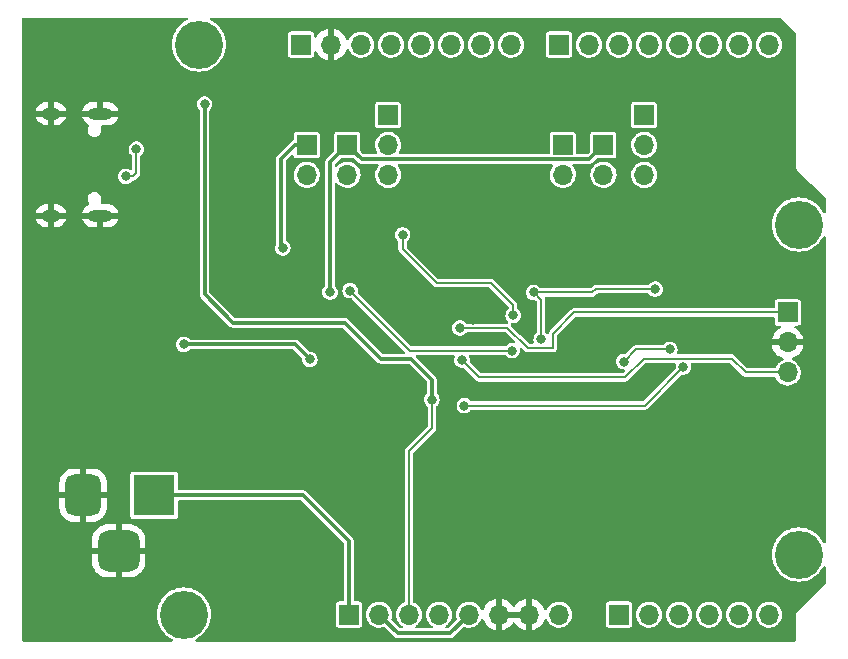
<source format=gbr>
%TF.GenerationSoftware,KiCad,Pcbnew,(6.0.5)*%
%TF.CreationDate,2024-01-23T17:09:02+09:00*%
%TF.ProjectId,PicoIno,5069636f-496e-46f2-9e6b-696361645f70,rev?*%
%TF.SameCoordinates,Original*%
%TF.FileFunction,Copper,L2,Bot*%
%TF.FilePolarity,Positive*%
%FSLAX46Y46*%
G04 Gerber Fmt 4.6, Leading zero omitted, Abs format (unit mm)*
G04 Created by KiCad (PCBNEW (6.0.5)) date 2024-01-23 17:09:02*
%MOMM*%
%LPD*%
G01*
G04 APERTURE LIST*
G04 Aperture macros list*
%AMRoundRect*
0 Rectangle with rounded corners*
0 $1 Rounding radius*
0 $2 $3 $4 $5 $6 $7 $8 $9 X,Y pos of 4 corners*
0 Add a 4 corners polygon primitive as box body*
4,1,4,$2,$3,$4,$5,$6,$7,$8,$9,$2,$3,0*
0 Add four circle primitives for the rounded corners*
1,1,$1+$1,$2,$3*
1,1,$1+$1,$4,$5*
1,1,$1+$1,$6,$7*
1,1,$1+$1,$8,$9*
0 Add four rect primitives between the rounded corners*
20,1,$1+$1,$2,$3,$4,$5,0*
20,1,$1+$1,$4,$5,$6,$7,0*
20,1,$1+$1,$6,$7,$8,$9,0*
20,1,$1+$1,$8,$9,$2,$3,0*%
G04 Aperture macros list end*
%TA.AperFunction,ComponentPad*%
%ADD10R,1.700000X1.700000*%
%TD*%
%TA.AperFunction,ComponentPad*%
%ADD11O,1.700000X1.700000*%
%TD*%
%TA.AperFunction,ComponentPad*%
%ADD12R,3.500000X3.500000*%
%TD*%
%TA.AperFunction,ComponentPad*%
%ADD13RoundRect,0.750000X-0.750000X-1.000000X0.750000X-1.000000X0.750000X1.000000X-0.750000X1.000000X0*%
%TD*%
%TA.AperFunction,ComponentPad*%
%ADD14RoundRect,0.875000X-0.875000X-0.875000X0.875000X-0.875000X0.875000X0.875000X-0.875000X0.875000X0*%
%TD*%
%TA.AperFunction,ComponentPad*%
%ADD15C,4.064000*%
%TD*%
%TA.AperFunction,ComponentPad*%
%ADD16O,1.600000X1.000000*%
%TD*%
%TA.AperFunction,ComponentPad*%
%ADD17O,2.100000X1.000000*%
%TD*%
%TA.AperFunction,ViaPad*%
%ADD18C,0.800000*%
%TD*%
%TA.AperFunction,Conductor*%
%ADD19C,0.200000*%
%TD*%
%TA.AperFunction,Conductor*%
%ADD20C,0.300000*%
%TD*%
G04 APERTURE END LIST*
D10*
%TO.P,J4,1,Pin_1*%
%TO.N,+3V3*%
X158300000Y-87425000D03*
D11*
%TO.P,J4,2,Pin_2*%
%TO.N,Net-(J1-Pad3)*%
X158300000Y-89965000D03*
%TD*%
D10*
%TO.P,J14,1,Pin_1*%
%TO.N,/GPIO_26(ADC0)*%
X163065000Y-127198000D03*
D11*
%TO.P,J14,2,Pin_2*%
%TO.N,/GPIO_27(ADC1)*%
X165605000Y-127198000D03*
%TO.P,J14,3,Pin_3*%
%TO.N,/GPIO_28(ADC2)*%
X168145000Y-127198000D03*
%TO.P,J14,4,Pin_4*%
%TO.N,unconnected-(J14-Pad4)*%
X170685000Y-127198000D03*
%TO.P,J14,5,Pin_5*%
%TO.N,unconnected-(J14-Pad5)*%
X173225000Y-127198000D03*
%TO.P,J14,6,Pin_6*%
%TO.N,unconnected-(J14-Pad6)*%
X175765000Y-127198000D03*
%TD*%
D10*
%TO.P,J6,1,Pin_1*%
%TO.N,Net-(J6-Pad1)*%
X143525000Y-84900000D03*
D11*
%TO.P,J6,2,Pin_2*%
X143525000Y-87440000D03*
%TO.P,J6,3,Pin_3*%
%TO.N,Net-(J6-Pad3)*%
X143525000Y-89980000D03*
%TD*%
D10*
%TO.P,J1,1,Pin_1*%
%TO.N,Net-(J1-Pad1)*%
X165200000Y-84900000D03*
D11*
%TO.P,J1,2,Pin_2*%
X165200000Y-87440000D03*
%TO.P,J1,3,Pin_3*%
%TO.N,Net-(J1-Pad3)*%
X165200000Y-89980000D03*
%TD*%
D12*
%TO.P,J2,1*%
%TO.N,/power*%
X123700000Y-117092500D03*
D13*
%TO.P,J2,2*%
%TO.N,GND*%
X117700000Y-117092500D03*
D14*
%TO.P,J2,3*%
X120700000Y-121792500D03*
%TD*%
D15*
%TO.P,P5,1*%
%TO.N,N/C*%
X126235000Y-127198000D03*
%TD*%
%TO.P,P6,1*%
%TO.N,N/C*%
X178305000Y-122118000D03*
%TD*%
D16*
%TO.P,J3,S1,SHIELD*%
%TO.N,GND*%
X114975000Y-93420000D03*
X114975000Y-84780000D03*
D17*
X119155000Y-84780000D03*
X119155000Y-93420000D03*
%TD*%
D10*
%TO.P,J5,1,Pin_1*%
%TO.N,+5V*%
X161750000Y-87425000D03*
D11*
%TO.P,J5,2,Pin_2*%
%TO.N,Net-(J1-Pad3)*%
X161750000Y-89965000D03*
%TD*%
D10*
%TO.P,J15,1,Pin_1*%
%TO.N,/SWCLK*%
X177350000Y-101625000D03*
D11*
%TO.P,J15,2,Pin_2*%
%TO.N,GND*%
X177350000Y-104165000D03*
%TO.P,J15,3,Pin_3*%
%TO.N,/SWDIO*%
X177350000Y-106705000D03*
%TD*%
D10*
%TO.P,J8,1,Pin_1*%
%TO.N,+3V3*%
X136625000Y-87425000D03*
D11*
%TO.P,J8,2,Pin_2*%
%TO.N,Net-(J6-Pad3)*%
X136625000Y-89965000D03*
%TD*%
D10*
%TO.P,J9,1,Pin_1*%
%TO.N,+5V*%
X140075000Y-87425000D03*
D11*
%TO.P,J9,2,Pin_2*%
%TO.N,Net-(J6-Pad3)*%
X140075000Y-89965000D03*
%TD*%
D10*
%TO.P,J11,1,Pin_1*%
%TO.N,unconnected-(J11-Pad1)*%
X136141000Y-78938000D03*
D11*
%TO.P,J11,2,Pin_2*%
%TO.N,GND*%
X138681000Y-78938000D03*
%TO.P,J11,3,Pin_3*%
%TO.N,/_GPIO_13*%
X141221000Y-78938000D03*
%TO.P,J11,4,Pin_4*%
%TO.N,/_GPIO_12*%
X143761000Y-78938000D03*
%TO.P,J11,5,Pin_5*%
%TO.N,/_GPIO_11*%
X146301000Y-78938000D03*
%TO.P,J11,6,Pin_6*%
%TO.N,/_GPIO_10*%
X148841000Y-78938000D03*
%TO.P,J11,7,Pin_7*%
%TO.N,/_GPIO_9*%
X151381000Y-78938000D03*
%TO.P,J11,8,Pin_8*%
%TO.N,/_GPIO_8*%
X153921000Y-78938000D03*
%TD*%
D15*
%TO.P,P7,1*%
%TO.N,N/C*%
X127505000Y-78938000D03*
%TD*%
D10*
%TO.P,J12,1,Pin_1*%
%TO.N,/_GPIO_7*%
X157985000Y-78938000D03*
D11*
%TO.P,J12,2,Pin_2*%
%TO.N,/_GPIO_6*%
X160525000Y-78938000D03*
%TO.P,J12,3,Pin_3*%
%TO.N,/_GPIO_5*%
X163065000Y-78938000D03*
%TO.P,J12,4,Pin_4*%
%TO.N,/_GPIO_4*%
X165605000Y-78938000D03*
%TO.P,J12,5,Pin_5*%
%TO.N,/_GPIO_3*%
X168145000Y-78938000D03*
%TO.P,J12,6,Pin_6*%
%TO.N,/_GPIO_2*%
X170685000Y-78938000D03*
%TO.P,J12,7,Pin_7*%
%TO.N,/_GPIO_1*%
X173225000Y-78938000D03*
%TO.P,J12,8,Pin_8*%
%TO.N,/_GPIO_0*%
X175765000Y-78938000D03*
%TD*%
D15*
%TO.P,P8,1*%
%TO.N,N/C*%
X178305000Y-94178000D03*
%TD*%
D10*
%TO.P,J13,1,Pin_1*%
%TO.N,/power*%
X140205000Y-127198000D03*
D11*
%TO.P,J13,2,Pin_2*%
%TO.N,+5V*%
X142745000Y-127198000D03*
%TO.P,J13,3,Pin_3*%
%TO.N,/RUN*%
X145285000Y-127198000D03*
%TO.P,J13,4,Pin_4*%
%TO.N,+3V3*%
X147825000Y-127198000D03*
%TO.P,J13,5,Pin_5*%
%TO.N,+5V*%
X150365000Y-127198000D03*
%TO.P,J13,6,Pin_6*%
%TO.N,GND*%
X152905000Y-127198000D03*
%TO.P,J13,7,Pin_7*%
X155445000Y-127198000D03*
%TO.P,J13,8,Pin_8*%
%TO.N,/Vin*%
X157985000Y-127198000D03*
%TD*%
D18*
%TO.N,+3V3*%
X155830378Y-99930378D03*
X156475000Y-103900000D03*
X166137500Y-99650000D03*
X134600000Y-96175000D03*
%TO.N,+1V1*%
X163475000Y-105775000D03*
X149975000Y-109500000D03*
X168512500Y-106224500D03*
X167375000Y-104750000D03*
%TO.N,/USB_D+*%
X121300000Y-90100000D03*
X122200000Y-87800000D03*
%TO.N,/RUN*%
X147225000Y-109000000D03*
X127975000Y-83975000D03*
%TO.N,/SWCLK*%
X149600498Y-102925000D03*
%TO.N,/SWDIO*%
X149775000Y-105650000D03*
%TO.N,Net-(R12-Pad1)*%
X154100000Y-101875000D03*
X144750000Y-95050000D03*
%TO.N,Net-(R13-Pad2)*%
X140300000Y-99775000D03*
X153999502Y-104862500D03*
%TO.N,GND*%
X140775000Y-101975000D03*
X162275000Y-97700000D03*
X149600000Y-101200000D03*
X130025000Y-95900000D03*
X149275000Y-108625000D03*
X129750000Y-100050000D03*
X156125000Y-90750000D03*
X149225000Y-110650000D03*
X154775000Y-92850000D03*
X150700000Y-102225000D03*
X123050000Y-98850000D03*
X136125000Y-112525000D03*
X148925000Y-123525000D03*
X176175000Y-87800000D03*
X160500000Y-115900000D03*
X129150000Y-106725000D03*
X129975000Y-90850000D03*
X133375000Y-81800000D03*
X158450000Y-101100000D03*
X150025000Y-111850000D03*
X143850000Y-97150000D03*
X173225000Y-121375000D03*
X158700000Y-99150000D03*
X170625000Y-103250000D03*
X166825000Y-121350000D03*
X133975000Y-108500000D03*
X173250000Y-124250000D03*
X154400000Y-122475000D03*
X164325000Y-100625000D03*
X132025000Y-93525000D03*
X132425000Y-97050000D03*
X148525000Y-120850000D03*
X139675000Y-105575000D03*
X152550000Y-103825000D03*
X158400000Y-124400000D03*
X177650000Y-98700000D03*
X162975000Y-103000000D03*
X155975000Y-84150000D03*
X147350000Y-97875000D03*
X141150000Y-94050000D03*
X147375000Y-100050000D03*
X174200000Y-102800000D03*
X150750000Y-103900000D03*
%TO.N,+5V*%
X136900000Y-105600000D03*
X126225000Y-104325000D03*
X138600000Y-99900000D03*
%TD*%
D19*
%TO.N,+3V3*%
X160819622Y-99930378D02*
X155830378Y-99930378D01*
D20*
X135650000Y-87425000D02*
X134450000Y-88625000D01*
X134450000Y-88625000D02*
X134450000Y-96025000D01*
D19*
X166137500Y-99650000D02*
X161100000Y-99650000D01*
D20*
X134450000Y-96025000D02*
X134600000Y-96175000D01*
D19*
X161100000Y-99650000D02*
X160819622Y-99930378D01*
X155830378Y-99930378D02*
X156475000Y-100575000D01*
X156475000Y-100575000D02*
X156475000Y-103900000D01*
D20*
X136625000Y-87425000D02*
X135650000Y-87425000D01*
D19*
%TO.N,+1V1*%
X167375000Y-104750000D02*
X164500000Y-104750000D01*
X149975000Y-109500000D02*
X165237000Y-109500000D01*
X165237000Y-109500000D02*
X168512500Y-106224500D01*
X164500000Y-104750000D02*
X163475000Y-105775000D01*
D20*
%TO.N,/power*%
X140205000Y-121005000D02*
X140205000Y-127198000D01*
X136292500Y-117092500D02*
X140205000Y-121005000D01*
X123700000Y-117092500D02*
X136292500Y-117092500D01*
D19*
%TO.N,/USB_D+*%
X122200000Y-89800000D02*
X122200000Y-87800000D01*
X121300000Y-90100000D02*
X121900000Y-90100000D01*
X121900000Y-90100000D02*
X122200000Y-89800000D01*
D20*
%TO.N,/RUN*%
X147225000Y-107325000D02*
X147225000Y-109000000D01*
X145450000Y-105550000D02*
X147225000Y-107325000D01*
X142915030Y-105550000D02*
X145450000Y-105550000D01*
X130375000Y-102500000D02*
X139865030Y-102500000D01*
D19*
X147225000Y-111425000D02*
X147225000Y-109000000D01*
D20*
X127975000Y-100100000D02*
X130375000Y-102500000D01*
X139865030Y-102500000D02*
X142915030Y-105550000D01*
D19*
X145285000Y-127198000D02*
X145285000Y-113365000D01*
D20*
X127975000Y-83975000D02*
X127975000Y-100100000D01*
D19*
X145285000Y-113365000D02*
X147225000Y-111425000D01*
%TO.N,/SWCLK*%
X153625000Y-102925000D02*
X155325000Y-104625000D01*
X159275000Y-101625000D02*
X177350000Y-101625000D01*
X157475000Y-103425000D02*
X159275000Y-101625000D01*
X157475000Y-104625000D02*
X157475000Y-103425000D01*
X155325000Y-104625000D02*
X157475000Y-104625000D01*
X149600498Y-102925000D02*
X153625000Y-102925000D01*
%TO.N,/SWDIO*%
X165150000Y-105525000D02*
X163550000Y-107125000D01*
X173780000Y-106705000D02*
X172600000Y-105525000D01*
X151250000Y-107125000D02*
X149775000Y-105650000D01*
X177350000Y-106705000D02*
X173780000Y-106705000D01*
X172600000Y-105525000D02*
X165150000Y-105525000D01*
X163550000Y-107125000D02*
X151250000Y-107125000D01*
%TO.N,Net-(R12-Pad1)*%
X144750000Y-96264259D02*
X147635741Y-99150000D01*
X147635741Y-99150000D02*
X152250000Y-99150000D01*
X154100000Y-101000000D02*
X154100000Y-101875000D01*
X152250000Y-99150000D02*
X154100000Y-101000000D01*
X144750000Y-95050000D02*
X144750000Y-96264259D01*
%TO.N,Net-(R13-Pad2)*%
X145375489Y-104850489D02*
X153987491Y-104850489D01*
X153987491Y-104850489D02*
X153999502Y-104862500D01*
X140300000Y-99775000D02*
X145375489Y-104850489D01*
D20*
%TO.N,+5V*%
X140075000Y-87425000D02*
X138600000Y-88900000D01*
X142745000Y-127198000D02*
X144322000Y-128775000D01*
X144322000Y-128775000D02*
X148788000Y-128775000D01*
X140075000Y-87425000D02*
X141289511Y-88639511D01*
X160535489Y-88639511D02*
X161750000Y-87425000D01*
X126225000Y-104325000D02*
X135625000Y-104325000D01*
X141289511Y-88639511D02*
X160535489Y-88639511D01*
X135625000Y-104325000D02*
X136900000Y-105600000D01*
X138600000Y-88900000D02*
X138600000Y-99900000D01*
X148788000Y-128775000D02*
X150365000Y-127198000D01*
%TD*%
%TA.AperFunction,Conductor*%
%TO.N,GND*%
G36*
X126497572Y-76672502D02*
G01*
X126544065Y-76726158D01*
X126554169Y-76796432D01*
X126524675Y-76861012D01*
X126485179Y-76891506D01*
X126363001Y-76951757D01*
X126362996Y-76951760D01*
X126359297Y-76953584D01*
X126110080Y-77120105D01*
X126106986Y-77122819D01*
X126106980Y-77122823D01*
X125887820Y-77315022D01*
X125884731Y-77317731D01*
X125882022Y-77320820D01*
X125689823Y-77539980D01*
X125689819Y-77539986D01*
X125687105Y-77543080D01*
X125520584Y-77792297D01*
X125518760Y-77795996D01*
X125518757Y-77796001D01*
X125482973Y-77868565D01*
X125388017Y-78061117D01*
X125386692Y-78065022D01*
X125386691Y-78065023D01*
X125307330Y-78298814D01*
X125291672Y-78344940D01*
X125290868Y-78348984D01*
X125290866Y-78348990D01*
X125259158Y-78508399D01*
X125233197Y-78638911D01*
X125232928Y-78643016D01*
X125232927Y-78643023D01*
X125215873Y-78903229D01*
X125213594Y-78938000D01*
X125213864Y-78942119D01*
X125230566Y-79196945D01*
X125233197Y-79237089D01*
X125233999Y-79241122D01*
X125234000Y-79241128D01*
X125290827Y-79526814D01*
X125291672Y-79531060D01*
X125292999Y-79534969D01*
X125293000Y-79534973D01*
X125381608Y-79796002D01*
X125388017Y-79814883D01*
X125450751Y-79942095D01*
X125499670Y-80041293D01*
X125520584Y-80083703D01*
X125687105Y-80332920D01*
X125689819Y-80336014D01*
X125689823Y-80336020D01*
X125882022Y-80555180D01*
X125884731Y-80558269D01*
X125887820Y-80560978D01*
X126106980Y-80753177D01*
X126106986Y-80753181D01*
X126110080Y-80755895D01*
X126359297Y-80922416D01*
X126362996Y-80924240D01*
X126363001Y-80924243D01*
X126500905Y-80992249D01*
X126628117Y-81054983D01*
X126632022Y-81056308D01*
X126632023Y-81056309D01*
X126908027Y-81150000D01*
X126908031Y-81150001D01*
X126911940Y-81151328D01*
X126915984Y-81152132D01*
X126915990Y-81152134D01*
X127201872Y-81209000D01*
X127201878Y-81209001D01*
X127205911Y-81209803D01*
X127210016Y-81210072D01*
X127210023Y-81210073D01*
X127500881Y-81229136D01*
X127505000Y-81229406D01*
X127509119Y-81229136D01*
X127799977Y-81210073D01*
X127799984Y-81210072D01*
X127804089Y-81209803D01*
X127808122Y-81209001D01*
X127808128Y-81209000D01*
X128094010Y-81152134D01*
X128094016Y-81152132D01*
X128098060Y-81151328D01*
X128101969Y-81150001D01*
X128101973Y-81150000D01*
X128377977Y-81056309D01*
X128377978Y-81056308D01*
X128381883Y-81054983D01*
X128509095Y-80992249D01*
X128646999Y-80924243D01*
X128647004Y-80924240D01*
X128650703Y-80922416D01*
X128899920Y-80755895D01*
X128903014Y-80753181D01*
X128903020Y-80753177D01*
X129122180Y-80560978D01*
X129125269Y-80558269D01*
X129127978Y-80555180D01*
X129320177Y-80336020D01*
X129320181Y-80336014D01*
X129322895Y-80332920D01*
X129489416Y-80083703D01*
X129510331Y-80041293D01*
X129559249Y-79942095D01*
X129621983Y-79814883D01*
X129628392Y-79796002D01*
X129717000Y-79534973D01*
X129717001Y-79534969D01*
X129718328Y-79531060D01*
X129719173Y-79526814D01*
X129776000Y-79241128D01*
X129776001Y-79241122D01*
X129776803Y-79237089D01*
X129779435Y-79196945D01*
X129796136Y-78942119D01*
X129796406Y-78938000D01*
X129794127Y-78903229D01*
X129777073Y-78643023D01*
X129777072Y-78643016D01*
X129776803Y-78638911D01*
X129750843Y-78508399D01*
X129719134Y-78348990D01*
X129719132Y-78348984D01*
X129718328Y-78344940D01*
X129702671Y-78298814D01*
X129623309Y-78065023D01*
X129623308Y-78065022D01*
X129622599Y-78062933D01*
X135036500Y-78062933D01*
X135036501Y-79813066D01*
X135051266Y-79887301D01*
X135058161Y-79897620D01*
X135058162Y-79897622D01*
X135098516Y-79958015D01*
X135107516Y-79971484D01*
X135191699Y-80027734D01*
X135265933Y-80042500D01*
X136140858Y-80042500D01*
X137016066Y-80042499D01*
X137051818Y-80035388D01*
X137078126Y-80030156D01*
X137078128Y-80030155D01*
X137090301Y-80027734D01*
X137100621Y-80020839D01*
X137100622Y-80020838D01*
X137164168Y-79978377D01*
X137174484Y-79971484D01*
X137230734Y-79887301D01*
X137245500Y-79813067D01*
X137245500Y-79641428D01*
X137265502Y-79573307D01*
X137319158Y-79526814D01*
X137389432Y-79516710D01*
X137454012Y-79546204D01*
X137478933Y-79575593D01*
X137578694Y-79738388D01*
X137584777Y-79746699D01*
X137724213Y-79907667D01*
X137731580Y-79914883D01*
X137895434Y-80050916D01*
X137903881Y-80056831D01*
X138087756Y-80164279D01*
X138097042Y-80168729D01*
X138296001Y-80244703D01*
X138305899Y-80247579D01*
X138409250Y-80268606D01*
X138423299Y-80267410D01*
X138427000Y-80257065D01*
X138427000Y-80256517D01*
X138935000Y-80256517D01*
X138939064Y-80270359D01*
X138952478Y-80272393D01*
X138959184Y-80271534D01*
X138969262Y-80269392D01*
X139173255Y-80208191D01*
X139182842Y-80204433D01*
X139374095Y-80110739D01*
X139382945Y-80105464D01*
X139556328Y-79981792D01*
X139564200Y-79975139D01*
X139715052Y-79824812D01*
X139721730Y-79816965D01*
X139846003Y-79644020D01*
X139851313Y-79635183D01*
X139945670Y-79444267D01*
X139949469Y-79434672D01*
X139966066Y-79380047D01*
X140005007Y-79320683D01*
X140069862Y-79291796D01*
X140140038Y-79302558D01*
X140193256Y-79349551D01*
X140201048Y-79363922D01*
X140260377Y-79492616D01*
X140377533Y-79658389D01*
X140522938Y-79800035D01*
X140527742Y-79803245D01*
X140548275Y-79816965D01*
X140691720Y-79912812D01*
X140697023Y-79915090D01*
X140697026Y-79915092D01*
X140872921Y-79990662D01*
X140878228Y-79992942D01*
X140951244Y-80009464D01*
X141070579Y-80036467D01*
X141070584Y-80036468D01*
X141076216Y-80037742D01*
X141081987Y-80037969D01*
X141081989Y-80037969D01*
X141141756Y-80040317D01*
X141279053Y-80045712D01*
X141386348Y-80030155D01*
X141474231Y-80017413D01*
X141474236Y-80017412D01*
X141479945Y-80016584D01*
X141485409Y-80014729D01*
X141485414Y-80014728D01*
X141666693Y-79953192D01*
X141666698Y-79953190D01*
X141672165Y-79951334D01*
X141849276Y-79852147D01*
X141888969Y-79819135D01*
X141976696Y-79746172D01*
X142005345Y-79722345D01*
X142070488Y-79644020D01*
X142131453Y-79570718D01*
X142131455Y-79570715D01*
X142135147Y-79566276D01*
X142234334Y-79389165D01*
X142236190Y-79383698D01*
X142236192Y-79383693D01*
X142297728Y-79202414D01*
X142297729Y-79202409D01*
X142299584Y-79196945D01*
X142300412Y-79191236D01*
X142300413Y-79191231D01*
X142328179Y-78999727D01*
X142328712Y-78996053D01*
X142330232Y-78938000D01*
X142327564Y-78908964D01*
X142652148Y-78908964D01*
X142665424Y-79111522D01*
X142666845Y-79117118D01*
X142666846Y-79117123D01*
X142687119Y-79196945D01*
X142715392Y-79308269D01*
X142717809Y-79313512D01*
X142755010Y-79394208D01*
X142800377Y-79492616D01*
X142917533Y-79658389D01*
X143062938Y-79800035D01*
X143067742Y-79803245D01*
X143088275Y-79816965D01*
X143231720Y-79912812D01*
X143237023Y-79915090D01*
X143237026Y-79915092D01*
X143412921Y-79990662D01*
X143418228Y-79992942D01*
X143491244Y-80009464D01*
X143610579Y-80036467D01*
X143610584Y-80036468D01*
X143616216Y-80037742D01*
X143621987Y-80037969D01*
X143621989Y-80037969D01*
X143681756Y-80040317D01*
X143819053Y-80045712D01*
X143926348Y-80030155D01*
X144014231Y-80017413D01*
X144014236Y-80017412D01*
X144019945Y-80016584D01*
X144025409Y-80014729D01*
X144025414Y-80014728D01*
X144206693Y-79953192D01*
X144206698Y-79953190D01*
X144212165Y-79951334D01*
X144389276Y-79852147D01*
X144428969Y-79819135D01*
X144516696Y-79746172D01*
X144545345Y-79722345D01*
X144610488Y-79644020D01*
X144671453Y-79570718D01*
X144671455Y-79570715D01*
X144675147Y-79566276D01*
X144774334Y-79389165D01*
X144776190Y-79383698D01*
X144776192Y-79383693D01*
X144837728Y-79202414D01*
X144837729Y-79202409D01*
X144839584Y-79196945D01*
X144840412Y-79191236D01*
X144840413Y-79191231D01*
X144868179Y-78999727D01*
X144868712Y-78996053D01*
X144870232Y-78938000D01*
X144867564Y-78908964D01*
X145192148Y-78908964D01*
X145205424Y-79111522D01*
X145206845Y-79117118D01*
X145206846Y-79117123D01*
X145227119Y-79196945D01*
X145255392Y-79308269D01*
X145257809Y-79313512D01*
X145295010Y-79394208D01*
X145340377Y-79492616D01*
X145457533Y-79658389D01*
X145602938Y-79800035D01*
X145607742Y-79803245D01*
X145628275Y-79816965D01*
X145771720Y-79912812D01*
X145777023Y-79915090D01*
X145777026Y-79915092D01*
X145952921Y-79990662D01*
X145958228Y-79992942D01*
X146031244Y-80009464D01*
X146150579Y-80036467D01*
X146150584Y-80036468D01*
X146156216Y-80037742D01*
X146161987Y-80037969D01*
X146161989Y-80037969D01*
X146221756Y-80040317D01*
X146359053Y-80045712D01*
X146466348Y-80030155D01*
X146554231Y-80017413D01*
X146554236Y-80017412D01*
X146559945Y-80016584D01*
X146565409Y-80014729D01*
X146565414Y-80014728D01*
X146746693Y-79953192D01*
X146746698Y-79953190D01*
X146752165Y-79951334D01*
X146929276Y-79852147D01*
X146968969Y-79819135D01*
X147056696Y-79746172D01*
X147085345Y-79722345D01*
X147150488Y-79644020D01*
X147211453Y-79570718D01*
X147211455Y-79570715D01*
X147215147Y-79566276D01*
X147314334Y-79389165D01*
X147316190Y-79383698D01*
X147316192Y-79383693D01*
X147377728Y-79202414D01*
X147377729Y-79202409D01*
X147379584Y-79196945D01*
X147380412Y-79191236D01*
X147380413Y-79191231D01*
X147408179Y-78999727D01*
X147408712Y-78996053D01*
X147410232Y-78938000D01*
X147407564Y-78908964D01*
X147732148Y-78908964D01*
X147745424Y-79111522D01*
X147746845Y-79117118D01*
X147746846Y-79117123D01*
X147767119Y-79196945D01*
X147795392Y-79308269D01*
X147797809Y-79313512D01*
X147835010Y-79394208D01*
X147880377Y-79492616D01*
X147997533Y-79658389D01*
X148142938Y-79800035D01*
X148147742Y-79803245D01*
X148168275Y-79816965D01*
X148311720Y-79912812D01*
X148317023Y-79915090D01*
X148317026Y-79915092D01*
X148492921Y-79990662D01*
X148498228Y-79992942D01*
X148571244Y-80009464D01*
X148690579Y-80036467D01*
X148690584Y-80036468D01*
X148696216Y-80037742D01*
X148701987Y-80037969D01*
X148701989Y-80037969D01*
X148761756Y-80040317D01*
X148899053Y-80045712D01*
X149006348Y-80030155D01*
X149094231Y-80017413D01*
X149094236Y-80017412D01*
X149099945Y-80016584D01*
X149105409Y-80014729D01*
X149105414Y-80014728D01*
X149286693Y-79953192D01*
X149286698Y-79953190D01*
X149292165Y-79951334D01*
X149469276Y-79852147D01*
X149508969Y-79819135D01*
X149596696Y-79746172D01*
X149625345Y-79722345D01*
X149690488Y-79644020D01*
X149751453Y-79570718D01*
X149751455Y-79570715D01*
X149755147Y-79566276D01*
X149854334Y-79389165D01*
X149856190Y-79383698D01*
X149856192Y-79383693D01*
X149917728Y-79202414D01*
X149917729Y-79202409D01*
X149919584Y-79196945D01*
X149920412Y-79191236D01*
X149920413Y-79191231D01*
X149948179Y-78999727D01*
X149948712Y-78996053D01*
X149950232Y-78938000D01*
X149947564Y-78908964D01*
X150272148Y-78908964D01*
X150285424Y-79111522D01*
X150286845Y-79117118D01*
X150286846Y-79117123D01*
X150307119Y-79196945D01*
X150335392Y-79308269D01*
X150337809Y-79313512D01*
X150375010Y-79394208D01*
X150420377Y-79492616D01*
X150537533Y-79658389D01*
X150682938Y-79800035D01*
X150687742Y-79803245D01*
X150708275Y-79816965D01*
X150851720Y-79912812D01*
X150857023Y-79915090D01*
X150857026Y-79915092D01*
X151032921Y-79990662D01*
X151038228Y-79992942D01*
X151111244Y-80009464D01*
X151230579Y-80036467D01*
X151230584Y-80036468D01*
X151236216Y-80037742D01*
X151241987Y-80037969D01*
X151241989Y-80037969D01*
X151301756Y-80040317D01*
X151439053Y-80045712D01*
X151546348Y-80030155D01*
X151634231Y-80017413D01*
X151634236Y-80017412D01*
X151639945Y-80016584D01*
X151645409Y-80014729D01*
X151645414Y-80014728D01*
X151826693Y-79953192D01*
X151826698Y-79953190D01*
X151832165Y-79951334D01*
X152009276Y-79852147D01*
X152048969Y-79819135D01*
X152136696Y-79746172D01*
X152165345Y-79722345D01*
X152230488Y-79644020D01*
X152291453Y-79570718D01*
X152291455Y-79570715D01*
X152295147Y-79566276D01*
X152394334Y-79389165D01*
X152396190Y-79383698D01*
X152396192Y-79383693D01*
X152457728Y-79202414D01*
X152457729Y-79202409D01*
X152459584Y-79196945D01*
X152460412Y-79191236D01*
X152460413Y-79191231D01*
X152488179Y-78999727D01*
X152488712Y-78996053D01*
X152490232Y-78938000D01*
X152487564Y-78908964D01*
X152812148Y-78908964D01*
X152825424Y-79111522D01*
X152826845Y-79117118D01*
X152826846Y-79117123D01*
X152847119Y-79196945D01*
X152875392Y-79308269D01*
X152877809Y-79313512D01*
X152915010Y-79394208D01*
X152960377Y-79492616D01*
X153077533Y-79658389D01*
X153222938Y-79800035D01*
X153227742Y-79803245D01*
X153248275Y-79816965D01*
X153391720Y-79912812D01*
X153397023Y-79915090D01*
X153397026Y-79915092D01*
X153572921Y-79990662D01*
X153578228Y-79992942D01*
X153651244Y-80009464D01*
X153770579Y-80036467D01*
X153770584Y-80036468D01*
X153776216Y-80037742D01*
X153781987Y-80037969D01*
X153781989Y-80037969D01*
X153841756Y-80040317D01*
X153979053Y-80045712D01*
X154086348Y-80030155D01*
X154174231Y-80017413D01*
X154174236Y-80017412D01*
X154179945Y-80016584D01*
X154185409Y-80014729D01*
X154185414Y-80014728D01*
X154366693Y-79953192D01*
X154366698Y-79953190D01*
X154372165Y-79951334D01*
X154549276Y-79852147D01*
X154588969Y-79819135D01*
X154676696Y-79746172D01*
X154705345Y-79722345D01*
X154770488Y-79644020D01*
X154831453Y-79570718D01*
X154831455Y-79570715D01*
X154835147Y-79566276D01*
X154934334Y-79389165D01*
X154936190Y-79383698D01*
X154936192Y-79383693D01*
X154997728Y-79202414D01*
X154997729Y-79202409D01*
X154999584Y-79196945D01*
X155000412Y-79191236D01*
X155000413Y-79191231D01*
X155028179Y-78999727D01*
X155028712Y-78996053D01*
X155030232Y-78938000D01*
X155011658Y-78735859D01*
X155010090Y-78730299D01*
X154958125Y-78546046D01*
X154958124Y-78546044D01*
X154956557Y-78540487D01*
X154945978Y-78519033D01*
X154869331Y-78363609D01*
X154866776Y-78358428D01*
X154852897Y-78339841D01*
X154793761Y-78260649D01*
X154745320Y-78195779D01*
X154608302Y-78069120D01*
X154601609Y-78062933D01*
X156880500Y-78062933D01*
X156880501Y-79813066D01*
X156895266Y-79887301D01*
X156902161Y-79897620D01*
X156902162Y-79897622D01*
X156942516Y-79958015D01*
X156951516Y-79971484D01*
X157035699Y-80027734D01*
X157109933Y-80042500D01*
X157984858Y-80042500D01*
X158860066Y-80042499D01*
X158895818Y-80035388D01*
X158922126Y-80030156D01*
X158922128Y-80030155D01*
X158934301Y-80027734D01*
X158944621Y-80020839D01*
X158944622Y-80020838D01*
X159008168Y-79978377D01*
X159018484Y-79971484D01*
X159074734Y-79887301D01*
X159089500Y-79813067D01*
X159089499Y-78908964D01*
X159416148Y-78908964D01*
X159429424Y-79111522D01*
X159430845Y-79117118D01*
X159430846Y-79117123D01*
X159451119Y-79196945D01*
X159479392Y-79308269D01*
X159481809Y-79313512D01*
X159519010Y-79394208D01*
X159564377Y-79492616D01*
X159681533Y-79658389D01*
X159826938Y-79800035D01*
X159831742Y-79803245D01*
X159852275Y-79816965D01*
X159995720Y-79912812D01*
X160001023Y-79915090D01*
X160001026Y-79915092D01*
X160176921Y-79990662D01*
X160182228Y-79992942D01*
X160255244Y-80009464D01*
X160374579Y-80036467D01*
X160374584Y-80036468D01*
X160380216Y-80037742D01*
X160385987Y-80037969D01*
X160385989Y-80037969D01*
X160445756Y-80040317D01*
X160583053Y-80045712D01*
X160690348Y-80030155D01*
X160778231Y-80017413D01*
X160778236Y-80017412D01*
X160783945Y-80016584D01*
X160789409Y-80014729D01*
X160789414Y-80014728D01*
X160970693Y-79953192D01*
X160970698Y-79953190D01*
X160976165Y-79951334D01*
X161153276Y-79852147D01*
X161192969Y-79819135D01*
X161280696Y-79746172D01*
X161309345Y-79722345D01*
X161374488Y-79644020D01*
X161435453Y-79570718D01*
X161435455Y-79570715D01*
X161439147Y-79566276D01*
X161538334Y-79389165D01*
X161540190Y-79383698D01*
X161540192Y-79383693D01*
X161601728Y-79202414D01*
X161601729Y-79202409D01*
X161603584Y-79196945D01*
X161604412Y-79191236D01*
X161604413Y-79191231D01*
X161632179Y-78999727D01*
X161632712Y-78996053D01*
X161634232Y-78938000D01*
X161631564Y-78908964D01*
X161956148Y-78908964D01*
X161969424Y-79111522D01*
X161970845Y-79117118D01*
X161970846Y-79117123D01*
X161991119Y-79196945D01*
X162019392Y-79308269D01*
X162021809Y-79313512D01*
X162059010Y-79394208D01*
X162104377Y-79492616D01*
X162221533Y-79658389D01*
X162366938Y-79800035D01*
X162371742Y-79803245D01*
X162392275Y-79816965D01*
X162535720Y-79912812D01*
X162541023Y-79915090D01*
X162541026Y-79915092D01*
X162716921Y-79990662D01*
X162722228Y-79992942D01*
X162795244Y-80009464D01*
X162914579Y-80036467D01*
X162914584Y-80036468D01*
X162920216Y-80037742D01*
X162925987Y-80037969D01*
X162925989Y-80037969D01*
X162985756Y-80040317D01*
X163123053Y-80045712D01*
X163230348Y-80030155D01*
X163318231Y-80017413D01*
X163318236Y-80017412D01*
X163323945Y-80016584D01*
X163329409Y-80014729D01*
X163329414Y-80014728D01*
X163510693Y-79953192D01*
X163510698Y-79953190D01*
X163516165Y-79951334D01*
X163693276Y-79852147D01*
X163732969Y-79819135D01*
X163820696Y-79746172D01*
X163849345Y-79722345D01*
X163914488Y-79644020D01*
X163975453Y-79570718D01*
X163975455Y-79570715D01*
X163979147Y-79566276D01*
X164078334Y-79389165D01*
X164080190Y-79383698D01*
X164080192Y-79383693D01*
X164141728Y-79202414D01*
X164141729Y-79202409D01*
X164143584Y-79196945D01*
X164144412Y-79191236D01*
X164144413Y-79191231D01*
X164172179Y-78999727D01*
X164172712Y-78996053D01*
X164174232Y-78938000D01*
X164171564Y-78908964D01*
X164496148Y-78908964D01*
X164509424Y-79111522D01*
X164510845Y-79117118D01*
X164510846Y-79117123D01*
X164531119Y-79196945D01*
X164559392Y-79308269D01*
X164561809Y-79313512D01*
X164599010Y-79394208D01*
X164644377Y-79492616D01*
X164761533Y-79658389D01*
X164906938Y-79800035D01*
X164911742Y-79803245D01*
X164932275Y-79816965D01*
X165075720Y-79912812D01*
X165081023Y-79915090D01*
X165081026Y-79915092D01*
X165256921Y-79990662D01*
X165262228Y-79992942D01*
X165335244Y-80009464D01*
X165454579Y-80036467D01*
X165454584Y-80036468D01*
X165460216Y-80037742D01*
X165465987Y-80037969D01*
X165465989Y-80037969D01*
X165525756Y-80040317D01*
X165663053Y-80045712D01*
X165770348Y-80030155D01*
X165858231Y-80017413D01*
X165858236Y-80017412D01*
X165863945Y-80016584D01*
X165869409Y-80014729D01*
X165869414Y-80014728D01*
X166050693Y-79953192D01*
X166050698Y-79953190D01*
X166056165Y-79951334D01*
X166233276Y-79852147D01*
X166272969Y-79819135D01*
X166360696Y-79746172D01*
X166389345Y-79722345D01*
X166454488Y-79644020D01*
X166515453Y-79570718D01*
X166515455Y-79570715D01*
X166519147Y-79566276D01*
X166618334Y-79389165D01*
X166620190Y-79383698D01*
X166620192Y-79383693D01*
X166681728Y-79202414D01*
X166681729Y-79202409D01*
X166683584Y-79196945D01*
X166684412Y-79191236D01*
X166684413Y-79191231D01*
X166712179Y-78999727D01*
X166712712Y-78996053D01*
X166714232Y-78938000D01*
X166711564Y-78908964D01*
X167036148Y-78908964D01*
X167049424Y-79111522D01*
X167050845Y-79117118D01*
X167050846Y-79117123D01*
X167071119Y-79196945D01*
X167099392Y-79308269D01*
X167101809Y-79313512D01*
X167139010Y-79394208D01*
X167184377Y-79492616D01*
X167301533Y-79658389D01*
X167446938Y-79800035D01*
X167451742Y-79803245D01*
X167472275Y-79816965D01*
X167615720Y-79912812D01*
X167621023Y-79915090D01*
X167621026Y-79915092D01*
X167796921Y-79990662D01*
X167802228Y-79992942D01*
X167875244Y-80009464D01*
X167994579Y-80036467D01*
X167994584Y-80036468D01*
X168000216Y-80037742D01*
X168005987Y-80037969D01*
X168005989Y-80037969D01*
X168065756Y-80040317D01*
X168203053Y-80045712D01*
X168310348Y-80030155D01*
X168398231Y-80017413D01*
X168398236Y-80017412D01*
X168403945Y-80016584D01*
X168409409Y-80014729D01*
X168409414Y-80014728D01*
X168590693Y-79953192D01*
X168590698Y-79953190D01*
X168596165Y-79951334D01*
X168773276Y-79852147D01*
X168812969Y-79819135D01*
X168900696Y-79746172D01*
X168929345Y-79722345D01*
X168994488Y-79644020D01*
X169055453Y-79570718D01*
X169055455Y-79570715D01*
X169059147Y-79566276D01*
X169158334Y-79389165D01*
X169160190Y-79383698D01*
X169160192Y-79383693D01*
X169221728Y-79202414D01*
X169221729Y-79202409D01*
X169223584Y-79196945D01*
X169224412Y-79191236D01*
X169224413Y-79191231D01*
X169252179Y-78999727D01*
X169252712Y-78996053D01*
X169254232Y-78938000D01*
X169251564Y-78908964D01*
X169576148Y-78908964D01*
X169589424Y-79111522D01*
X169590845Y-79117118D01*
X169590846Y-79117123D01*
X169611119Y-79196945D01*
X169639392Y-79308269D01*
X169641809Y-79313512D01*
X169679010Y-79394208D01*
X169724377Y-79492616D01*
X169841533Y-79658389D01*
X169986938Y-79800035D01*
X169991742Y-79803245D01*
X170012275Y-79816965D01*
X170155720Y-79912812D01*
X170161023Y-79915090D01*
X170161026Y-79915092D01*
X170336921Y-79990662D01*
X170342228Y-79992942D01*
X170415244Y-80009464D01*
X170534579Y-80036467D01*
X170534584Y-80036468D01*
X170540216Y-80037742D01*
X170545987Y-80037969D01*
X170545989Y-80037969D01*
X170605756Y-80040317D01*
X170743053Y-80045712D01*
X170850348Y-80030155D01*
X170938231Y-80017413D01*
X170938236Y-80017412D01*
X170943945Y-80016584D01*
X170949409Y-80014729D01*
X170949414Y-80014728D01*
X171130693Y-79953192D01*
X171130698Y-79953190D01*
X171136165Y-79951334D01*
X171313276Y-79852147D01*
X171352969Y-79819135D01*
X171440696Y-79746172D01*
X171469345Y-79722345D01*
X171534488Y-79644020D01*
X171595453Y-79570718D01*
X171595455Y-79570715D01*
X171599147Y-79566276D01*
X171698334Y-79389165D01*
X171700190Y-79383698D01*
X171700192Y-79383693D01*
X171761728Y-79202414D01*
X171761729Y-79202409D01*
X171763584Y-79196945D01*
X171764412Y-79191236D01*
X171764413Y-79191231D01*
X171792179Y-78999727D01*
X171792712Y-78996053D01*
X171794232Y-78938000D01*
X171791564Y-78908964D01*
X172116148Y-78908964D01*
X172129424Y-79111522D01*
X172130845Y-79117118D01*
X172130846Y-79117123D01*
X172151119Y-79196945D01*
X172179392Y-79308269D01*
X172181809Y-79313512D01*
X172219010Y-79394208D01*
X172264377Y-79492616D01*
X172381533Y-79658389D01*
X172526938Y-79800035D01*
X172531742Y-79803245D01*
X172552275Y-79816965D01*
X172695720Y-79912812D01*
X172701023Y-79915090D01*
X172701026Y-79915092D01*
X172876921Y-79990662D01*
X172882228Y-79992942D01*
X172955244Y-80009464D01*
X173074579Y-80036467D01*
X173074584Y-80036468D01*
X173080216Y-80037742D01*
X173085987Y-80037969D01*
X173085989Y-80037969D01*
X173145756Y-80040317D01*
X173283053Y-80045712D01*
X173390348Y-80030155D01*
X173478231Y-80017413D01*
X173478236Y-80017412D01*
X173483945Y-80016584D01*
X173489409Y-80014729D01*
X173489414Y-80014728D01*
X173670693Y-79953192D01*
X173670698Y-79953190D01*
X173676165Y-79951334D01*
X173853276Y-79852147D01*
X173892969Y-79819135D01*
X173980696Y-79746172D01*
X174009345Y-79722345D01*
X174074488Y-79644020D01*
X174135453Y-79570718D01*
X174135455Y-79570715D01*
X174139147Y-79566276D01*
X174238334Y-79389165D01*
X174240190Y-79383698D01*
X174240192Y-79383693D01*
X174301728Y-79202414D01*
X174301729Y-79202409D01*
X174303584Y-79196945D01*
X174304412Y-79191236D01*
X174304413Y-79191231D01*
X174332179Y-78999727D01*
X174332712Y-78996053D01*
X174334232Y-78938000D01*
X174331564Y-78908964D01*
X174656148Y-78908964D01*
X174669424Y-79111522D01*
X174670845Y-79117118D01*
X174670846Y-79117123D01*
X174691119Y-79196945D01*
X174719392Y-79308269D01*
X174721809Y-79313512D01*
X174759010Y-79394208D01*
X174804377Y-79492616D01*
X174921533Y-79658389D01*
X175066938Y-79800035D01*
X175071742Y-79803245D01*
X175092275Y-79816965D01*
X175235720Y-79912812D01*
X175241023Y-79915090D01*
X175241026Y-79915092D01*
X175416921Y-79990662D01*
X175422228Y-79992942D01*
X175495244Y-80009464D01*
X175614579Y-80036467D01*
X175614584Y-80036468D01*
X175620216Y-80037742D01*
X175625987Y-80037969D01*
X175625989Y-80037969D01*
X175685756Y-80040317D01*
X175823053Y-80045712D01*
X175930348Y-80030155D01*
X176018231Y-80017413D01*
X176018236Y-80017412D01*
X176023945Y-80016584D01*
X176029409Y-80014729D01*
X176029414Y-80014728D01*
X176210693Y-79953192D01*
X176210698Y-79953190D01*
X176216165Y-79951334D01*
X176393276Y-79852147D01*
X176432969Y-79819135D01*
X176520696Y-79746172D01*
X176549345Y-79722345D01*
X176614488Y-79644020D01*
X176675453Y-79570718D01*
X176675455Y-79570715D01*
X176679147Y-79566276D01*
X176778334Y-79389165D01*
X176780190Y-79383698D01*
X176780192Y-79383693D01*
X176841728Y-79202414D01*
X176841729Y-79202409D01*
X176843584Y-79196945D01*
X176844412Y-79191236D01*
X176844413Y-79191231D01*
X176872179Y-78999727D01*
X176872712Y-78996053D01*
X176874232Y-78938000D01*
X176855658Y-78735859D01*
X176854090Y-78730299D01*
X176802125Y-78546046D01*
X176802124Y-78546044D01*
X176800557Y-78540487D01*
X176789978Y-78519033D01*
X176713331Y-78363609D01*
X176710776Y-78358428D01*
X176696897Y-78339841D01*
X176637761Y-78260649D01*
X176589320Y-78195779D01*
X176452302Y-78069120D01*
X176444503Y-78061911D01*
X176440258Y-78057987D01*
X176435375Y-78054906D01*
X176435371Y-78054903D01*
X176273464Y-77952748D01*
X176268581Y-77949667D01*
X176080039Y-77874446D01*
X176074379Y-77873320D01*
X176074375Y-77873319D01*
X175886613Y-77835971D01*
X175886610Y-77835971D01*
X175880946Y-77834844D01*
X175875171Y-77834768D01*
X175875167Y-77834768D01*
X175773793Y-77833441D01*
X175677971Y-77832187D01*
X175672274Y-77833166D01*
X175672273Y-77833166D01*
X175584397Y-77848266D01*
X175477910Y-77866564D01*
X175287463Y-77936824D01*
X175113010Y-78040612D01*
X175108670Y-78044418D01*
X175108666Y-78044421D01*
X174964733Y-78170648D01*
X174960392Y-78174455D01*
X174834720Y-78333869D01*
X174832031Y-78338980D01*
X174832029Y-78338983D01*
X174820833Y-78360264D01*
X174740203Y-78513515D01*
X174680007Y-78707378D01*
X174656148Y-78908964D01*
X174331564Y-78908964D01*
X174315658Y-78735859D01*
X174314090Y-78730299D01*
X174262125Y-78546046D01*
X174262124Y-78546044D01*
X174260557Y-78540487D01*
X174249978Y-78519033D01*
X174173331Y-78363609D01*
X174170776Y-78358428D01*
X174156897Y-78339841D01*
X174097761Y-78260649D01*
X174049320Y-78195779D01*
X173912302Y-78069120D01*
X173904503Y-78061911D01*
X173900258Y-78057987D01*
X173895375Y-78054906D01*
X173895371Y-78054903D01*
X173733464Y-77952748D01*
X173728581Y-77949667D01*
X173540039Y-77874446D01*
X173534379Y-77873320D01*
X173534375Y-77873319D01*
X173346613Y-77835971D01*
X173346610Y-77835971D01*
X173340946Y-77834844D01*
X173335171Y-77834768D01*
X173335167Y-77834768D01*
X173233793Y-77833441D01*
X173137971Y-77832187D01*
X173132274Y-77833166D01*
X173132273Y-77833166D01*
X173044397Y-77848266D01*
X172937910Y-77866564D01*
X172747463Y-77936824D01*
X172573010Y-78040612D01*
X172568670Y-78044418D01*
X172568666Y-78044421D01*
X172424733Y-78170648D01*
X172420392Y-78174455D01*
X172294720Y-78333869D01*
X172292031Y-78338980D01*
X172292029Y-78338983D01*
X172280833Y-78360264D01*
X172200203Y-78513515D01*
X172140007Y-78707378D01*
X172116148Y-78908964D01*
X171791564Y-78908964D01*
X171775658Y-78735859D01*
X171774090Y-78730299D01*
X171722125Y-78546046D01*
X171722124Y-78546044D01*
X171720557Y-78540487D01*
X171709978Y-78519033D01*
X171633331Y-78363609D01*
X171630776Y-78358428D01*
X171616897Y-78339841D01*
X171557761Y-78260649D01*
X171509320Y-78195779D01*
X171372302Y-78069120D01*
X171364503Y-78061911D01*
X171360258Y-78057987D01*
X171355375Y-78054906D01*
X171355371Y-78054903D01*
X171193464Y-77952748D01*
X171188581Y-77949667D01*
X171000039Y-77874446D01*
X170994379Y-77873320D01*
X170994375Y-77873319D01*
X170806613Y-77835971D01*
X170806610Y-77835971D01*
X170800946Y-77834844D01*
X170795171Y-77834768D01*
X170795167Y-77834768D01*
X170693793Y-77833441D01*
X170597971Y-77832187D01*
X170592274Y-77833166D01*
X170592273Y-77833166D01*
X170504397Y-77848266D01*
X170397910Y-77866564D01*
X170207463Y-77936824D01*
X170033010Y-78040612D01*
X170028670Y-78044418D01*
X170028666Y-78044421D01*
X169884733Y-78170648D01*
X169880392Y-78174455D01*
X169754720Y-78333869D01*
X169752031Y-78338980D01*
X169752029Y-78338983D01*
X169740833Y-78360264D01*
X169660203Y-78513515D01*
X169600007Y-78707378D01*
X169576148Y-78908964D01*
X169251564Y-78908964D01*
X169235658Y-78735859D01*
X169234090Y-78730299D01*
X169182125Y-78546046D01*
X169182124Y-78546044D01*
X169180557Y-78540487D01*
X169169978Y-78519033D01*
X169093331Y-78363609D01*
X169090776Y-78358428D01*
X169076897Y-78339841D01*
X169017761Y-78260649D01*
X168969320Y-78195779D01*
X168832302Y-78069120D01*
X168824503Y-78061911D01*
X168820258Y-78057987D01*
X168815375Y-78054906D01*
X168815371Y-78054903D01*
X168653464Y-77952748D01*
X168648581Y-77949667D01*
X168460039Y-77874446D01*
X168454379Y-77873320D01*
X168454375Y-77873319D01*
X168266613Y-77835971D01*
X168266610Y-77835971D01*
X168260946Y-77834844D01*
X168255171Y-77834768D01*
X168255167Y-77834768D01*
X168153793Y-77833441D01*
X168057971Y-77832187D01*
X168052274Y-77833166D01*
X168052273Y-77833166D01*
X167964397Y-77848266D01*
X167857910Y-77866564D01*
X167667463Y-77936824D01*
X167493010Y-78040612D01*
X167488670Y-78044418D01*
X167488666Y-78044421D01*
X167344733Y-78170648D01*
X167340392Y-78174455D01*
X167214720Y-78333869D01*
X167212031Y-78338980D01*
X167212029Y-78338983D01*
X167200833Y-78360264D01*
X167120203Y-78513515D01*
X167060007Y-78707378D01*
X167036148Y-78908964D01*
X166711564Y-78908964D01*
X166695658Y-78735859D01*
X166694090Y-78730299D01*
X166642125Y-78546046D01*
X166642124Y-78546044D01*
X166640557Y-78540487D01*
X166629978Y-78519033D01*
X166553331Y-78363609D01*
X166550776Y-78358428D01*
X166536897Y-78339841D01*
X166477761Y-78260649D01*
X166429320Y-78195779D01*
X166292302Y-78069120D01*
X166284503Y-78061911D01*
X166280258Y-78057987D01*
X166275375Y-78054906D01*
X166275371Y-78054903D01*
X166113464Y-77952748D01*
X166108581Y-77949667D01*
X165920039Y-77874446D01*
X165914379Y-77873320D01*
X165914375Y-77873319D01*
X165726613Y-77835971D01*
X165726610Y-77835971D01*
X165720946Y-77834844D01*
X165715171Y-77834768D01*
X165715167Y-77834768D01*
X165613793Y-77833441D01*
X165517971Y-77832187D01*
X165512274Y-77833166D01*
X165512273Y-77833166D01*
X165424397Y-77848266D01*
X165317910Y-77866564D01*
X165127463Y-77936824D01*
X164953010Y-78040612D01*
X164948670Y-78044418D01*
X164948666Y-78044421D01*
X164804733Y-78170648D01*
X164800392Y-78174455D01*
X164674720Y-78333869D01*
X164672031Y-78338980D01*
X164672029Y-78338983D01*
X164660833Y-78360264D01*
X164580203Y-78513515D01*
X164520007Y-78707378D01*
X164496148Y-78908964D01*
X164171564Y-78908964D01*
X164155658Y-78735859D01*
X164154090Y-78730299D01*
X164102125Y-78546046D01*
X164102124Y-78546044D01*
X164100557Y-78540487D01*
X164089978Y-78519033D01*
X164013331Y-78363609D01*
X164010776Y-78358428D01*
X163996897Y-78339841D01*
X163937761Y-78260649D01*
X163889320Y-78195779D01*
X163752302Y-78069120D01*
X163744503Y-78061911D01*
X163740258Y-78057987D01*
X163735375Y-78054906D01*
X163735371Y-78054903D01*
X163573464Y-77952748D01*
X163568581Y-77949667D01*
X163380039Y-77874446D01*
X163374379Y-77873320D01*
X163374375Y-77873319D01*
X163186613Y-77835971D01*
X163186610Y-77835971D01*
X163180946Y-77834844D01*
X163175171Y-77834768D01*
X163175167Y-77834768D01*
X163073793Y-77833441D01*
X162977971Y-77832187D01*
X162972274Y-77833166D01*
X162972273Y-77833166D01*
X162884397Y-77848266D01*
X162777910Y-77866564D01*
X162587463Y-77936824D01*
X162413010Y-78040612D01*
X162408670Y-78044418D01*
X162408666Y-78044421D01*
X162264733Y-78170648D01*
X162260392Y-78174455D01*
X162134720Y-78333869D01*
X162132031Y-78338980D01*
X162132029Y-78338983D01*
X162120833Y-78360264D01*
X162040203Y-78513515D01*
X161980007Y-78707378D01*
X161956148Y-78908964D01*
X161631564Y-78908964D01*
X161615658Y-78735859D01*
X161614090Y-78730299D01*
X161562125Y-78546046D01*
X161562124Y-78546044D01*
X161560557Y-78540487D01*
X161549978Y-78519033D01*
X161473331Y-78363609D01*
X161470776Y-78358428D01*
X161456897Y-78339841D01*
X161397761Y-78260649D01*
X161349320Y-78195779D01*
X161212302Y-78069120D01*
X161204503Y-78061911D01*
X161200258Y-78057987D01*
X161195375Y-78054906D01*
X161195371Y-78054903D01*
X161033464Y-77952748D01*
X161028581Y-77949667D01*
X160840039Y-77874446D01*
X160834379Y-77873320D01*
X160834375Y-77873319D01*
X160646613Y-77835971D01*
X160646610Y-77835971D01*
X160640946Y-77834844D01*
X160635171Y-77834768D01*
X160635167Y-77834768D01*
X160533793Y-77833441D01*
X160437971Y-77832187D01*
X160432274Y-77833166D01*
X160432273Y-77833166D01*
X160344397Y-77848266D01*
X160237910Y-77866564D01*
X160047463Y-77936824D01*
X159873010Y-78040612D01*
X159868670Y-78044418D01*
X159868666Y-78044421D01*
X159724733Y-78170648D01*
X159720392Y-78174455D01*
X159594720Y-78333869D01*
X159592031Y-78338980D01*
X159592029Y-78338983D01*
X159580833Y-78360264D01*
X159500203Y-78513515D01*
X159440007Y-78707378D01*
X159416148Y-78908964D01*
X159089499Y-78908964D01*
X159089499Y-78062934D01*
X159074734Y-77988699D01*
X159048654Y-77949667D01*
X159025377Y-77914832D01*
X159018484Y-77904516D01*
X158934301Y-77848266D01*
X158860067Y-77833500D01*
X157985142Y-77833500D01*
X157109934Y-77833501D01*
X157074182Y-77840612D01*
X157047874Y-77845844D01*
X157047872Y-77845845D01*
X157035699Y-77848266D01*
X157025379Y-77855161D01*
X157025378Y-77855162D01*
X156964985Y-77895516D01*
X156951516Y-77904516D01*
X156895266Y-77988699D01*
X156880500Y-78062933D01*
X154601609Y-78062933D01*
X154600503Y-78061911D01*
X154596258Y-78057987D01*
X154591375Y-78054906D01*
X154591371Y-78054903D01*
X154429464Y-77952748D01*
X154424581Y-77949667D01*
X154236039Y-77874446D01*
X154230379Y-77873320D01*
X154230375Y-77873319D01*
X154042613Y-77835971D01*
X154042610Y-77835971D01*
X154036946Y-77834844D01*
X154031171Y-77834768D01*
X154031167Y-77834768D01*
X153929793Y-77833441D01*
X153833971Y-77832187D01*
X153828274Y-77833166D01*
X153828273Y-77833166D01*
X153740397Y-77848266D01*
X153633910Y-77866564D01*
X153443463Y-77936824D01*
X153269010Y-78040612D01*
X153264670Y-78044418D01*
X153264666Y-78044421D01*
X153120733Y-78170648D01*
X153116392Y-78174455D01*
X152990720Y-78333869D01*
X152988031Y-78338980D01*
X152988029Y-78338983D01*
X152976833Y-78360264D01*
X152896203Y-78513515D01*
X152836007Y-78707378D01*
X152812148Y-78908964D01*
X152487564Y-78908964D01*
X152471658Y-78735859D01*
X152470090Y-78730299D01*
X152418125Y-78546046D01*
X152418124Y-78546044D01*
X152416557Y-78540487D01*
X152405978Y-78519033D01*
X152329331Y-78363609D01*
X152326776Y-78358428D01*
X152312897Y-78339841D01*
X152253761Y-78260649D01*
X152205320Y-78195779D01*
X152068302Y-78069120D01*
X152060503Y-78061911D01*
X152056258Y-78057987D01*
X152051375Y-78054906D01*
X152051371Y-78054903D01*
X151889464Y-77952748D01*
X151884581Y-77949667D01*
X151696039Y-77874446D01*
X151690379Y-77873320D01*
X151690375Y-77873319D01*
X151502613Y-77835971D01*
X151502610Y-77835971D01*
X151496946Y-77834844D01*
X151491171Y-77834768D01*
X151491167Y-77834768D01*
X151389793Y-77833441D01*
X151293971Y-77832187D01*
X151288274Y-77833166D01*
X151288273Y-77833166D01*
X151200397Y-77848266D01*
X151093910Y-77866564D01*
X150903463Y-77936824D01*
X150729010Y-78040612D01*
X150724670Y-78044418D01*
X150724666Y-78044421D01*
X150580733Y-78170648D01*
X150576392Y-78174455D01*
X150450720Y-78333869D01*
X150448031Y-78338980D01*
X150448029Y-78338983D01*
X150436833Y-78360264D01*
X150356203Y-78513515D01*
X150296007Y-78707378D01*
X150272148Y-78908964D01*
X149947564Y-78908964D01*
X149931658Y-78735859D01*
X149930090Y-78730299D01*
X149878125Y-78546046D01*
X149878124Y-78546044D01*
X149876557Y-78540487D01*
X149865978Y-78519033D01*
X149789331Y-78363609D01*
X149786776Y-78358428D01*
X149772897Y-78339841D01*
X149713761Y-78260649D01*
X149665320Y-78195779D01*
X149528302Y-78069120D01*
X149520503Y-78061911D01*
X149516258Y-78057987D01*
X149511375Y-78054906D01*
X149511371Y-78054903D01*
X149349464Y-77952748D01*
X149344581Y-77949667D01*
X149156039Y-77874446D01*
X149150379Y-77873320D01*
X149150375Y-77873319D01*
X148962613Y-77835971D01*
X148962610Y-77835971D01*
X148956946Y-77834844D01*
X148951171Y-77834768D01*
X148951167Y-77834768D01*
X148849793Y-77833441D01*
X148753971Y-77832187D01*
X148748274Y-77833166D01*
X148748273Y-77833166D01*
X148660397Y-77848266D01*
X148553910Y-77866564D01*
X148363463Y-77936824D01*
X148189010Y-78040612D01*
X148184670Y-78044418D01*
X148184666Y-78044421D01*
X148040733Y-78170648D01*
X148036392Y-78174455D01*
X147910720Y-78333869D01*
X147908031Y-78338980D01*
X147908029Y-78338983D01*
X147896833Y-78360264D01*
X147816203Y-78513515D01*
X147756007Y-78707378D01*
X147732148Y-78908964D01*
X147407564Y-78908964D01*
X147391658Y-78735859D01*
X147390090Y-78730299D01*
X147338125Y-78546046D01*
X147338124Y-78546044D01*
X147336557Y-78540487D01*
X147325978Y-78519033D01*
X147249331Y-78363609D01*
X147246776Y-78358428D01*
X147232897Y-78339841D01*
X147173761Y-78260649D01*
X147125320Y-78195779D01*
X146988302Y-78069120D01*
X146980503Y-78061911D01*
X146976258Y-78057987D01*
X146971375Y-78054906D01*
X146971371Y-78054903D01*
X146809464Y-77952748D01*
X146804581Y-77949667D01*
X146616039Y-77874446D01*
X146610379Y-77873320D01*
X146610375Y-77873319D01*
X146422613Y-77835971D01*
X146422610Y-77835971D01*
X146416946Y-77834844D01*
X146411171Y-77834768D01*
X146411167Y-77834768D01*
X146309793Y-77833441D01*
X146213971Y-77832187D01*
X146208274Y-77833166D01*
X146208273Y-77833166D01*
X146120397Y-77848266D01*
X146013910Y-77866564D01*
X145823463Y-77936824D01*
X145649010Y-78040612D01*
X145644670Y-78044418D01*
X145644666Y-78044421D01*
X145500733Y-78170648D01*
X145496392Y-78174455D01*
X145370720Y-78333869D01*
X145368031Y-78338980D01*
X145368029Y-78338983D01*
X145356833Y-78360264D01*
X145276203Y-78513515D01*
X145216007Y-78707378D01*
X145192148Y-78908964D01*
X144867564Y-78908964D01*
X144851658Y-78735859D01*
X144850090Y-78730299D01*
X144798125Y-78546046D01*
X144798124Y-78546044D01*
X144796557Y-78540487D01*
X144785978Y-78519033D01*
X144709331Y-78363609D01*
X144706776Y-78358428D01*
X144692897Y-78339841D01*
X144633761Y-78260649D01*
X144585320Y-78195779D01*
X144448302Y-78069120D01*
X144440503Y-78061911D01*
X144436258Y-78057987D01*
X144431375Y-78054906D01*
X144431371Y-78054903D01*
X144269464Y-77952748D01*
X144264581Y-77949667D01*
X144076039Y-77874446D01*
X144070379Y-77873320D01*
X144070375Y-77873319D01*
X143882613Y-77835971D01*
X143882610Y-77835971D01*
X143876946Y-77834844D01*
X143871171Y-77834768D01*
X143871167Y-77834768D01*
X143769793Y-77833441D01*
X143673971Y-77832187D01*
X143668274Y-77833166D01*
X143668273Y-77833166D01*
X143580397Y-77848266D01*
X143473910Y-77866564D01*
X143283463Y-77936824D01*
X143109010Y-78040612D01*
X143104670Y-78044418D01*
X143104666Y-78044421D01*
X142960733Y-78170648D01*
X142956392Y-78174455D01*
X142830720Y-78333869D01*
X142828031Y-78338980D01*
X142828029Y-78338983D01*
X142816833Y-78360264D01*
X142736203Y-78513515D01*
X142676007Y-78707378D01*
X142652148Y-78908964D01*
X142327564Y-78908964D01*
X142311658Y-78735859D01*
X142310090Y-78730299D01*
X142258125Y-78546046D01*
X142258124Y-78546044D01*
X142256557Y-78540487D01*
X142245978Y-78519033D01*
X142169331Y-78363609D01*
X142166776Y-78358428D01*
X142152897Y-78339841D01*
X142093761Y-78260649D01*
X142045320Y-78195779D01*
X141908302Y-78069120D01*
X141900503Y-78061911D01*
X141896258Y-78057987D01*
X141891375Y-78054906D01*
X141891371Y-78054903D01*
X141729464Y-77952748D01*
X141724581Y-77949667D01*
X141536039Y-77874446D01*
X141530379Y-77873320D01*
X141530375Y-77873319D01*
X141342613Y-77835971D01*
X141342610Y-77835971D01*
X141336946Y-77834844D01*
X141331171Y-77834768D01*
X141331167Y-77834768D01*
X141229793Y-77833441D01*
X141133971Y-77832187D01*
X141128274Y-77833166D01*
X141128273Y-77833166D01*
X141040397Y-77848266D01*
X140933910Y-77866564D01*
X140743463Y-77936824D01*
X140569010Y-78040612D01*
X140564670Y-78044418D01*
X140564666Y-78044421D01*
X140420733Y-78170648D01*
X140416392Y-78174455D01*
X140290720Y-78333869D01*
X140288031Y-78338980D01*
X140288029Y-78338983D01*
X140198589Y-78508980D01*
X140149170Y-78559952D01*
X140080037Y-78576115D01*
X140013141Y-78552336D01*
X139973003Y-78497973D01*
X139970955Y-78498863D01*
X139883972Y-78298814D01*
X139879105Y-78289739D01*
X139763426Y-78110926D01*
X139757136Y-78102757D01*
X139613806Y-77945240D01*
X139606273Y-77938215D01*
X139439139Y-77806222D01*
X139430552Y-77800517D01*
X139244117Y-77697599D01*
X139234705Y-77693369D01*
X139033959Y-77622280D01*
X139023988Y-77619646D01*
X138952837Y-77606972D01*
X138939540Y-77608432D01*
X138935000Y-77622989D01*
X138935000Y-80256517D01*
X138427000Y-80256517D01*
X138427000Y-77621102D01*
X138423082Y-77607758D01*
X138408806Y-77605771D01*
X138370324Y-77611660D01*
X138360288Y-77614051D01*
X138157868Y-77680212D01*
X138148359Y-77684209D01*
X137959463Y-77782542D01*
X137950738Y-77788036D01*
X137780433Y-77915905D01*
X137772726Y-77922748D01*
X137625590Y-78076717D01*
X137619104Y-78084727D01*
X137499098Y-78260649D01*
X137494000Y-78269623D01*
X137485787Y-78287316D01*
X137438963Y-78340683D01*
X137370720Y-78360264D01*
X137302724Y-78339841D01*
X137256564Y-78285899D01*
X137245499Y-78234266D01*
X137245499Y-78062934D01*
X137230734Y-77988699D01*
X137204654Y-77949667D01*
X137181377Y-77914832D01*
X137174484Y-77904516D01*
X137090301Y-77848266D01*
X137016067Y-77833500D01*
X136141142Y-77833500D01*
X135265934Y-77833501D01*
X135230182Y-77840612D01*
X135203874Y-77845844D01*
X135203872Y-77845845D01*
X135191699Y-77848266D01*
X135181379Y-77855161D01*
X135181378Y-77855162D01*
X135120985Y-77895516D01*
X135107516Y-77904516D01*
X135051266Y-77988699D01*
X135036500Y-78062933D01*
X129622599Y-78062933D01*
X129621983Y-78061117D01*
X129527027Y-77868565D01*
X129491243Y-77796001D01*
X129491240Y-77795996D01*
X129489416Y-77792297D01*
X129322895Y-77543080D01*
X129320181Y-77539986D01*
X129320177Y-77539980D01*
X129127978Y-77320820D01*
X129125269Y-77317731D01*
X129122180Y-77315022D01*
X128903020Y-77122823D01*
X128903014Y-77122819D01*
X128899920Y-77120105D01*
X128650703Y-76953584D01*
X128647004Y-76951760D01*
X128646999Y-76951757D01*
X128524821Y-76891506D01*
X128472572Y-76843438D01*
X128454605Y-76774752D01*
X128476624Y-76707257D01*
X128531639Y-76662380D01*
X128580549Y-76652500D01*
X176623392Y-76652500D01*
X176691513Y-76672502D01*
X176712487Y-76689405D01*
X178013595Y-77990512D01*
X178047620Y-78052824D01*
X178050500Y-78079607D01*
X178050500Y-89314524D01*
X178048079Y-89339103D01*
X178045514Y-89352000D01*
X178065266Y-89451301D01*
X178107316Y-89514234D01*
X178107319Y-89514237D01*
X178121516Y-89535484D01*
X178131829Y-89542375D01*
X178132450Y-89542790D01*
X178151542Y-89558460D01*
X179361114Y-90768031D01*
X180553595Y-91960512D01*
X180587620Y-92022824D01*
X180590500Y-92049607D01*
X180590500Y-93102451D01*
X180570498Y-93170572D01*
X180516842Y-93217065D01*
X180446568Y-93227169D01*
X180381988Y-93197675D01*
X180351494Y-93158179D01*
X180291243Y-93036001D01*
X180291240Y-93035996D01*
X180289416Y-93032297D01*
X180122895Y-92783080D01*
X180120181Y-92779986D01*
X180120177Y-92779980D01*
X179927978Y-92560820D01*
X179925269Y-92557731D01*
X179884080Y-92521609D01*
X179703020Y-92362823D01*
X179703014Y-92362819D01*
X179699920Y-92360105D01*
X179450703Y-92193584D01*
X179447004Y-92191760D01*
X179446999Y-92191757D01*
X179309095Y-92123751D01*
X179181883Y-92061017D01*
X179177977Y-92059691D01*
X178901973Y-91966000D01*
X178901969Y-91965999D01*
X178898060Y-91964672D01*
X178894016Y-91963868D01*
X178894010Y-91963866D01*
X178608128Y-91907000D01*
X178608122Y-91906999D01*
X178604089Y-91906197D01*
X178599984Y-91905928D01*
X178599977Y-91905927D01*
X178309119Y-91886864D01*
X178305000Y-91886594D01*
X178300881Y-91886864D01*
X178010023Y-91905927D01*
X178010016Y-91905928D01*
X178005911Y-91906197D01*
X178001878Y-91906999D01*
X178001872Y-91907000D01*
X177715990Y-91963866D01*
X177715984Y-91963868D01*
X177711940Y-91964672D01*
X177708031Y-91965999D01*
X177708027Y-91966000D01*
X177432023Y-92059691D01*
X177428117Y-92061017D01*
X177300905Y-92123751D01*
X177163001Y-92191757D01*
X177162996Y-92191760D01*
X177159297Y-92193584D01*
X176910080Y-92360105D01*
X176906986Y-92362819D01*
X176906980Y-92362823D01*
X176725920Y-92521609D01*
X176684731Y-92557731D01*
X176682022Y-92560820D01*
X176489823Y-92779980D01*
X176489819Y-92779986D01*
X176487105Y-92783080D01*
X176320584Y-93032297D01*
X176188017Y-93301117D01*
X176091672Y-93584940D01*
X176090868Y-93588984D01*
X176090866Y-93588990D01*
X176047577Y-93806619D01*
X176033197Y-93878911D01*
X176032928Y-93883016D01*
X176032927Y-93883023D01*
X176016481Y-94133959D01*
X176013594Y-94178000D01*
X176013864Y-94182119D01*
X176030638Y-94438039D01*
X176033197Y-94477089D01*
X176033999Y-94481122D01*
X176034000Y-94481128D01*
X176090866Y-94767010D01*
X176091672Y-94771060D01*
X176092999Y-94774969D01*
X176093000Y-94774973D01*
X176130701Y-94886037D01*
X176188017Y-95054883D01*
X176232740Y-95145572D01*
X176269760Y-95220641D01*
X176320584Y-95323703D01*
X176487105Y-95572920D01*
X176489819Y-95576014D01*
X176489823Y-95576020D01*
X176628317Y-95733941D01*
X176684731Y-95798269D01*
X176687820Y-95800978D01*
X176906980Y-95993177D01*
X176906986Y-95993181D01*
X176910080Y-95995895D01*
X177159297Y-96162416D01*
X177162996Y-96164240D01*
X177163001Y-96164243D01*
X177289070Y-96226413D01*
X177428117Y-96294983D01*
X177432022Y-96296308D01*
X177432023Y-96296309D01*
X177708027Y-96390000D01*
X177708031Y-96390001D01*
X177711940Y-96391328D01*
X177715984Y-96392132D01*
X177715990Y-96392134D01*
X178001872Y-96449000D01*
X178001878Y-96449001D01*
X178005911Y-96449803D01*
X178010016Y-96450072D01*
X178010023Y-96450073D01*
X178300881Y-96469136D01*
X178305000Y-96469406D01*
X178309119Y-96469136D01*
X178599977Y-96450073D01*
X178599984Y-96450072D01*
X178604089Y-96449803D01*
X178608122Y-96449001D01*
X178608128Y-96449000D01*
X178894010Y-96392134D01*
X178894016Y-96392132D01*
X178898060Y-96391328D01*
X178901969Y-96390001D01*
X178901973Y-96390000D01*
X179177977Y-96296309D01*
X179177978Y-96296308D01*
X179181883Y-96294983D01*
X179320930Y-96226413D01*
X179446999Y-96164243D01*
X179447004Y-96164240D01*
X179450703Y-96162416D01*
X179699920Y-95995895D01*
X179703014Y-95993181D01*
X179703020Y-95993177D01*
X179922180Y-95800978D01*
X179925269Y-95798269D01*
X179981683Y-95733941D01*
X180120177Y-95576020D01*
X180120181Y-95576014D01*
X180122895Y-95572920D01*
X180289416Y-95323703D01*
X180340241Y-95220641D01*
X180351494Y-95197821D01*
X180399562Y-95145572D01*
X180468248Y-95127605D01*
X180535743Y-95149624D01*
X180580620Y-95204639D01*
X180590500Y-95253549D01*
X180590500Y-121042451D01*
X180570498Y-121110572D01*
X180516842Y-121157065D01*
X180446568Y-121167169D01*
X180381988Y-121137675D01*
X180351494Y-121098179D01*
X180291243Y-120976001D01*
X180291240Y-120975996D01*
X180289416Y-120972297D01*
X180122895Y-120723080D01*
X180120181Y-120719986D01*
X180120177Y-120719980D01*
X179927978Y-120500820D01*
X179925269Y-120497731D01*
X179922180Y-120495022D01*
X179703020Y-120302823D01*
X179703014Y-120302819D01*
X179699920Y-120300105D01*
X179450703Y-120133584D01*
X179447004Y-120131760D01*
X179446999Y-120131757D01*
X179309095Y-120063751D01*
X179181883Y-120001017D01*
X179177977Y-119999691D01*
X178901973Y-119906000D01*
X178901969Y-119905999D01*
X178898060Y-119904672D01*
X178894016Y-119903868D01*
X178894010Y-119903866D01*
X178608128Y-119847000D01*
X178608122Y-119846999D01*
X178604089Y-119846197D01*
X178599984Y-119845928D01*
X178599977Y-119845927D01*
X178309119Y-119826864D01*
X178305000Y-119826594D01*
X178300881Y-119826864D01*
X178010023Y-119845927D01*
X178010016Y-119845928D01*
X178005911Y-119846197D01*
X178001878Y-119846999D01*
X178001872Y-119847000D01*
X177715990Y-119903866D01*
X177715984Y-119903868D01*
X177711940Y-119904672D01*
X177708031Y-119905999D01*
X177708027Y-119906000D01*
X177432023Y-119999691D01*
X177428117Y-120001017D01*
X177300905Y-120063751D01*
X177163001Y-120131757D01*
X177162996Y-120131760D01*
X177159297Y-120133584D01*
X176910080Y-120300105D01*
X176906986Y-120302819D01*
X176906980Y-120302823D01*
X176687820Y-120495022D01*
X176684731Y-120497731D01*
X176682022Y-120500820D01*
X176489823Y-120719980D01*
X176489819Y-120719986D01*
X176487105Y-120723080D01*
X176320584Y-120972297D01*
X176188017Y-121241117D01*
X176091672Y-121524940D01*
X176090868Y-121528984D01*
X176090866Y-121528990D01*
X176088975Y-121538500D01*
X176033197Y-121818911D01*
X176013594Y-122118000D01*
X176033197Y-122417089D01*
X176091672Y-122711060D01*
X176092999Y-122714969D01*
X176093000Y-122714973D01*
X176186691Y-122990977D01*
X176188017Y-122994883D01*
X176320584Y-123263703D01*
X176487105Y-123512920D01*
X176489819Y-123516014D01*
X176489823Y-123516020D01*
X176602841Y-123644892D01*
X176684731Y-123738269D01*
X176687820Y-123740978D01*
X176906980Y-123933177D01*
X176906986Y-123933181D01*
X176910080Y-123935895D01*
X177159297Y-124102416D01*
X177162996Y-124104240D01*
X177163001Y-124104243D01*
X177300905Y-124172249D01*
X177428117Y-124234983D01*
X177432022Y-124236308D01*
X177432023Y-124236309D01*
X177708027Y-124330000D01*
X177708031Y-124330001D01*
X177711940Y-124331328D01*
X177715984Y-124332132D01*
X177715990Y-124332134D01*
X178001872Y-124389000D01*
X178001878Y-124389001D01*
X178005911Y-124389803D01*
X178010016Y-124390072D01*
X178010023Y-124390073D01*
X178300881Y-124409136D01*
X178305000Y-124409406D01*
X178309119Y-124409136D01*
X178599977Y-124390073D01*
X178599984Y-124390072D01*
X178604089Y-124389803D01*
X178608122Y-124389001D01*
X178608128Y-124389000D01*
X178894010Y-124332134D01*
X178894016Y-124332132D01*
X178898060Y-124331328D01*
X178901969Y-124330001D01*
X178901973Y-124330000D01*
X179177977Y-124236309D01*
X179177978Y-124236308D01*
X179181883Y-124234983D01*
X179309095Y-124172249D01*
X179446999Y-124104243D01*
X179447004Y-124104240D01*
X179450703Y-124102416D01*
X179699920Y-123935895D01*
X179703014Y-123933181D01*
X179703020Y-123933177D01*
X179922180Y-123740978D01*
X179925269Y-123738269D01*
X180007159Y-123644892D01*
X180120177Y-123516020D01*
X180120181Y-123516014D01*
X180122895Y-123512920D01*
X180289416Y-123263703D01*
X180351494Y-123137821D01*
X180399562Y-123085572D01*
X180468248Y-123067605D01*
X180535743Y-123089624D01*
X180580620Y-123144639D01*
X180590500Y-123193549D01*
X180590500Y-124500393D01*
X180570498Y-124568514D01*
X180553595Y-124589488D01*
X178151542Y-126991540D01*
X178132450Y-127007210D01*
X178121516Y-127014516D01*
X178107319Y-127035763D01*
X178107316Y-127035766D01*
X178072321Y-127088141D01*
X178072320Y-127088141D01*
X178072319Y-127088144D01*
X178065266Y-127098699D01*
X178062845Y-127110873D01*
X178051291Y-127168961D01*
X178051289Y-127168964D01*
X178051290Y-127168964D01*
X178045514Y-127198000D01*
X178047935Y-127210170D01*
X178048079Y-127210894D01*
X178050500Y-127235476D01*
X178050500Y-129357500D01*
X178030498Y-129425621D01*
X177976842Y-129472114D01*
X177924500Y-129483500D01*
X127310549Y-129483500D01*
X127242428Y-129463498D01*
X127195935Y-129409842D01*
X127185831Y-129339568D01*
X127215325Y-129274988D01*
X127254821Y-129244494D01*
X127376999Y-129184243D01*
X127377004Y-129184240D01*
X127380703Y-129182416D01*
X127629920Y-129015895D01*
X127633014Y-129013181D01*
X127633020Y-129013177D01*
X127852180Y-128820978D01*
X127855269Y-128818269D01*
X127857978Y-128815180D01*
X128050177Y-128596020D01*
X128050181Y-128596014D01*
X128052895Y-128592920D01*
X128219416Y-128343703D01*
X128240331Y-128301293D01*
X128293137Y-128194212D01*
X128351983Y-128074883D01*
X128358392Y-128056002D01*
X128447000Y-127794973D01*
X128447001Y-127794969D01*
X128448328Y-127791060D01*
X128455975Y-127752616D01*
X128506000Y-127501128D01*
X128506001Y-127501122D01*
X128506803Y-127497089D01*
X128508871Y-127465548D01*
X128526136Y-127202119D01*
X128526406Y-127198000D01*
X128524127Y-127163229D01*
X128507073Y-126903023D01*
X128507072Y-126903016D01*
X128506803Y-126898911D01*
X128493168Y-126830360D01*
X128449134Y-126608990D01*
X128449132Y-126608984D01*
X128448328Y-126604940D01*
X128432671Y-126558814D01*
X128353309Y-126325023D01*
X128353308Y-126325022D01*
X128351983Y-126321117D01*
X128259372Y-126133319D01*
X128221243Y-126056001D01*
X128221240Y-126055996D01*
X128219416Y-126052297D01*
X128052895Y-125803080D01*
X128050181Y-125799986D01*
X128050177Y-125799980D01*
X127857978Y-125580820D01*
X127855269Y-125577731D01*
X127852180Y-125575022D01*
X127633020Y-125382823D01*
X127633014Y-125382819D01*
X127629920Y-125380105D01*
X127380703Y-125213584D01*
X127377004Y-125211760D01*
X127376999Y-125211757D01*
X127239095Y-125143751D01*
X127111883Y-125081017D01*
X127107977Y-125079691D01*
X126831973Y-124986000D01*
X126831969Y-124985999D01*
X126828060Y-124984672D01*
X126824016Y-124983868D01*
X126824010Y-124983866D01*
X126538128Y-124927000D01*
X126538122Y-124926999D01*
X126534089Y-124926197D01*
X126529984Y-124925928D01*
X126529977Y-124925927D01*
X126239119Y-124906864D01*
X126235000Y-124906594D01*
X126230881Y-124906864D01*
X125940023Y-124925927D01*
X125940016Y-124925928D01*
X125935911Y-124926197D01*
X125931878Y-124926999D01*
X125931872Y-124927000D01*
X125645990Y-124983866D01*
X125645984Y-124983868D01*
X125641940Y-124984672D01*
X125638031Y-124985999D01*
X125638027Y-124986000D01*
X125362023Y-125079691D01*
X125358117Y-125081017D01*
X125230905Y-125143751D01*
X125093001Y-125211757D01*
X125092996Y-125211760D01*
X125089297Y-125213584D01*
X124840080Y-125380105D01*
X124836986Y-125382819D01*
X124836980Y-125382823D01*
X124617820Y-125575022D01*
X124614731Y-125577731D01*
X124612022Y-125580820D01*
X124419823Y-125799980D01*
X124419819Y-125799986D01*
X124417105Y-125803080D01*
X124250584Y-126052297D01*
X124248760Y-126055996D01*
X124248757Y-126056001D01*
X124210628Y-126133319D01*
X124118017Y-126321117D01*
X124116692Y-126325022D01*
X124116691Y-126325023D01*
X124037330Y-126558814D01*
X124021672Y-126604940D01*
X124020868Y-126608984D01*
X124020866Y-126608990D01*
X123976833Y-126830360D01*
X123963197Y-126898911D01*
X123962928Y-126903016D01*
X123962927Y-126903023D01*
X123945873Y-127163229D01*
X123943594Y-127198000D01*
X123943864Y-127202119D01*
X123961130Y-127465548D01*
X123963197Y-127497089D01*
X123963999Y-127501122D01*
X123964000Y-127501128D01*
X124014025Y-127752616D01*
X124021672Y-127791060D01*
X124022999Y-127794969D01*
X124023000Y-127794973D01*
X124111608Y-128056002D01*
X124118017Y-128074883D01*
X124176863Y-128194212D01*
X124229670Y-128301293D01*
X124250584Y-128343703D01*
X124417105Y-128592920D01*
X124419819Y-128596014D01*
X124419823Y-128596020D01*
X124612022Y-128815180D01*
X124614731Y-128818269D01*
X124617820Y-128820978D01*
X124836980Y-129013177D01*
X124836986Y-129013181D01*
X124840080Y-129015895D01*
X125089297Y-129182416D01*
X125092996Y-129184240D01*
X125093001Y-129184243D01*
X125215179Y-129244494D01*
X125267428Y-129292562D01*
X125285395Y-129361248D01*
X125263376Y-129428743D01*
X125208361Y-129473620D01*
X125159451Y-129483500D01*
X112645500Y-129483500D01*
X112577379Y-129463498D01*
X112530886Y-129409842D01*
X112519500Y-129357500D01*
X112519500Y-122758131D01*
X118442000Y-122758131D01*
X118442091Y-122761516D01*
X118444882Y-122813045D01*
X118445955Y-122821689D01*
X118489080Y-123042518D01*
X118491994Y-123052746D01*
X118571364Y-123262240D01*
X118575962Y-123271838D01*
X118689493Y-123464960D01*
X118695646Y-123473649D01*
X118840101Y-123644892D01*
X118847608Y-123652399D01*
X119018851Y-123796854D01*
X119027540Y-123803007D01*
X119220662Y-123916538D01*
X119230260Y-123921136D01*
X119439754Y-124000506D01*
X119449982Y-124003420D01*
X119670811Y-124046545D01*
X119679455Y-124047618D01*
X119730984Y-124050409D01*
X119734369Y-124050500D01*
X120427885Y-124050500D01*
X120443124Y-124046025D01*
X120444329Y-124044635D01*
X120446000Y-124036952D01*
X120446000Y-124032385D01*
X120954000Y-124032385D01*
X120958475Y-124047624D01*
X120959865Y-124048829D01*
X120967548Y-124050500D01*
X121665631Y-124050500D01*
X121669016Y-124050409D01*
X121720545Y-124047618D01*
X121729189Y-124046545D01*
X121950018Y-124003420D01*
X121960246Y-124000506D01*
X122169740Y-123921136D01*
X122179338Y-123916538D01*
X122372460Y-123803007D01*
X122381149Y-123796854D01*
X122552392Y-123652399D01*
X122559899Y-123644892D01*
X122704354Y-123473649D01*
X122710507Y-123464960D01*
X122824038Y-123271838D01*
X122828636Y-123262240D01*
X122908006Y-123052746D01*
X122910920Y-123042518D01*
X122954045Y-122821689D01*
X122955118Y-122813045D01*
X122957909Y-122761516D01*
X122958000Y-122758131D01*
X122958000Y-122064615D01*
X122953525Y-122049376D01*
X122952135Y-122048171D01*
X122944452Y-122046500D01*
X120972115Y-122046500D01*
X120956876Y-122050975D01*
X120955671Y-122052365D01*
X120954000Y-122060048D01*
X120954000Y-124032385D01*
X120446000Y-124032385D01*
X120446000Y-122064615D01*
X120441525Y-122049376D01*
X120440135Y-122048171D01*
X120432452Y-122046500D01*
X118460115Y-122046500D01*
X118444876Y-122050975D01*
X118443671Y-122052365D01*
X118442000Y-122060048D01*
X118442000Y-122758131D01*
X112519500Y-122758131D01*
X112519500Y-121520385D01*
X118442000Y-121520385D01*
X118446475Y-121535624D01*
X118447865Y-121536829D01*
X118455548Y-121538500D01*
X120427885Y-121538500D01*
X120443124Y-121534025D01*
X120444329Y-121532635D01*
X120446000Y-121524952D01*
X120446000Y-121520385D01*
X120954000Y-121520385D01*
X120958475Y-121535624D01*
X120959865Y-121536829D01*
X120967548Y-121538500D01*
X122939885Y-121538500D01*
X122955124Y-121534025D01*
X122956329Y-121532635D01*
X122958000Y-121524952D01*
X122958000Y-120826870D01*
X122957909Y-120823484D01*
X122955118Y-120771955D01*
X122954045Y-120763311D01*
X122910920Y-120542482D01*
X122908006Y-120532254D01*
X122828636Y-120322760D01*
X122824038Y-120313162D01*
X122710507Y-120120040D01*
X122704354Y-120111351D01*
X122559899Y-119940108D01*
X122552392Y-119932601D01*
X122381149Y-119788146D01*
X122372460Y-119781993D01*
X122179338Y-119668462D01*
X122169740Y-119663864D01*
X121960246Y-119584494D01*
X121950018Y-119581580D01*
X121729189Y-119538455D01*
X121720545Y-119537382D01*
X121669016Y-119534591D01*
X121665630Y-119534500D01*
X120972115Y-119534500D01*
X120956876Y-119538975D01*
X120955671Y-119540365D01*
X120954000Y-119548048D01*
X120954000Y-121520385D01*
X120446000Y-121520385D01*
X120446000Y-119552615D01*
X120441525Y-119537376D01*
X120440135Y-119536171D01*
X120432452Y-119534500D01*
X119734370Y-119534500D01*
X119730984Y-119534591D01*
X119679455Y-119537382D01*
X119670811Y-119538455D01*
X119449982Y-119581580D01*
X119439754Y-119584494D01*
X119230260Y-119663864D01*
X119220662Y-119668462D01*
X119027540Y-119781993D01*
X119018851Y-119788146D01*
X118847608Y-119932601D01*
X118840101Y-119940108D01*
X118695646Y-120111351D01*
X118689493Y-120120040D01*
X118575962Y-120313162D01*
X118571364Y-120322760D01*
X118491994Y-120532254D01*
X118489080Y-120542482D01*
X118445955Y-120763311D01*
X118444882Y-120771955D01*
X118442091Y-120823484D01*
X118442000Y-120826870D01*
X118442000Y-121520385D01*
X112519500Y-121520385D01*
X112519500Y-118152461D01*
X115692001Y-118152461D01*
X115692209Y-118157571D01*
X115703082Y-118291267D01*
X115704852Y-118301820D01*
X115757967Y-118508685D01*
X115761701Y-118519231D01*
X115850510Y-118713205D01*
X115856046Y-118722912D01*
X115977803Y-118898097D01*
X115984976Y-118906676D01*
X116135824Y-119057524D01*
X116144403Y-119064697D01*
X116319588Y-119186454D01*
X116329295Y-119191990D01*
X116523269Y-119280799D01*
X116533815Y-119284533D01*
X116740679Y-119337647D01*
X116751234Y-119339418D01*
X116884930Y-119350293D01*
X116890036Y-119350500D01*
X117427885Y-119350500D01*
X117443124Y-119346025D01*
X117444329Y-119344635D01*
X117446000Y-119336952D01*
X117446000Y-119332384D01*
X117954000Y-119332384D01*
X117958475Y-119347623D01*
X117959865Y-119348828D01*
X117967548Y-119350499D01*
X118509961Y-119350499D01*
X118515071Y-119350291D01*
X118648767Y-119339418D01*
X118659320Y-119337648D01*
X118866185Y-119284533D01*
X118876731Y-119280799D01*
X119070705Y-119191990D01*
X119080412Y-119186454D01*
X119255597Y-119064697D01*
X119264176Y-119057524D01*
X119415024Y-118906676D01*
X119422197Y-118898097D01*
X119543954Y-118722912D01*
X119549490Y-118713205D01*
X119638299Y-118519231D01*
X119642033Y-118508685D01*
X119695147Y-118301821D01*
X119696918Y-118291266D01*
X119707793Y-118157570D01*
X119708000Y-118152464D01*
X119708000Y-117364615D01*
X119703525Y-117349376D01*
X119702135Y-117348171D01*
X119694452Y-117346500D01*
X117972115Y-117346500D01*
X117956876Y-117350975D01*
X117955671Y-117352365D01*
X117954000Y-117360048D01*
X117954000Y-119332384D01*
X117446000Y-119332384D01*
X117446000Y-117364615D01*
X117441525Y-117349376D01*
X117440135Y-117348171D01*
X117432452Y-117346500D01*
X115710116Y-117346500D01*
X115694877Y-117350975D01*
X115693672Y-117352365D01*
X115692001Y-117360048D01*
X115692001Y-118152461D01*
X112519500Y-118152461D01*
X112519500Y-116820385D01*
X115692000Y-116820385D01*
X115696475Y-116835624D01*
X115697865Y-116836829D01*
X115705548Y-116838500D01*
X117427885Y-116838500D01*
X117443124Y-116834025D01*
X117444329Y-116832635D01*
X117446000Y-116824952D01*
X117446000Y-116820385D01*
X117954000Y-116820385D01*
X117958475Y-116835624D01*
X117959865Y-116836829D01*
X117967548Y-116838500D01*
X119689884Y-116838500D01*
X119705123Y-116834025D01*
X119706328Y-116832635D01*
X119707999Y-116824952D01*
X119707999Y-116032539D01*
X119707791Y-116027429D01*
X119696918Y-115893733D01*
X119695148Y-115883180D01*
X119642033Y-115676315D01*
X119638299Y-115665769D01*
X119549490Y-115471795D01*
X119543954Y-115462088D01*
X119443416Y-115317433D01*
X121695500Y-115317433D01*
X121695501Y-118867566D01*
X121710266Y-118941801D01*
X121766516Y-119025984D01*
X121850699Y-119082234D01*
X121924933Y-119097000D01*
X123699713Y-119097000D01*
X125475066Y-119096999D01*
X125510818Y-119089888D01*
X125537126Y-119084656D01*
X125537128Y-119084655D01*
X125549301Y-119082234D01*
X125559621Y-119075339D01*
X125559622Y-119075338D01*
X125623168Y-119032877D01*
X125633484Y-119025984D01*
X125689734Y-118941801D01*
X125704500Y-118867567D01*
X125704500Y-117623000D01*
X125724502Y-117554879D01*
X125778158Y-117508386D01*
X125830500Y-117497000D01*
X136072760Y-117497000D01*
X136140881Y-117517002D01*
X136161855Y-117533905D01*
X139763595Y-121135644D01*
X139797621Y-121197956D01*
X139800500Y-121224739D01*
X139800500Y-125967501D01*
X139780498Y-126035622D01*
X139726842Y-126082115D01*
X139674500Y-126093501D01*
X139329934Y-126093501D01*
X139294182Y-126100612D01*
X139267874Y-126105844D01*
X139267872Y-126105845D01*
X139255699Y-126108266D01*
X139245379Y-126115161D01*
X139245378Y-126115162D01*
X139192958Y-126150189D01*
X139171516Y-126164516D01*
X139115266Y-126248699D01*
X139100500Y-126322933D01*
X139100501Y-128073066D01*
X139115266Y-128147301D01*
X139122161Y-128157620D01*
X139122162Y-128157622D01*
X139159725Y-128213838D01*
X139171516Y-128231484D01*
X139255699Y-128287734D01*
X139329933Y-128302500D01*
X140204858Y-128302500D01*
X141080066Y-128302499D01*
X141115818Y-128295388D01*
X141142126Y-128290156D01*
X141142128Y-128290155D01*
X141154301Y-128287734D01*
X141164621Y-128280839D01*
X141164622Y-128280838D01*
X141228168Y-128238377D01*
X141238484Y-128231484D01*
X141294734Y-128147301D01*
X141309500Y-128073067D01*
X141309499Y-126322934D01*
X141294734Y-126248699D01*
X141268654Y-126209667D01*
X141245377Y-126174832D01*
X141238484Y-126164516D01*
X141154301Y-126108266D01*
X141080067Y-126093500D01*
X140735500Y-126093500D01*
X140667379Y-126073498D01*
X140620886Y-126019842D01*
X140609500Y-125967500D01*
X140609500Y-120940934D01*
X140602605Y-120919713D01*
X140597989Y-120900487D01*
X140596049Y-120888241D01*
X140594498Y-120878445D01*
X140584370Y-120858568D01*
X140576803Y-120840300D01*
X140572971Y-120828506D01*
X140572969Y-120828501D01*
X140569905Y-120819072D01*
X140556786Y-120801016D01*
X140546454Y-120784155D01*
X140540826Y-120773109D01*
X140536326Y-120764277D01*
X140445723Y-120673674D01*
X136556015Y-116783965D01*
X136556011Y-116783962D01*
X136533223Y-116761174D01*
X136513344Y-116751045D01*
X136496489Y-116740716D01*
X136486453Y-116733425D01*
X136478429Y-116727595D01*
X136457204Y-116720699D01*
X136438938Y-116713133D01*
X136419055Y-116703002D01*
X136397013Y-116699511D01*
X136377787Y-116694895D01*
X136366000Y-116691065D01*
X136365998Y-116691065D01*
X136356566Y-116688000D01*
X125830499Y-116688000D01*
X125762378Y-116667998D01*
X125715885Y-116614342D01*
X125704499Y-116562000D01*
X125704499Y-115317434D01*
X125689734Y-115243199D01*
X125633484Y-115159016D01*
X125549301Y-115102766D01*
X125475067Y-115088000D01*
X123700287Y-115088000D01*
X121924934Y-115088001D01*
X121889182Y-115095112D01*
X121862874Y-115100344D01*
X121862872Y-115100345D01*
X121850699Y-115102766D01*
X121840379Y-115109661D01*
X121840378Y-115109662D01*
X121824453Y-115120303D01*
X121766516Y-115159016D01*
X121710266Y-115243199D01*
X121695500Y-115317433D01*
X119443416Y-115317433D01*
X119422197Y-115286903D01*
X119415024Y-115278324D01*
X119264176Y-115127476D01*
X119255597Y-115120303D01*
X119080412Y-114998546D01*
X119070705Y-114993010D01*
X118876731Y-114904201D01*
X118866185Y-114900467D01*
X118659321Y-114847353D01*
X118648766Y-114845582D01*
X118515070Y-114834707D01*
X118509964Y-114834500D01*
X117972115Y-114834500D01*
X117956876Y-114838975D01*
X117955671Y-114840365D01*
X117954000Y-114848048D01*
X117954000Y-116820385D01*
X117446000Y-116820385D01*
X117446000Y-114852616D01*
X117441525Y-114837377D01*
X117440135Y-114836172D01*
X117432452Y-114834501D01*
X116890039Y-114834501D01*
X116884929Y-114834709D01*
X116751233Y-114845582D01*
X116740680Y-114847352D01*
X116533815Y-114900467D01*
X116523269Y-114904201D01*
X116329295Y-114993010D01*
X116319588Y-114998546D01*
X116144403Y-115120303D01*
X116135824Y-115127476D01*
X115984976Y-115278324D01*
X115977803Y-115286903D01*
X115856046Y-115462088D01*
X115850510Y-115471795D01*
X115761701Y-115665769D01*
X115757967Y-115676315D01*
X115704853Y-115883179D01*
X115703082Y-115893734D01*
X115692207Y-116027430D01*
X115692000Y-116032536D01*
X115692000Y-116820385D01*
X112519500Y-116820385D01*
X112519500Y-104318096D01*
X125565729Y-104318096D01*
X125566563Y-104325646D01*
X125581735Y-104463070D01*
X125583113Y-104475553D01*
X125585723Y-104482684D01*
X125585723Y-104482686D01*
X125628754Y-104600273D01*
X125637553Y-104624319D01*
X125641789Y-104630622D01*
X125641789Y-104630623D01*
X125710994Y-104733610D01*
X125725908Y-104755805D01*
X125731527Y-104760918D01*
X125731528Y-104760919D01*
X125837460Y-104857309D01*
X125843076Y-104862419D01*
X125982293Y-104938008D01*
X126135522Y-104978207D01*
X126219477Y-104979526D01*
X126286319Y-104980576D01*
X126286322Y-104980576D01*
X126293916Y-104980695D01*
X126448332Y-104945329D01*
X126540414Y-104899017D01*
X126583072Y-104877563D01*
X126583075Y-104877561D01*
X126589855Y-104874151D01*
X126595626Y-104869222D01*
X126595629Y-104869220D01*
X126704537Y-104776203D01*
X126710314Y-104771269D01*
X126711855Y-104769125D01*
X126770875Y-104733610D01*
X126802793Y-104729500D01*
X135405260Y-104729500D01*
X135473381Y-104749502D01*
X135494355Y-104766405D01*
X136206135Y-105478185D01*
X136240161Y-105540497D01*
X136241723Y-105577967D01*
X136241800Y-105577968D01*
X136241785Y-105579440D01*
X136241963Y-105583720D01*
X136241720Y-105585563D01*
X136241720Y-105585569D01*
X136240729Y-105593096D01*
X136258113Y-105750553D01*
X136260723Y-105757684D01*
X136260723Y-105757686D01*
X136306397Y-105882496D01*
X136312553Y-105899319D01*
X136316789Y-105905622D01*
X136316789Y-105905623D01*
X136395954Y-106023432D01*
X136400908Y-106030805D01*
X136406527Y-106035918D01*
X136406528Y-106035919D01*
X136472922Y-106096332D01*
X136518076Y-106137419D01*
X136657293Y-106213008D01*
X136810522Y-106253207D01*
X136894477Y-106254526D01*
X136961319Y-106255576D01*
X136961322Y-106255576D01*
X136968916Y-106255695D01*
X137123332Y-106220329D01*
X137198927Y-106182309D01*
X137258072Y-106152563D01*
X137258075Y-106152561D01*
X137264855Y-106149151D01*
X137270626Y-106144222D01*
X137270629Y-106144220D01*
X137379536Y-106051204D01*
X137379536Y-106051203D01*
X137385314Y-106046269D01*
X137477755Y-105917624D01*
X137536842Y-105770641D01*
X137546351Y-105703824D01*
X137558581Y-105617891D01*
X137558581Y-105617888D01*
X137559162Y-105613807D01*
X137559307Y-105600000D01*
X137540276Y-105442733D01*
X137484280Y-105294546D01*
X137456074Y-105253506D01*
X137398855Y-105170251D01*
X137398854Y-105170249D01*
X137394553Y-105163992D01*
X137276275Y-105058611D01*
X137136274Y-104984484D01*
X136982633Y-104945892D01*
X136975034Y-104945852D01*
X136975033Y-104945852D01*
X136879292Y-104945351D01*
X136868878Y-104945296D01*
X136800863Y-104924938D01*
X136780443Y-104908393D01*
X135888515Y-104016465D01*
X135888511Y-104016462D01*
X135865723Y-103993674D01*
X135845844Y-103983545D01*
X135828989Y-103973216D01*
X135818953Y-103965925D01*
X135810929Y-103960095D01*
X135789704Y-103953199D01*
X135771438Y-103945633D01*
X135751555Y-103935502D01*
X135729513Y-103932011D01*
X135710287Y-103927395D01*
X135698500Y-103923565D01*
X135698498Y-103923565D01*
X135689066Y-103920500D01*
X126802906Y-103920500D01*
X126734785Y-103900498D01*
X126719087Y-103888577D01*
X126601275Y-103783611D01*
X126593889Y-103779700D01*
X126467988Y-103713039D01*
X126467989Y-103713039D01*
X126461274Y-103709484D01*
X126307633Y-103670892D01*
X126300034Y-103670852D01*
X126300033Y-103670852D01*
X126234181Y-103670507D01*
X126149221Y-103670062D01*
X126141841Y-103671834D01*
X126141839Y-103671834D01*
X126002563Y-103705271D01*
X126002560Y-103705272D01*
X125995184Y-103707043D01*
X125854414Y-103779700D01*
X125735039Y-103883838D01*
X125643950Y-104013444D01*
X125621650Y-104070641D01*
X125595373Y-104138039D01*
X125586406Y-104161037D01*
X125585414Y-104168570D01*
X125585414Y-104168571D01*
X125566948Y-104308838D01*
X125565729Y-104318096D01*
X112519500Y-104318096D01*
X112519500Y-93685768D01*
X113702425Y-93685768D01*
X113734138Y-93793521D01*
X113738731Y-93804889D01*
X113824607Y-93969154D01*
X113831321Y-93979415D01*
X113947468Y-94123873D01*
X113956046Y-94132632D01*
X114098039Y-94251778D01*
X114108159Y-94258708D01*
X114270585Y-94348002D01*
X114281858Y-94352834D01*
X114458538Y-94408880D01*
X114470532Y-94411430D01*
X114614761Y-94427607D01*
X114621785Y-94428000D01*
X114702885Y-94428000D01*
X114718124Y-94423525D01*
X114719329Y-94422135D01*
X114721000Y-94414452D01*
X114721000Y-94409885D01*
X115229000Y-94409885D01*
X115233475Y-94425124D01*
X115234865Y-94426329D01*
X115242548Y-94428000D01*
X115321657Y-94428000D01*
X115327805Y-94427699D01*
X115465603Y-94414188D01*
X115477638Y-94411805D01*
X115655076Y-94358233D01*
X115666416Y-94353559D01*
X115830077Y-94266540D01*
X115840294Y-94259751D01*
X115983933Y-94142603D01*
X115992637Y-94133959D01*
X116110784Y-93991144D01*
X116117644Y-93980973D01*
X116205804Y-93817924D01*
X116210556Y-93806619D01*
X116246250Y-93691308D01*
X116246331Y-93685768D01*
X117632425Y-93685768D01*
X117664138Y-93793521D01*
X117668731Y-93804889D01*
X117754607Y-93969154D01*
X117761321Y-93979415D01*
X117877468Y-94123873D01*
X117886046Y-94132632D01*
X118028039Y-94251778D01*
X118038159Y-94258708D01*
X118200585Y-94348002D01*
X118211858Y-94352834D01*
X118388538Y-94408880D01*
X118400532Y-94411430D01*
X118544761Y-94427607D01*
X118551785Y-94428000D01*
X118882885Y-94428000D01*
X118898124Y-94423525D01*
X118899329Y-94422135D01*
X118901000Y-94414452D01*
X118901000Y-94409885D01*
X119409000Y-94409885D01*
X119413475Y-94425124D01*
X119414865Y-94426329D01*
X119422548Y-94428000D01*
X119751657Y-94428000D01*
X119757805Y-94427699D01*
X119895603Y-94414188D01*
X119907638Y-94411805D01*
X120085076Y-94358233D01*
X120096416Y-94353559D01*
X120260077Y-94266540D01*
X120270294Y-94259751D01*
X120413933Y-94142603D01*
X120422637Y-94133959D01*
X120540784Y-93991144D01*
X120547644Y-93980973D01*
X120635804Y-93817924D01*
X120640556Y-93806619D01*
X120676250Y-93691308D01*
X120676456Y-93677205D01*
X120669701Y-93674000D01*
X119427115Y-93674000D01*
X119411876Y-93678475D01*
X119410671Y-93679865D01*
X119409000Y-93687548D01*
X119409000Y-94409885D01*
X118901000Y-94409885D01*
X118901000Y-93692115D01*
X118896525Y-93676876D01*
X118895135Y-93675671D01*
X118887452Y-93674000D01*
X117647076Y-93674000D01*
X117633545Y-93677973D01*
X117632425Y-93685768D01*
X116246331Y-93685768D01*
X116246456Y-93677205D01*
X116239701Y-93674000D01*
X115247115Y-93674000D01*
X115231876Y-93678475D01*
X115230671Y-93679865D01*
X115229000Y-93687548D01*
X115229000Y-94409885D01*
X114721000Y-94409885D01*
X114721000Y-93692115D01*
X114716525Y-93676876D01*
X114715135Y-93675671D01*
X114707452Y-93674000D01*
X113717076Y-93674000D01*
X113703545Y-93677973D01*
X113702425Y-93685768D01*
X112519500Y-93685768D01*
X112519500Y-93162795D01*
X113703544Y-93162795D01*
X113710299Y-93166000D01*
X114702885Y-93166000D01*
X114718124Y-93161525D01*
X114719329Y-93160135D01*
X114721000Y-93152452D01*
X114721000Y-93147885D01*
X115229000Y-93147885D01*
X115233475Y-93163124D01*
X115234865Y-93164329D01*
X115242548Y-93166000D01*
X116232924Y-93166000D01*
X116243839Y-93162795D01*
X117633544Y-93162795D01*
X117640299Y-93166000D01*
X120662924Y-93166000D01*
X120676455Y-93162027D01*
X120677575Y-93154232D01*
X120645862Y-93046479D01*
X120641269Y-93035111D01*
X120555393Y-92870846D01*
X120548679Y-92860585D01*
X120432532Y-92716127D01*
X120423954Y-92707368D01*
X120281961Y-92588222D01*
X120271841Y-92581292D01*
X120109415Y-92491998D01*
X120098142Y-92487166D01*
X119921462Y-92431120D01*
X119909468Y-92428570D01*
X119765239Y-92412393D01*
X119758215Y-92412000D01*
X119296020Y-92412000D01*
X119227899Y-92391998D01*
X119181406Y-92338342D01*
X119171302Y-92268068D01*
X119179610Y-92237786D01*
X119219584Y-92141280D01*
X119239500Y-91990000D01*
X119219584Y-91838720D01*
X119161192Y-91697750D01*
X119068304Y-91576696D01*
X118947250Y-91483808D01*
X118806280Y-91425416D01*
X118692980Y-91410500D01*
X118617020Y-91410500D01*
X118503720Y-91425416D01*
X118362750Y-91483808D01*
X118241696Y-91576696D01*
X118148808Y-91697750D01*
X118090416Y-91838720D01*
X118070500Y-91990000D01*
X118090416Y-92141280D01*
X118148808Y-92282250D01*
X118153836Y-92288803D01*
X118153838Y-92288806D01*
X118188250Y-92333653D01*
X118213851Y-92399873D01*
X118199586Y-92469422D01*
X118147441Y-92521609D01*
X118049924Y-92573460D01*
X118039706Y-92580249D01*
X117896067Y-92697397D01*
X117887363Y-92706041D01*
X117769216Y-92848856D01*
X117762356Y-92859027D01*
X117674196Y-93022076D01*
X117669444Y-93033381D01*
X117633750Y-93148692D01*
X117633544Y-93162795D01*
X116243839Y-93162795D01*
X116246455Y-93162027D01*
X116247575Y-93154232D01*
X116215862Y-93046479D01*
X116211269Y-93035111D01*
X116125393Y-92870846D01*
X116118679Y-92860585D01*
X116002532Y-92716127D01*
X115993954Y-92707368D01*
X115851961Y-92588222D01*
X115841841Y-92581292D01*
X115679415Y-92491998D01*
X115668142Y-92487166D01*
X115491462Y-92431120D01*
X115479468Y-92428570D01*
X115335239Y-92412393D01*
X115328215Y-92412000D01*
X115247115Y-92412000D01*
X115231876Y-92416475D01*
X115230671Y-92417865D01*
X115229000Y-92425548D01*
X115229000Y-93147885D01*
X114721000Y-93147885D01*
X114721000Y-92430115D01*
X114716525Y-92414876D01*
X114715135Y-92413671D01*
X114707452Y-92412000D01*
X114628343Y-92412000D01*
X114622195Y-92412301D01*
X114484397Y-92425812D01*
X114472362Y-92428195D01*
X114294924Y-92481767D01*
X114283584Y-92486441D01*
X114119923Y-92573460D01*
X114109706Y-92580249D01*
X113966067Y-92697397D01*
X113957363Y-92706041D01*
X113839216Y-92848856D01*
X113832356Y-92859027D01*
X113744196Y-93022076D01*
X113739444Y-93033381D01*
X113703750Y-93148692D01*
X113703544Y-93162795D01*
X112519500Y-93162795D01*
X112519500Y-90093096D01*
X120640729Y-90093096D01*
X120641563Y-90100646D01*
X120656201Y-90233231D01*
X120658113Y-90250553D01*
X120660723Y-90257684D01*
X120660723Y-90257686D01*
X120704143Y-90376336D01*
X120712553Y-90399319D01*
X120716789Y-90405622D01*
X120716789Y-90405623D01*
X120730276Y-90425693D01*
X120800908Y-90530805D01*
X120806527Y-90535918D01*
X120806528Y-90535919D01*
X120886048Y-90608276D01*
X120918076Y-90637419D01*
X121057293Y-90713008D01*
X121210522Y-90753207D01*
X121294477Y-90754526D01*
X121361319Y-90755576D01*
X121361322Y-90755576D01*
X121368916Y-90755695D01*
X121523332Y-90720329D01*
X121606580Y-90678460D01*
X121658072Y-90652563D01*
X121658075Y-90652561D01*
X121664855Y-90649151D01*
X121670626Y-90644222D01*
X121670629Y-90644220D01*
X121779536Y-90551204D01*
X121779536Y-90551203D01*
X121785314Y-90546269D01*
X121812372Y-90508614D01*
X121868366Y-90464966D01*
X121899882Y-90457014D01*
X121913736Y-90455374D01*
X121919083Y-90455059D01*
X121919072Y-90454928D01*
X121924252Y-90454500D01*
X121929451Y-90454500D01*
X121934575Y-90453647D01*
X121934588Y-90453646D01*
X121947041Y-90451573D01*
X121952916Y-90450736D01*
X121989929Y-90446355D01*
X122000270Y-90445131D01*
X122007978Y-90441430D01*
X122016417Y-90440025D01*
X122058401Y-90417371D01*
X122063664Y-90414690D01*
X122082546Y-90405623D01*
X122106658Y-90394045D01*
X122110650Y-90390689D01*
X122112597Y-90388742D01*
X122114222Y-90387252D01*
X122114654Y-90387019D01*
X122114687Y-90387055D01*
X122114845Y-90386916D01*
X122120280Y-90383983D01*
X122154346Y-90347131D01*
X122157774Y-90343565D01*
X122414422Y-90086916D01*
X122429902Y-90074414D01*
X122433132Y-90071475D01*
X122441882Y-90065825D01*
X122461009Y-90041562D01*
X122464559Y-90037567D01*
X122464460Y-90037483D01*
X122467818Y-90033520D01*
X122471494Y-90029844D01*
X122478998Y-90019344D01*
X122481854Y-90015348D01*
X122485415Y-90010605D01*
X122508497Y-89981325D01*
X122508499Y-89981321D01*
X122514946Y-89973143D01*
X122517779Y-89965075D01*
X122522753Y-89958115D01*
X122527653Y-89941730D01*
X122536420Y-89912414D01*
X122538256Y-89906765D01*
X122551424Y-89869269D01*
X122554050Y-89861792D01*
X122554500Y-89856596D01*
X122554500Y-89853891D01*
X122554597Y-89851635D01*
X122554740Y-89851159D01*
X122554786Y-89851161D01*
X122554799Y-89850962D01*
X122556568Y-89845045D01*
X122554597Y-89794876D01*
X122554500Y-89789930D01*
X122554500Y-88416082D01*
X122574502Y-88347961D01*
X122598669Y-88320271D01*
X122679536Y-88251204D01*
X122679536Y-88251203D01*
X122685314Y-88246269D01*
X122777755Y-88117624D01*
X122836842Y-87970641D01*
X122848153Y-87891165D01*
X122858581Y-87817891D01*
X122858581Y-87817888D01*
X122859162Y-87813807D01*
X122859307Y-87800000D01*
X122840276Y-87642733D01*
X122784280Y-87494546D01*
X122726836Y-87410964D01*
X122698855Y-87370251D01*
X122698854Y-87370249D01*
X122694553Y-87363992D01*
X122576275Y-87258611D01*
X122568889Y-87254700D01*
X122442988Y-87188039D01*
X122442989Y-87188039D01*
X122436274Y-87184484D01*
X122282633Y-87145892D01*
X122275034Y-87145852D01*
X122275033Y-87145852D01*
X122209181Y-87145507D01*
X122124221Y-87145062D01*
X122116841Y-87146834D01*
X122116839Y-87146834D01*
X121977563Y-87180271D01*
X121977560Y-87180272D01*
X121970184Y-87182043D01*
X121829414Y-87254700D01*
X121710039Y-87358838D01*
X121618950Y-87488444D01*
X121590178Y-87562241D01*
X121572433Y-87607755D01*
X121561406Y-87636037D01*
X121540729Y-87793096D01*
X121558113Y-87950553D01*
X121560723Y-87957684D01*
X121560723Y-87957686D01*
X121609538Y-88091079D01*
X121612553Y-88099319D01*
X121616789Y-88105622D01*
X121616789Y-88105623D01*
X121690294Y-88215009D01*
X121700908Y-88230805D01*
X121706527Y-88235918D01*
X121706528Y-88235919D01*
X121804299Y-88324883D01*
X121841222Y-88385523D01*
X121845500Y-88418077D01*
X121845500Y-89438926D01*
X121825498Y-89507047D01*
X121771842Y-89553540D01*
X121701568Y-89563644D01*
X121660541Y-89550280D01*
X121542989Y-89488039D01*
X121542986Y-89488038D01*
X121536274Y-89484484D01*
X121382633Y-89445892D01*
X121375034Y-89445852D01*
X121375033Y-89445852D01*
X121309181Y-89445507D01*
X121224221Y-89445062D01*
X121216841Y-89446834D01*
X121216839Y-89446834D01*
X121077563Y-89480271D01*
X121077560Y-89480272D01*
X121070184Y-89482043D01*
X120929414Y-89554700D01*
X120810039Y-89658838D01*
X120718950Y-89788444D01*
X120696882Y-89845045D01*
X120672819Y-89906765D01*
X120661406Y-89936037D01*
X120660414Y-89943570D01*
X120660414Y-89943571D01*
X120643189Y-90074414D01*
X120640729Y-90093096D01*
X112519500Y-90093096D01*
X112519500Y-85045768D01*
X113702425Y-85045768D01*
X113734138Y-85153521D01*
X113738731Y-85164889D01*
X113824607Y-85329154D01*
X113831321Y-85339415D01*
X113947468Y-85483873D01*
X113956046Y-85492632D01*
X114098039Y-85611778D01*
X114108159Y-85618708D01*
X114270585Y-85708002D01*
X114281858Y-85712834D01*
X114458538Y-85768880D01*
X114470532Y-85771430D01*
X114614761Y-85787607D01*
X114621785Y-85788000D01*
X114702885Y-85788000D01*
X114718124Y-85783525D01*
X114719329Y-85782135D01*
X114721000Y-85774452D01*
X114721000Y-85769885D01*
X115229000Y-85769885D01*
X115233475Y-85785124D01*
X115234865Y-85786329D01*
X115242548Y-85788000D01*
X115321657Y-85788000D01*
X115327805Y-85787699D01*
X115465603Y-85774188D01*
X115477638Y-85771805D01*
X115655076Y-85718233D01*
X115666416Y-85713559D01*
X115830077Y-85626540D01*
X115840294Y-85619751D01*
X115983933Y-85502603D01*
X115992637Y-85493959D01*
X116110784Y-85351144D01*
X116117644Y-85340973D01*
X116205804Y-85177924D01*
X116210556Y-85166619D01*
X116246250Y-85051308D01*
X116246331Y-85045768D01*
X117632425Y-85045768D01*
X117664138Y-85153521D01*
X117668731Y-85164889D01*
X117754607Y-85329154D01*
X117761321Y-85339415D01*
X117877468Y-85483873D01*
X117886046Y-85492632D01*
X118028039Y-85611778D01*
X118038159Y-85618708D01*
X118148769Y-85679516D01*
X118198828Y-85729861D01*
X118213721Y-85799278D01*
X118188030Y-85866634D01*
X118153838Y-85911194D01*
X118153836Y-85911197D01*
X118148808Y-85917750D01*
X118090416Y-86058720D01*
X118070500Y-86210000D01*
X118071578Y-86218188D01*
X118086673Y-86332845D01*
X118090416Y-86361280D01*
X118148808Y-86502250D01*
X118241696Y-86623304D01*
X118362750Y-86716192D01*
X118503720Y-86774584D01*
X118617020Y-86789500D01*
X118692980Y-86789500D01*
X118806280Y-86774584D01*
X118947250Y-86716192D01*
X119068304Y-86623304D01*
X119161192Y-86502250D01*
X119219584Y-86361280D01*
X119223328Y-86332845D01*
X119238422Y-86218188D01*
X119239500Y-86210000D01*
X119219584Y-86058720D01*
X119179611Y-85962217D01*
X119172022Y-85891629D01*
X119203801Y-85828142D01*
X119264859Y-85791914D01*
X119296020Y-85788000D01*
X119751657Y-85788000D01*
X119757805Y-85787699D01*
X119895603Y-85774188D01*
X119907638Y-85771805D01*
X120085076Y-85718233D01*
X120096416Y-85713559D01*
X120260077Y-85626540D01*
X120270294Y-85619751D01*
X120413933Y-85502603D01*
X120422637Y-85493959D01*
X120540784Y-85351144D01*
X120547644Y-85340973D01*
X120635804Y-85177924D01*
X120640556Y-85166619D01*
X120676250Y-85051308D01*
X120676456Y-85037205D01*
X120669701Y-85034000D01*
X117647076Y-85034000D01*
X117633545Y-85037973D01*
X117632425Y-85045768D01*
X116246331Y-85045768D01*
X116246456Y-85037205D01*
X116239701Y-85034000D01*
X115247115Y-85034000D01*
X115231876Y-85038475D01*
X115230671Y-85039865D01*
X115229000Y-85047548D01*
X115229000Y-85769885D01*
X114721000Y-85769885D01*
X114721000Y-85052115D01*
X114716525Y-85036876D01*
X114715135Y-85035671D01*
X114707452Y-85034000D01*
X113717076Y-85034000D01*
X113703545Y-85037973D01*
X113702425Y-85045768D01*
X112519500Y-85045768D01*
X112519500Y-84522795D01*
X113703544Y-84522795D01*
X113710299Y-84526000D01*
X114702885Y-84526000D01*
X114718124Y-84521525D01*
X114719329Y-84520135D01*
X114721000Y-84512452D01*
X114721000Y-84507885D01*
X115229000Y-84507885D01*
X115233475Y-84523124D01*
X115234865Y-84524329D01*
X115242548Y-84526000D01*
X116232924Y-84526000D01*
X116243839Y-84522795D01*
X117633544Y-84522795D01*
X117640299Y-84526000D01*
X118882885Y-84526000D01*
X118898124Y-84521525D01*
X118899329Y-84520135D01*
X118901000Y-84512452D01*
X118901000Y-84507885D01*
X119409000Y-84507885D01*
X119413475Y-84523124D01*
X119414865Y-84524329D01*
X119422548Y-84526000D01*
X120662924Y-84526000D01*
X120676455Y-84522027D01*
X120677575Y-84514232D01*
X120645862Y-84406479D01*
X120641269Y-84395111D01*
X120555393Y-84230846D01*
X120548679Y-84220585D01*
X120432532Y-84076127D01*
X120423954Y-84067368D01*
X120305646Y-83968096D01*
X127315729Y-83968096D01*
X127324421Y-84046825D01*
X127326543Y-84066041D01*
X127333113Y-84125553D01*
X127387553Y-84274319D01*
X127391789Y-84280622D01*
X127391789Y-84280623D01*
X127471674Y-84399505D01*
X127471677Y-84399508D01*
X127475908Y-84405805D01*
X127481522Y-84410913D01*
X127529300Y-84454388D01*
X127566222Y-84515029D01*
X127570500Y-84547582D01*
X127570500Y-100164066D01*
X127573565Y-100173498D01*
X127573565Y-100173500D01*
X127577395Y-100185287D01*
X127582011Y-100204513D01*
X127585502Y-100226555D01*
X127590003Y-100235388D01*
X127595633Y-100246438D01*
X127603199Y-100264704D01*
X127610095Y-100285929D01*
X127615925Y-100293953D01*
X127623216Y-100303989D01*
X127633545Y-100320844D01*
X127643674Y-100340723D01*
X127666462Y-100363511D01*
X127666465Y-100363515D01*
X130043674Y-102740723D01*
X130134277Y-102831326D01*
X130154158Y-102841456D01*
X130171017Y-102851787D01*
X130181050Y-102859077D01*
X130181052Y-102859078D01*
X130189072Y-102864905D01*
X130198501Y-102867969D01*
X130198506Y-102867971D01*
X130210300Y-102871803D01*
X130228568Y-102879370D01*
X130239607Y-102884995D01*
X130239609Y-102884996D01*
X130248445Y-102889498D01*
X130270313Y-102892961D01*
X130270487Y-102892989D01*
X130289713Y-102897605D01*
X130301500Y-102901435D01*
X130301502Y-102901435D01*
X130310934Y-102904500D01*
X139645290Y-102904500D01*
X139713411Y-102924502D01*
X139734385Y-102941405D01*
X142583704Y-105790723D01*
X142674307Y-105881326D01*
X142694194Y-105891459D01*
X142711052Y-105901791D01*
X142729101Y-105914904D01*
X142738536Y-105917969D01*
X142738537Y-105917970D01*
X142750326Y-105921801D01*
X142768590Y-105929366D01*
X142788475Y-105939498D01*
X142809999Y-105942907D01*
X142810523Y-105942990D01*
X142829748Y-105947606D01*
X142835021Y-105949319D01*
X142850964Y-105954499D01*
X142883192Y-105954499D01*
X142883196Y-105954500D01*
X145230260Y-105954500D01*
X145298381Y-105974502D01*
X145319355Y-105991405D01*
X146783595Y-107455645D01*
X146817621Y-107517957D01*
X146820500Y-107544740D01*
X146820500Y-108426996D01*
X146800498Y-108495117D01*
X146777330Y-108521945D01*
X146735039Y-108558838D01*
X146643950Y-108688444D01*
X146586406Y-108836037D01*
X146585414Y-108843570D01*
X146585414Y-108843571D01*
X146569604Y-108963664D01*
X146565729Y-108993096D01*
X146574421Y-109071824D01*
X146580347Y-109125498D01*
X146583113Y-109150553D01*
X146637553Y-109299319D01*
X146725908Y-109430805D01*
X146731527Y-109435918D01*
X146731528Y-109435919D01*
X146829299Y-109524883D01*
X146866222Y-109585523D01*
X146870500Y-109618077D01*
X146870500Y-111225971D01*
X146850498Y-111294092D01*
X146833595Y-111315066D01*
X145070580Y-113078082D01*
X145055098Y-113090587D01*
X145051871Y-113093523D01*
X145043118Y-113099175D01*
X145023991Y-113123438D01*
X145020441Y-113127433D01*
X145020540Y-113127517D01*
X145017182Y-113131480D01*
X145013506Y-113135156D01*
X145010483Y-113139385D01*
X145010483Y-113139386D01*
X145003146Y-113149652D01*
X144999585Y-113154395D01*
X144976503Y-113183675D01*
X144976501Y-113183679D01*
X144970054Y-113191857D01*
X144967221Y-113199925D01*
X144962247Y-113206885D01*
X144959263Y-113216863D01*
X144948580Y-113252586D01*
X144946744Y-113258235D01*
X144930950Y-113303208D01*
X144930500Y-113308404D01*
X144930500Y-113311109D01*
X144930403Y-113313365D01*
X144930260Y-113313841D01*
X144930214Y-113313839D01*
X144930201Y-113314038D01*
X144928432Y-113319955D01*
X144928841Y-113330359D01*
X144930403Y-113370124D01*
X144930500Y-113375070D01*
X144930500Y-126063616D01*
X144910498Y-126131737D01*
X144856842Y-126178230D01*
X144848111Y-126181828D01*
X144807463Y-126196824D01*
X144633010Y-126300612D01*
X144628670Y-126304418D01*
X144628666Y-126304421D01*
X144484733Y-126430648D01*
X144480392Y-126434455D01*
X144354720Y-126593869D01*
X144352031Y-126598980D01*
X144352029Y-126598983D01*
X144339073Y-126623609D01*
X144260203Y-126773515D01*
X144200007Y-126967378D01*
X144176148Y-127168964D01*
X144189424Y-127371522D01*
X144190845Y-127377118D01*
X144190846Y-127377123D01*
X144237971Y-127562674D01*
X144239392Y-127568269D01*
X144241809Y-127573512D01*
X144279010Y-127654208D01*
X144324377Y-127752616D01*
X144327710Y-127757332D01*
X144431384Y-127904028D01*
X144441533Y-127918389D01*
X144586938Y-128060035D01*
X144591742Y-128063245D01*
X144706217Y-128139735D01*
X144751745Y-128194212D01*
X144760593Y-128264655D01*
X144729951Y-128328699D01*
X144669550Y-128366011D01*
X144636215Y-128370500D01*
X144541740Y-128370500D01*
X144473619Y-128350498D01*
X144452645Y-128333595D01*
X143816241Y-127697191D01*
X143782215Y-127634879D01*
X143786023Y-127567596D01*
X143823584Y-127456945D01*
X143852712Y-127256053D01*
X143854232Y-127198000D01*
X143838320Y-127024829D01*
X143836187Y-127001613D01*
X143836186Y-127001610D01*
X143835658Y-126995859D01*
X143834090Y-126990299D01*
X143782125Y-126806046D01*
X143782124Y-126806044D01*
X143780557Y-126800487D01*
X143769978Y-126779033D01*
X143693331Y-126623609D01*
X143690776Y-126618428D01*
X143569320Y-126455779D01*
X143432302Y-126329120D01*
X143424503Y-126321911D01*
X143420258Y-126317987D01*
X143415375Y-126314906D01*
X143415371Y-126314903D01*
X143253464Y-126212748D01*
X143248581Y-126209667D01*
X143060039Y-126134446D01*
X143054379Y-126133320D01*
X143054375Y-126133319D01*
X142866613Y-126095971D01*
X142866610Y-126095971D01*
X142860946Y-126094844D01*
X142855171Y-126094768D01*
X142855167Y-126094768D01*
X142753793Y-126093441D01*
X142657971Y-126092187D01*
X142652274Y-126093166D01*
X142652273Y-126093166D01*
X142564397Y-126108266D01*
X142457910Y-126126564D01*
X142267463Y-126196824D01*
X142093010Y-126300612D01*
X142088670Y-126304418D01*
X142088666Y-126304421D01*
X141944733Y-126430648D01*
X141940392Y-126434455D01*
X141814720Y-126593869D01*
X141812031Y-126598980D01*
X141812029Y-126598983D01*
X141799073Y-126623609D01*
X141720203Y-126773515D01*
X141660007Y-126967378D01*
X141636148Y-127168964D01*
X141649424Y-127371522D01*
X141650845Y-127377118D01*
X141650846Y-127377123D01*
X141697971Y-127562674D01*
X141699392Y-127568269D01*
X141701809Y-127573512D01*
X141739010Y-127654208D01*
X141784377Y-127752616D01*
X141787710Y-127757332D01*
X141891384Y-127904028D01*
X141901533Y-127918389D01*
X142046938Y-128060035D01*
X142051742Y-128063245D01*
X142072275Y-128076965D01*
X142215720Y-128172812D01*
X142221023Y-128175090D01*
X142221026Y-128175092D01*
X142382674Y-128244541D01*
X142402228Y-128252942D01*
X142474259Y-128269241D01*
X142594579Y-128296467D01*
X142594584Y-128296468D01*
X142600216Y-128297742D01*
X142605987Y-128297969D01*
X142605989Y-128297969D01*
X142665756Y-128300317D01*
X142803053Y-128305712D01*
X142927045Y-128287734D01*
X142998223Y-128277414D01*
X142998227Y-128277413D01*
X143003945Y-128276584D01*
X143009417Y-128274726D01*
X143009419Y-128274726D01*
X143034609Y-128266175D01*
X143114596Y-128239023D01*
X143185529Y-128236066D01*
X143244191Y-128269241D01*
X144058485Y-129083535D01*
X144058489Y-129083538D01*
X144081277Y-129106326D01*
X144101154Y-129116454D01*
X144118011Y-129126784D01*
X144136071Y-129139905D01*
X144145504Y-129142970D01*
X144157295Y-129146801D01*
X144175561Y-129154366D01*
X144195445Y-129164498D01*
X144205238Y-129166049D01*
X144217487Y-129167989D01*
X144236713Y-129172605D01*
X144248500Y-129176435D01*
X144248502Y-129176435D01*
X144257934Y-129179500D01*
X148852066Y-129179500D01*
X148861498Y-129176435D01*
X148861500Y-129176435D01*
X148873287Y-129172605D01*
X148892513Y-129167989D01*
X148904762Y-129166049D01*
X148914555Y-129164498D01*
X148934439Y-129154366D01*
X148952705Y-129146801D01*
X148964496Y-129142970D01*
X148973929Y-129139905D01*
X148991989Y-129126784D01*
X149008846Y-129116454D01*
X149028723Y-129106326D01*
X149051511Y-129083538D01*
X149051515Y-129083535D01*
X149863838Y-128271212D01*
X149926150Y-128237186D01*
X150002674Y-128244541D01*
X150016916Y-128250660D01*
X150016918Y-128250661D01*
X150022228Y-128252942D01*
X150094259Y-128269241D01*
X150214579Y-128296467D01*
X150214584Y-128296468D01*
X150220216Y-128297742D01*
X150225987Y-128297969D01*
X150225989Y-128297969D01*
X150285756Y-128300317D01*
X150423053Y-128305712D01*
X150530348Y-128290155D01*
X150618231Y-128277413D01*
X150618236Y-128277412D01*
X150623945Y-128276584D01*
X150629409Y-128274729D01*
X150629414Y-128274728D01*
X150810693Y-128213192D01*
X150810698Y-128213190D01*
X150816165Y-128211334D01*
X150993276Y-128112147D01*
X151032969Y-128079135D01*
X151120696Y-128006172D01*
X151149345Y-127982345D01*
X151253697Y-127856876D01*
X151275453Y-127830718D01*
X151275455Y-127830715D01*
X151279147Y-127826276D01*
X151378334Y-127649165D01*
X151380720Y-127642135D01*
X151381170Y-127641496D01*
X151382541Y-127638416D01*
X151383146Y-127638685D01*
X151421553Y-127584059D01*
X151487305Y-127557278D01*
X151557098Y-127570295D01*
X151608773Y-127618980D01*
X151616777Y-127635229D01*
X151686770Y-127807603D01*
X151691413Y-127816794D01*
X151802694Y-127998388D01*
X151808777Y-128006699D01*
X151948213Y-128167667D01*
X151955580Y-128174883D01*
X152119434Y-128310916D01*
X152127881Y-128316831D01*
X152311756Y-128424279D01*
X152321042Y-128428729D01*
X152520001Y-128504703D01*
X152529899Y-128507579D01*
X152633250Y-128528606D01*
X152647299Y-128527410D01*
X152651000Y-128517065D01*
X152651000Y-128516517D01*
X153159000Y-128516517D01*
X153163064Y-128530359D01*
X153176478Y-128532393D01*
X153183184Y-128531534D01*
X153193262Y-128529392D01*
X153397255Y-128468191D01*
X153406842Y-128464433D01*
X153598095Y-128370739D01*
X153606945Y-128365464D01*
X153780328Y-128241792D01*
X153788200Y-128235139D01*
X153939052Y-128084812D01*
X153945730Y-128076965D01*
X154073022Y-127899819D01*
X154074147Y-127900627D01*
X154121669Y-127856876D01*
X154191607Y-127844661D01*
X154257046Y-127872197D01*
X154284870Y-127904028D01*
X154342690Y-127998383D01*
X154348777Y-128006699D01*
X154488213Y-128167667D01*
X154495580Y-128174883D01*
X154659434Y-128310916D01*
X154667881Y-128316831D01*
X154851756Y-128424279D01*
X154861042Y-128428729D01*
X155060001Y-128504703D01*
X155069899Y-128507579D01*
X155173250Y-128528606D01*
X155187299Y-128527410D01*
X155191000Y-128517065D01*
X155191000Y-128516517D01*
X155699000Y-128516517D01*
X155703064Y-128530359D01*
X155716478Y-128532393D01*
X155723184Y-128531534D01*
X155733262Y-128529392D01*
X155937255Y-128468191D01*
X155946842Y-128464433D01*
X156138095Y-128370739D01*
X156146945Y-128365464D01*
X156320328Y-128241792D01*
X156328200Y-128235139D01*
X156479052Y-128084812D01*
X156485730Y-128076965D01*
X156610003Y-127904020D01*
X156615313Y-127895183D01*
X156709670Y-127704267D01*
X156713469Y-127694672D01*
X156730066Y-127640047D01*
X156769007Y-127580683D01*
X156833862Y-127551796D01*
X156904038Y-127562558D01*
X156957256Y-127609551D01*
X156965048Y-127623922D01*
X157024377Y-127752616D01*
X157027710Y-127757332D01*
X157131384Y-127904028D01*
X157141533Y-127918389D01*
X157286938Y-128060035D01*
X157291742Y-128063245D01*
X157312275Y-128076965D01*
X157455720Y-128172812D01*
X157461023Y-128175090D01*
X157461026Y-128175092D01*
X157622674Y-128244541D01*
X157642228Y-128252942D01*
X157714259Y-128269241D01*
X157834579Y-128296467D01*
X157834584Y-128296468D01*
X157840216Y-128297742D01*
X157845987Y-128297969D01*
X157845989Y-128297969D01*
X157905756Y-128300317D01*
X158043053Y-128305712D01*
X158150348Y-128290155D01*
X158238231Y-128277413D01*
X158238236Y-128277412D01*
X158243945Y-128276584D01*
X158249409Y-128274729D01*
X158249414Y-128274728D01*
X158430693Y-128213192D01*
X158430698Y-128213190D01*
X158436165Y-128211334D01*
X158613276Y-128112147D01*
X158652969Y-128079135D01*
X158740696Y-128006172D01*
X158769345Y-127982345D01*
X158873697Y-127856876D01*
X158895453Y-127830718D01*
X158895455Y-127830715D01*
X158899147Y-127826276D01*
X158998334Y-127649165D01*
X159000190Y-127643698D01*
X159000192Y-127643693D01*
X159061728Y-127462414D01*
X159061729Y-127462409D01*
X159063584Y-127456945D01*
X159064412Y-127451236D01*
X159064413Y-127451231D01*
X159092179Y-127259727D01*
X159092712Y-127256053D01*
X159094232Y-127198000D01*
X159078320Y-127024829D01*
X159076187Y-127001613D01*
X159076186Y-127001610D01*
X159075658Y-126995859D01*
X159074090Y-126990299D01*
X159022125Y-126806046D01*
X159022124Y-126806044D01*
X159020557Y-126800487D01*
X159009978Y-126779033D01*
X158933331Y-126623609D01*
X158930776Y-126618428D01*
X158809320Y-126455779D01*
X158672302Y-126329120D01*
X158665609Y-126322933D01*
X161960500Y-126322933D01*
X161960501Y-128073066D01*
X161975266Y-128147301D01*
X161982161Y-128157620D01*
X161982162Y-128157622D01*
X162019725Y-128213838D01*
X162031516Y-128231484D01*
X162115699Y-128287734D01*
X162189933Y-128302500D01*
X163064858Y-128302500D01*
X163940066Y-128302499D01*
X163975818Y-128295388D01*
X164002126Y-128290156D01*
X164002128Y-128290155D01*
X164014301Y-128287734D01*
X164024621Y-128280839D01*
X164024622Y-128280838D01*
X164088168Y-128238377D01*
X164098484Y-128231484D01*
X164154734Y-128147301D01*
X164169500Y-128073067D01*
X164169499Y-127168964D01*
X164496148Y-127168964D01*
X164509424Y-127371522D01*
X164510845Y-127377118D01*
X164510846Y-127377123D01*
X164557971Y-127562674D01*
X164559392Y-127568269D01*
X164561809Y-127573512D01*
X164599010Y-127654208D01*
X164644377Y-127752616D01*
X164647710Y-127757332D01*
X164751384Y-127904028D01*
X164761533Y-127918389D01*
X164906938Y-128060035D01*
X164911742Y-128063245D01*
X164932275Y-128076965D01*
X165075720Y-128172812D01*
X165081023Y-128175090D01*
X165081026Y-128175092D01*
X165242674Y-128244541D01*
X165262228Y-128252942D01*
X165334259Y-128269241D01*
X165454579Y-128296467D01*
X165454584Y-128296468D01*
X165460216Y-128297742D01*
X165465987Y-128297969D01*
X165465989Y-128297969D01*
X165525756Y-128300317D01*
X165663053Y-128305712D01*
X165770348Y-128290155D01*
X165858231Y-128277413D01*
X165858236Y-128277412D01*
X165863945Y-128276584D01*
X165869409Y-128274729D01*
X165869414Y-128274728D01*
X166050693Y-128213192D01*
X166050698Y-128213190D01*
X166056165Y-128211334D01*
X166233276Y-128112147D01*
X166272969Y-128079135D01*
X166360696Y-128006172D01*
X166389345Y-127982345D01*
X166493697Y-127856876D01*
X166515453Y-127830718D01*
X166515455Y-127830715D01*
X166519147Y-127826276D01*
X166618334Y-127649165D01*
X166620190Y-127643698D01*
X166620192Y-127643693D01*
X166681728Y-127462414D01*
X166681729Y-127462409D01*
X166683584Y-127456945D01*
X166684412Y-127451236D01*
X166684413Y-127451231D01*
X166712179Y-127259727D01*
X166712712Y-127256053D01*
X166714232Y-127198000D01*
X166711564Y-127168964D01*
X167036148Y-127168964D01*
X167049424Y-127371522D01*
X167050845Y-127377118D01*
X167050846Y-127377123D01*
X167097971Y-127562674D01*
X167099392Y-127568269D01*
X167101809Y-127573512D01*
X167139010Y-127654208D01*
X167184377Y-127752616D01*
X167187710Y-127757332D01*
X167291384Y-127904028D01*
X167301533Y-127918389D01*
X167446938Y-128060035D01*
X167451742Y-128063245D01*
X167472275Y-128076965D01*
X167615720Y-128172812D01*
X167621023Y-128175090D01*
X167621026Y-128175092D01*
X167782674Y-128244541D01*
X167802228Y-128252942D01*
X167874259Y-128269241D01*
X167994579Y-128296467D01*
X167994584Y-128296468D01*
X168000216Y-128297742D01*
X168005987Y-128297969D01*
X168005989Y-128297969D01*
X168065756Y-128300317D01*
X168203053Y-128305712D01*
X168310348Y-128290155D01*
X168398231Y-128277413D01*
X168398236Y-128277412D01*
X168403945Y-128276584D01*
X168409409Y-128274729D01*
X168409414Y-128274728D01*
X168590693Y-128213192D01*
X168590698Y-128213190D01*
X168596165Y-128211334D01*
X168773276Y-128112147D01*
X168812969Y-128079135D01*
X168900696Y-128006172D01*
X168929345Y-127982345D01*
X169033697Y-127856876D01*
X169055453Y-127830718D01*
X169055455Y-127830715D01*
X169059147Y-127826276D01*
X169158334Y-127649165D01*
X169160190Y-127643698D01*
X169160192Y-127643693D01*
X169221728Y-127462414D01*
X169221729Y-127462409D01*
X169223584Y-127456945D01*
X169224412Y-127451236D01*
X169224413Y-127451231D01*
X169252179Y-127259727D01*
X169252712Y-127256053D01*
X169254232Y-127198000D01*
X169251564Y-127168964D01*
X169576148Y-127168964D01*
X169589424Y-127371522D01*
X169590845Y-127377118D01*
X169590846Y-127377123D01*
X169637971Y-127562674D01*
X169639392Y-127568269D01*
X169641809Y-127573512D01*
X169679010Y-127654208D01*
X169724377Y-127752616D01*
X169727710Y-127757332D01*
X169831384Y-127904028D01*
X169841533Y-127918389D01*
X169986938Y-128060035D01*
X169991742Y-128063245D01*
X170012275Y-128076965D01*
X170155720Y-128172812D01*
X170161023Y-128175090D01*
X170161026Y-128175092D01*
X170322674Y-128244541D01*
X170342228Y-128252942D01*
X170414259Y-128269241D01*
X170534579Y-128296467D01*
X170534584Y-128296468D01*
X170540216Y-128297742D01*
X170545987Y-128297969D01*
X170545989Y-128297969D01*
X170605756Y-128300317D01*
X170743053Y-128305712D01*
X170850348Y-128290155D01*
X170938231Y-128277413D01*
X170938236Y-128277412D01*
X170943945Y-128276584D01*
X170949409Y-128274729D01*
X170949414Y-128274728D01*
X171130693Y-128213192D01*
X171130698Y-128213190D01*
X171136165Y-128211334D01*
X171313276Y-128112147D01*
X171352969Y-128079135D01*
X171440696Y-128006172D01*
X171469345Y-127982345D01*
X171573697Y-127856876D01*
X171595453Y-127830718D01*
X171595455Y-127830715D01*
X171599147Y-127826276D01*
X171698334Y-127649165D01*
X171700190Y-127643698D01*
X171700192Y-127643693D01*
X171761728Y-127462414D01*
X171761729Y-127462409D01*
X171763584Y-127456945D01*
X171764412Y-127451236D01*
X171764413Y-127451231D01*
X171792179Y-127259727D01*
X171792712Y-127256053D01*
X171794232Y-127198000D01*
X171791564Y-127168964D01*
X172116148Y-127168964D01*
X172129424Y-127371522D01*
X172130845Y-127377118D01*
X172130846Y-127377123D01*
X172177971Y-127562674D01*
X172179392Y-127568269D01*
X172181809Y-127573512D01*
X172219010Y-127654208D01*
X172264377Y-127752616D01*
X172267710Y-127757332D01*
X172371384Y-127904028D01*
X172381533Y-127918389D01*
X172526938Y-128060035D01*
X172531742Y-128063245D01*
X172552275Y-128076965D01*
X172695720Y-128172812D01*
X172701023Y-128175090D01*
X172701026Y-128175092D01*
X172862674Y-128244541D01*
X172882228Y-128252942D01*
X172954259Y-128269241D01*
X173074579Y-128296467D01*
X173074584Y-128296468D01*
X173080216Y-128297742D01*
X173085987Y-128297969D01*
X173085989Y-128297969D01*
X173145756Y-128300317D01*
X173283053Y-128305712D01*
X173390348Y-128290155D01*
X173478231Y-128277413D01*
X173478236Y-128277412D01*
X173483945Y-128276584D01*
X173489409Y-128274729D01*
X173489414Y-128274728D01*
X173670693Y-128213192D01*
X173670698Y-128213190D01*
X173676165Y-128211334D01*
X173853276Y-128112147D01*
X173892969Y-128079135D01*
X173980696Y-128006172D01*
X174009345Y-127982345D01*
X174113697Y-127856876D01*
X174135453Y-127830718D01*
X174135455Y-127830715D01*
X174139147Y-127826276D01*
X174238334Y-127649165D01*
X174240190Y-127643698D01*
X174240192Y-127643693D01*
X174301728Y-127462414D01*
X174301729Y-127462409D01*
X174303584Y-127456945D01*
X174304412Y-127451236D01*
X174304413Y-127451231D01*
X174332179Y-127259727D01*
X174332712Y-127256053D01*
X174334232Y-127198000D01*
X174331564Y-127168964D01*
X174656148Y-127168964D01*
X174669424Y-127371522D01*
X174670845Y-127377118D01*
X174670846Y-127377123D01*
X174717971Y-127562674D01*
X174719392Y-127568269D01*
X174721809Y-127573512D01*
X174759010Y-127654208D01*
X174804377Y-127752616D01*
X174807710Y-127757332D01*
X174911384Y-127904028D01*
X174921533Y-127918389D01*
X175066938Y-128060035D01*
X175071742Y-128063245D01*
X175092275Y-128076965D01*
X175235720Y-128172812D01*
X175241023Y-128175090D01*
X175241026Y-128175092D01*
X175402674Y-128244541D01*
X175422228Y-128252942D01*
X175494259Y-128269241D01*
X175614579Y-128296467D01*
X175614584Y-128296468D01*
X175620216Y-128297742D01*
X175625987Y-128297969D01*
X175625989Y-128297969D01*
X175685756Y-128300317D01*
X175823053Y-128305712D01*
X175930348Y-128290155D01*
X176018231Y-128277413D01*
X176018236Y-128277412D01*
X176023945Y-128276584D01*
X176029409Y-128274729D01*
X176029414Y-128274728D01*
X176210693Y-128213192D01*
X176210698Y-128213190D01*
X176216165Y-128211334D01*
X176393276Y-128112147D01*
X176432969Y-128079135D01*
X176520696Y-128006172D01*
X176549345Y-127982345D01*
X176653697Y-127856876D01*
X176675453Y-127830718D01*
X176675455Y-127830715D01*
X176679147Y-127826276D01*
X176778334Y-127649165D01*
X176780190Y-127643698D01*
X176780192Y-127643693D01*
X176841728Y-127462414D01*
X176841729Y-127462409D01*
X176843584Y-127456945D01*
X176844412Y-127451236D01*
X176844413Y-127451231D01*
X176872179Y-127259727D01*
X176872712Y-127256053D01*
X176874232Y-127198000D01*
X176858320Y-127024829D01*
X176856187Y-127001613D01*
X176856186Y-127001610D01*
X176855658Y-126995859D01*
X176854090Y-126990299D01*
X176802125Y-126806046D01*
X176802124Y-126806044D01*
X176800557Y-126800487D01*
X176789978Y-126779033D01*
X176713331Y-126623609D01*
X176710776Y-126618428D01*
X176589320Y-126455779D01*
X176452302Y-126329120D01*
X176444503Y-126321911D01*
X176440258Y-126317987D01*
X176435375Y-126314906D01*
X176435371Y-126314903D01*
X176273464Y-126212748D01*
X176268581Y-126209667D01*
X176080039Y-126134446D01*
X176074379Y-126133320D01*
X176074375Y-126133319D01*
X175886613Y-126095971D01*
X175886610Y-126095971D01*
X175880946Y-126094844D01*
X175875171Y-126094768D01*
X175875167Y-126094768D01*
X175773793Y-126093441D01*
X175677971Y-126092187D01*
X175672274Y-126093166D01*
X175672273Y-126093166D01*
X175584397Y-126108266D01*
X175477910Y-126126564D01*
X175287463Y-126196824D01*
X175113010Y-126300612D01*
X175108670Y-126304418D01*
X175108666Y-126304421D01*
X174964733Y-126430648D01*
X174960392Y-126434455D01*
X174834720Y-126593869D01*
X174832031Y-126598980D01*
X174832029Y-126598983D01*
X174819073Y-126623609D01*
X174740203Y-126773515D01*
X174680007Y-126967378D01*
X174656148Y-127168964D01*
X174331564Y-127168964D01*
X174318320Y-127024829D01*
X174316187Y-127001613D01*
X174316186Y-127001610D01*
X174315658Y-126995859D01*
X174314090Y-126990299D01*
X174262125Y-126806046D01*
X174262124Y-126806044D01*
X174260557Y-126800487D01*
X174249978Y-126779033D01*
X174173331Y-126623609D01*
X174170776Y-126618428D01*
X174049320Y-126455779D01*
X173912302Y-126329120D01*
X173904503Y-126321911D01*
X173900258Y-126317987D01*
X173895375Y-126314906D01*
X173895371Y-126314903D01*
X173733464Y-126212748D01*
X173728581Y-126209667D01*
X173540039Y-126134446D01*
X173534379Y-126133320D01*
X173534375Y-126133319D01*
X173346613Y-126095971D01*
X173346610Y-126095971D01*
X173340946Y-126094844D01*
X173335171Y-126094768D01*
X173335167Y-126094768D01*
X173233793Y-126093441D01*
X173137971Y-126092187D01*
X173132274Y-126093166D01*
X173132273Y-126093166D01*
X173044397Y-126108266D01*
X172937910Y-126126564D01*
X172747463Y-126196824D01*
X172573010Y-126300612D01*
X172568670Y-126304418D01*
X172568666Y-126304421D01*
X172424733Y-126430648D01*
X172420392Y-126434455D01*
X172294720Y-126593869D01*
X172292031Y-126598980D01*
X172292029Y-126598983D01*
X172279073Y-126623609D01*
X172200203Y-126773515D01*
X172140007Y-126967378D01*
X172116148Y-127168964D01*
X171791564Y-127168964D01*
X171778320Y-127024829D01*
X171776187Y-127001613D01*
X171776186Y-127001610D01*
X171775658Y-126995859D01*
X171774090Y-126990299D01*
X171722125Y-126806046D01*
X171722124Y-126806044D01*
X171720557Y-126800487D01*
X171709978Y-126779033D01*
X171633331Y-126623609D01*
X171630776Y-126618428D01*
X171509320Y-126455779D01*
X171372302Y-126329120D01*
X171364503Y-126321911D01*
X171360258Y-126317987D01*
X171355375Y-126314906D01*
X171355371Y-126314903D01*
X171193464Y-126212748D01*
X171188581Y-126209667D01*
X171000039Y-126134446D01*
X170994379Y-126133320D01*
X170994375Y-126133319D01*
X170806613Y-126095971D01*
X170806610Y-126095971D01*
X170800946Y-126094844D01*
X170795171Y-126094768D01*
X170795167Y-126094768D01*
X170693793Y-126093441D01*
X170597971Y-126092187D01*
X170592274Y-126093166D01*
X170592273Y-126093166D01*
X170504397Y-126108266D01*
X170397910Y-126126564D01*
X170207463Y-126196824D01*
X170033010Y-126300612D01*
X170028670Y-126304418D01*
X170028666Y-126304421D01*
X169884733Y-126430648D01*
X169880392Y-126434455D01*
X169754720Y-126593869D01*
X169752031Y-126598980D01*
X169752029Y-126598983D01*
X169739073Y-126623609D01*
X169660203Y-126773515D01*
X169600007Y-126967378D01*
X169576148Y-127168964D01*
X169251564Y-127168964D01*
X169238320Y-127024829D01*
X169236187Y-127001613D01*
X169236186Y-127001610D01*
X169235658Y-126995859D01*
X169234090Y-126990299D01*
X169182125Y-126806046D01*
X169182124Y-126806044D01*
X169180557Y-126800487D01*
X169169978Y-126779033D01*
X169093331Y-126623609D01*
X169090776Y-126618428D01*
X168969320Y-126455779D01*
X168832302Y-126329120D01*
X168824503Y-126321911D01*
X168820258Y-126317987D01*
X168815375Y-126314906D01*
X168815371Y-126314903D01*
X168653464Y-126212748D01*
X168648581Y-126209667D01*
X168460039Y-126134446D01*
X168454379Y-126133320D01*
X168454375Y-126133319D01*
X168266613Y-126095971D01*
X168266610Y-126095971D01*
X168260946Y-126094844D01*
X168255171Y-126094768D01*
X168255167Y-126094768D01*
X168153793Y-126093441D01*
X168057971Y-126092187D01*
X168052274Y-126093166D01*
X168052273Y-126093166D01*
X167964397Y-126108266D01*
X167857910Y-126126564D01*
X167667463Y-126196824D01*
X167493010Y-126300612D01*
X167488670Y-126304418D01*
X167488666Y-126304421D01*
X167344733Y-126430648D01*
X167340392Y-126434455D01*
X167214720Y-126593869D01*
X167212031Y-126598980D01*
X167212029Y-126598983D01*
X167199073Y-126623609D01*
X167120203Y-126773515D01*
X167060007Y-126967378D01*
X167036148Y-127168964D01*
X166711564Y-127168964D01*
X166698320Y-127024829D01*
X166696187Y-127001613D01*
X166696186Y-127001610D01*
X166695658Y-126995859D01*
X166694090Y-126990299D01*
X166642125Y-126806046D01*
X166642124Y-126806044D01*
X166640557Y-126800487D01*
X166629978Y-126779033D01*
X166553331Y-126623609D01*
X166550776Y-126618428D01*
X166429320Y-126455779D01*
X166292302Y-126329120D01*
X166284503Y-126321911D01*
X166280258Y-126317987D01*
X166275375Y-126314906D01*
X166275371Y-126314903D01*
X166113464Y-126212748D01*
X166108581Y-126209667D01*
X165920039Y-126134446D01*
X165914379Y-126133320D01*
X165914375Y-126133319D01*
X165726613Y-126095971D01*
X165726610Y-126095971D01*
X165720946Y-126094844D01*
X165715171Y-126094768D01*
X165715167Y-126094768D01*
X165613793Y-126093441D01*
X165517971Y-126092187D01*
X165512274Y-126093166D01*
X165512273Y-126093166D01*
X165424397Y-126108266D01*
X165317910Y-126126564D01*
X165127463Y-126196824D01*
X164953010Y-126300612D01*
X164948670Y-126304418D01*
X164948666Y-126304421D01*
X164804733Y-126430648D01*
X164800392Y-126434455D01*
X164674720Y-126593869D01*
X164672031Y-126598980D01*
X164672029Y-126598983D01*
X164659073Y-126623609D01*
X164580203Y-126773515D01*
X164520007Y-126967378D01*
X164496148Y-127168964D01*
X164169499Y-127168964D01*
X164169499Y-126322934D01*
X164154734Y-126248699D01*
X164128654Y-126209667D01*
X164105377Y-126174832D01*
X164098484Y-126164516D01*
X164014301Y-126108266D01*
X163940067Y-126093500D01*
X163065142Y-126093500D01*
X162189934Y-126093501D01*
X162154182Y-126100612D01*
X162127874Y-126105844D01*
X162127872Y-126105845D01*
X162115699Y-126108266D01*
X162105379Y-126115161D01*
X162105378Y-126115162D01*
X162052958Y-126150189D01*
X162031516Y-126164516D01*
X161975266Y-126248699D01*
X161960500Y-126322933D01*
X158665609Y-126322933D01*
X158664503Y-126321911D01*
X158660258Y-126317987D01*
X158655375Y-126314906D01*
X158655371Y-126314903D01*
X158493464Y-126212748D01*
X158488581Y-126209667D01*
X158300039Y-126134446D01*
X158294379Y-126133320D01*
X158294375Y-126133319D01*
X158106613Y-126095971D01*
X158106610Y-126095971D01*
X158100946Y-126094844D01*
X158095171Y-126094768D01*
X158095167Y-126094768D01*
X157993793Y-126093441D01*
X157897971Y-126092187D01*
X157892274Y-126093166D01*
X157892273Y-126093166D01*
X157804397Y-126108266D01*
X157697910Y-126126564D01*
X157507463Y-126196824D01*
X157333010Y-126300612D01*
X157328670Y-126304418D01*
X157328666Y-126304421D01*
X157184733Y-126430648D01*
X157180392Y-126434455D01*
X157054720Y-126593869D01*
X157052031Y-126598980D01*
X157052029Y-126598983D01*
X156962589Y-126768980D01*
X156913170Y-126819952D01*
X156844037Y-126836115D01*
X156777141Y-126812336D01*
X156737003Y-126757973D01*
X156734955Y-126758863D01*
X156647972Y-126558814D01*
X156643105Y-126549739D01*
X156527426Y-126370926D01*
X156521136Y-126362757D01*
X156377806Y-126205240D01*
X156370273Y-126198215D01*
X156203139Y-126066222D01*
X156194552Y-126060517D01*
X156008117Y-125957599D01*
X155998705Y-125953369D01*
X155797959Y-125882280D01*
X155787988Y-125879646D01*
X155716837Y-125866972D01*
X155703540Y-125868432D01*
X155699000Y-125882989D01*
X155699000Y-128516517D01*
X155191000Y-128516517D01*
X155191000Y-127470115D01*
X155186525Y-127454876D01*
X155185135Y-127453671D01*
X155177452Y-127452000D01*
X153177115Y-127452000D01*
X153161876Y-127456475D01*
X153160671Y-127457865D01*
X153159000Y-127465548D01*
X153159000Y-128516517D01*
X152651000Y-128516517D01*
X152651000Y-126925885D01*
X153159000Y-126925885D01*
X153163475Y-126941124D01*
X153164865Y-126942329D01*
X153172548Y-126944000D01*
X155172885Y-126944000D01*
X155188124Y-126939525D01*
X155189329Y-126938135D01*
X155191000Y-126930452D01*
X155191000Y-125881102D01*
X155187082Y-125867758D01*
X155172806Y-125865771D01*
X155134324Y-125871660D01*
X155124288Y-125874051D01*
X154921868Y-125940212D01*
X154912359Y-125944209D01*
X154723463Y-126042542D01*
X154714738Y-126048036D01*
X154544433Y-126175905D01*
X154536726Y-126182748D01*
X154389590Y-126336717D01*
X154383104Y-126344727D01*
X154278193Y-126498521D01*
X154223282Y-126543524D01*
X154152757Y-126551695D01*
X154089010Y-126520441D01*
X154068313Y-126495957D01*
X153987427Y-126370926D01*
X153981136Y-126362757D01*
X153837806Y-126205240D01*
X153830273Y-126198215D01*
X153663139Y-126066222D01*
X153654552Y-126060517D01*
X153468117Y-125957599D01*
X153458705Y-125953369D01*
X153257959Y-125882280D01*
X153247988Y-125879646D01*
X153176837Y-125866972D01*
X153163540Y-125868432D01*
X153159000Y-125882989D01*
X153159000Y-126925885D01*
X152651000Y-126925885D01*
X152651000Y-125881102D01*
X152647082Y-125867758D01*
X152632806Y-125865771D01*
X152594324Y-125871660D01*
X152584288Y-125874051D01*
X152381868Y-125940212D01*
X152372359Y-125944209D01*
X152183463Y-126042542D01*
X152174738Y-126048036D01*
X152004433Y-126175905D01*
X151996726Y-126182748D01*
X151849590Y-126336717D01*
X151843104Y-126344727D01*
X151723098Y-126520649D01*
X151718000Y-126529623D01*
X151628338Y-126722783D01*
X151624777Y-126732464D01*
X151620291Y-126748640D01*
X151582813Y-126808939D01*
X151518684Y-126839403D01*
X151448266Y-126830360D01*
X151393915Y-126784682D01*
X151385867Y-126770698D01*
X151313331Y-126623609D01*
X151310776Y-126618428D01*
X151189320Y-126455779D01*
X151052302Y-126329120D01*
X151044503Y-126321911D01*
X151040258Y-126317987D01*
X151035375Y-126314906D01*
X151035371Y-126314903D01*
X150873464Y-126212748D01*
X150868581Y-126209667D01*
X150680039Y-126134446D01*
X150674379Y-126133320D01*
X150674375Y-126133319D01*
X150486613Y-126095971D01*
X150486610Y-126095971D01*
X150480946Y-126094844D01*
X150475171Y-126094768D01*
X150475167Y-126094768D01*
X150373793Y-126093441D01*
X150277971Y-126092187D01*
X150272274Y-126093166D01*
X150272273Y-126093166D01*
X150184397Y-126108266D01*
X150077910Y-126126564D01*
X149887463Y-126196824D01*
X149713010Y-126300612D01*
X149708670Y-126304418D01*
X149708666Y-126304421D01*
X149564733Y-126430648D01*
X149560392Y-126434455D01*
X149434720Y-126593869D01*
X149432031Y-126598980D01*
X149432029Y-126598983D01*
X149419073Y-126623609D01*
X149340203Y-126773515D01*
X149280007Y-126967378D01*
X149256148Y-127168964D01*
X149269424Y-127371522D01*
X149319392Y-127568269D01*
X149320342Y-127570330D01*
X149324164Y-127640084D01*
X149290602Y-127700348D01*
X148657355Y-128333595D01*
X148595043Y-128367621D01*
X148568260Y-128370500D01*
X148474810Y-128370500D01*
X148406689Y-128350498D01*
X148360196Y-128296842D01*
X148350092Y-128226568D01*
X148379586Y-128161988D01*
X148413244Y-128134566D01*
X148453276Y-128112147D01*
X148492969Y-128079135D01*
X148580696Y-128006172D01*
X148609345Y-127982345D01*
X148713697Y-127856876D01*
X148735453Y-127830718D01*
X148735455Y-127830715D01*
X148739147Y-127826276D01*
X148838334Y-127649165D01*
X148840190Y-127643698D01*
X148840192Y-127643693D01*
X148901728Y-127462414D01*
X148901729Y-127462409D01*
X148903584Y-127456945D01*
X148904412Y-127451236D01*
X148904413Y-127451231D01*
X148932179Y-127259727D01*
X148932712Y-127256053D01*
X148934232Y-127198000D01*
X148918320Y-127024829D01*
X148916187Y-127001613D01*
X148916186Y-127001610D01*
X148915658Y-126995859D01*
X148914090Y-126990299D01*
X148862125Y-126806046D01*
X148862124Y-126806044D01*
X148860557Y-126800487D01*
X148849978Y-126779033D01*
X148773331Y-126623609D01*
X148770776Y-126618428D01*
X148649320Y-126455779D01*
X148512302Y-126329120D01*
X148504503Y-126321911D01*
X148500258Y-126317987D01*
X148495375Y-126314906D01*
X148495371Y-126314903D01*
X148333464Y-126212748D01*
X148328581Y-126209667D01*
X148140039Y-126134446D01*
X148134379Y-126133320D01*
X148134375Y-126133319D01*
X147946613Y-126095971D01*
X147946610Y-126095971D01*
X147940946Y-126094844D01*
X147935171Y-126094768D01*
X147935167Y-126094768D01*
X147833793Y-126093441D01*
X147737971Y-126092187D01*
X147732274Y-126093166D01*
X147732273Y-126093166D01*
X147644397Y-126108266D01*
X147537910Y-126126564D01*
X147347463Y-126196824D01*
X147173010Y-126300612D01*
X147168670Y-126304418D01*
X147168666Y-126304421D01*
X147024733Y-126430648D01*
X147020392Y-126434455D01*
X146894720Y-126593869D01*
X146892031Y-126598980D01*
X146892029Y-126598983D01*
X146879073Y-126623609D01*
X146800203Y-126773515D01*
X146740007Y-126967378D01*
X146716148Y-127168964D01*
X146729424Y-127371522D01*
X146730845Y-127377118D01*
X146730846Y-127377123D01*
X146777971Y-127562674D01*
X146779392Y-127568269D01*
X146781809Y-127573512D01*
X146819010Y-127654208D01*
X146864377Y-127752616D01*
X146867710Y-127757332D01*
X146971384Y-127904028D01*
X146981533Y-127918389D01*
X147126938Y-128060035D01*
X147131742Y-128063245D01*
X147246217Y-128139735D01*
X147291745Y-128194212D01*
X147300593Y-128264655D01*
X147269951Y-128328699D01*
X147209550Y-128366011D01*
X147176215Y-128370500D01*
X145934810Y-128370500D01*
X145866689Y-128350498D01*
X145820196Y-128296842D01*
X145810092Y-128226568D01*
X145839586Y-128161988D01*
X145873244Y-128134566D01*
X145913276Y-128112147D01*
X145952969Y-128079135D01*
X146040696Y-128006172D01*
X146069345Y-127982345D01*
X146173697Y-127856876D01*
X146195453Y-127830718D01*
X146195455Y-127830715D01*
X146199147Y-127826276D01*
X146298334Y-127649165D01*
X146300190Y-127643698D01*
X146300192Y-127643693D01*
X146361728Y-127462414D01*
X146361729Y-127462409D01*
X146363584Y-127456945D01*
X146364412Y-127451236D01*
X146364413Y-127451231D01*
X146392179Y-127259727D01*
X146392712Y-127256053D01*
X146394232Y-127198000D01*
X146378320Y-127024829D01*
X146376187Y-127001613D01*
X146376186Y-127001610D01*
X146375658Y-126995859D01*
X146374090Y-126990299D01*
X146322125Y-126806046D01*
X146322124Y-126806044D01*
X146320557Y-126800487D01*
X146309978Y-126779033D01*
X146233331Y-126623609D01*
X146230776Y-126618428D01*
X146109320Y-126455779D01*
X145972302Y-126329120D01*
X145964503Y-126321911D01*
X145960258Y-126317987D01*
X145955375Y-126314906D01*
X145955371Y-126314903D01*
X145793464Y-126212748D01*
X145788581Y-126209667D01*
X145777485Y-126205240D01*
X145718809Y-126181830D01*
X145662950Y-126138008D01*
X145639500Y-126064800D01*
X145639500Y-113564029D01*
X145659502Y-113495908D01*
X145676405Y-113474934D01*
X147439423Y-111711916D01*
X147454909Y-111699408D01*
X147458134Y-111696474D01*
X147466882Y-111690825D01*
X147486003Y-111666570D01*
X147489559Y-111662569D01*
X147489459Y-111662484D01*
X147492812Y-111658527D01*
X147496494Y-111654845D01*
X147506882Y-111640309D01*
X147510401Y-111635622D01*
X147539946Y-111598143D01*
X147542779Y-111590075D01*
X147547753Y-111583115D01*
X147561420Y-111537414D01*
X147563256Y-111531765D01*
X147576424Y-111494269D01*
X147579050Y-111486792D01*
X147579500Y-111481596D01*
X147579500Y-111478891D01*
X147579597Y-111476635D01*
X147579740Y-111476159D01*
X147579786Y-111476161D01*
X147579799Y-111475962D01*
X147581568Y-111470045D01*
X147579597Y-111419876D01*
X147579500Y-111414930D01*
X147579500Y-109616082D01*
X147599502Y-109547961D01*
X147623669Y-109520271D01*
X147704536Y-109451204D01*
X147704536Y-109451203D01*
X147710314Y-109446269D01*
X147802755Y-109317624D01*
X147861842Y-109170641D01*
X147877739Y-109058941D01*
X147883581Y-109017891D01*
X147883581Y-109017888D01*
X147884162Y-109013807D01*
X147884307Y-109000000D01*
X147865276Y-108842733D01*
X147809280Y-108694546D01*
X147719553Y-108563992D01*
X147671681Y-108521339D01*
X147634126Y-108461090D01*
X147629500Y-108427263D01*
X147629500Y-107260934D01*
X147622605Y-107239713D01*
X147617989Y-107220487D01*
X147616049Y-107208238D01*
X147614498Y-107198445D01*
X147604366Y-107178561D01*
X147596801Y-107160295D01*
X147592970Y-107148504D01*
X147589905Y-107139071D01*
X147576784Y-107121011D01*
X147566454Y-107104154D01*
X147560829Y-107093115D01*
X147556326Y-107084277D01*
X147533538Y-107061489D01*
X147533535Y-107061485D01*
X145892134Y-105420084D01*
X145858108Y-105357772D01*
X145863173Y-105286957D01*
X145905720Y-105230121D01*
X145972240Y-105205310D01*
X145981229Y-105204989D01*
X149061619Y-105204989D01*
X149129740Y-105224991D01*
X149176233Y-105278647D01*
X149186337Y-105348921D01*
X149179013Y-105376756D01*
X149167330Y-105406720D01*
X149141924Y-105471885D01*
X149136406Y-105486037D01*
X149135414Y-105493570D01*
X149135414Y-105493571D01*
X149116984Y-105633564D01*
X149115729Y-105643096D01*
X149120682Y-105687955D01*
X149132028Y-105790723D01*
X149133113Y-105800553D01*
X149135723Y-105807684D01*
X149135723Y-105807686D01*
X149184527Y-105941049D01*
X149187553Y-105949319D01*
X149191789Y-105955622D01*
X149191789Y-105955623D01*
X149271550Y-106074319D01*
X149275908Y-106080805D01*
X149281527Y-106085918D01*
X149281528Y-106085919D01*
X149387460Y-106182309D01*
X149393076Y-106187419D01*
X149532293Y-106263008D01*
X149685522Y-106303207D01*
X149769477Y-106304526D01*
X149836319Y-106305576D01*
X149836322Y-106305576D01*
X149843916Y-106305695D01*
X149851319Y-106303999D01*
X149858878Y-106303205D01*
X149859189Y-106306166D01*
X149916337Y-106309613D01*
X149962717Y-106339056D01*
X150465078Y-106841416D01*
X150963082Y-107339420D01*
X150975587Y-107354902D01*
X150978523Y-107358129D01*
X150984175Y-107366882D01*
X151008438Y-107386009D01*
X151012433Y-107389559D01*
X151012517Y-107389460D01*
X151016480Y-107392818D01*
X151020156Y-107396494D01*
X151024385Y-107399517D01*
X151024386Y-107399517D01*
X151034652Y-107406854D01*
X151039395Y-107410415D01*
X151068675Y-107433497D01*
X151068679Y-107433499D01*
X151076857Y-107439946D01*
X151084925Y-107442779D01*
X151091885Y-107447753D01*
X151101863Y-107450737D01*
X151137586Y-107461420D01*
X151143235Y-107463256D01*
X151188208Y-107479050D01*
X151193404Y-107479500D01*
X151196109Y-107479500D01*
X151198365Y-107479597D01*
X151198841Y-107479740D01*
X151198839Y-107479786D01*
X151199038Y-107479799D01*
X151204955Y-107481568D01*
X151255124Y-107479597D01*
X151260070Y-107479500D01*
X163498743Y-107479500D01*
X163518537Y-107481606D01*
X163522890Y-107481811D01*
X163533070Y-107484003D01*
X163563740Y-107480373D01*
X163569083Y-107480058D01*
X163569072Y-107479928D01*
X163574252Y-107479500D01*
X163579451Y-107479500D01*
X163584575Y-107478647D01*
X163584588Y-107478646D01*
X163597041Y-107476573D01*
X163602916Y-107475736D01*
X163639929Y-107471355D01*
X163650270Y-107470131D01*
X163657978Y-107466430D01*
X163666417Y-107465025D01*
X163708401Y-107442371D01*
X163713664Y-107439690D01*
X163743446Y-107425389D01*
X163756658Y-107419045D01*
X163760650Y-107415689D01*
X163762597Y-107413742D01*
X163764222Y-107412252D01*
X163764654Y-107412019D01*
X163764687Y-107412055D01*
X163764845Y-107411916D01*
X163770280Y-107408983D01*
X163788236Y-107389559D01*
X163804357Y-107372119D01*
X163807786Y-107368553D01*
X165259934Y-105916405D01*
X165322246Y-105882379D01*
X165349029Y-105879500D01*
X167760126Y-105879500D01*
X167828247Y-105899502D01*
X167874740Y-105953158D01*
X167884844Y-106023432D01*
X167877519Y-106051269D01*
X167876667Y-106053454D01*
X167876666Y-106053458D01*
X167873906Y-106060537D01*
X167872914Y-106068070D01*
X167872914Y-106068071D01*
X167856725Y-106191042D01*
X167853229Y-106217596D01*
X167862979Y-106305905D01*
X167850573Y-106375808D01*
X167826835Y-106408826D01*
X165127067Y-109108595D01*
X165064755Y-109142621D01*
X165037972Y-109145500D01*
X150591864Y-109145500D01*
X150523743Y-109125498D01*
X150488025Y-109090868D01*
X150473857Y-109070253D01*
X150473853Y-109070248D01*
X150469553Y-109063992D01*
X150351275Y-108958611D01*
X150343889Y-108954700D01*
X150217988Y-108888039D01*
X150217989Y-108888039D01*
X150211274Y-108884484D01*
X150057633Y-108845892D01*
X150050034Y-108845852D01*
X150050033Y-108845852D01*
X149984181Y-108845507D01*
X149899221Y-108845062D01*
X149891841Y-108846834D01*
X149891839Y-108846834D01*
X149752563Y-108880271D01*
X149752560Y-108880272D01*
X149745184Y-108882043D01*
X149604414Y-108954700D01*
X149485039Y-109058838D01*
X149393950Y-109188444D01*
X149391190Y-109195524D01*
X149341178Y-109323798D01*
X149336406Y-109336037D01*
X149335414Y-109343570D01*
X149335414Y-109343571D01*
X149321894Y-109446269D01*
X149315729Y-109493096D01*
X149333113Y-109650553D01*
X149335723Y-109657684D01*
X149335723Y-109657686D01*
X149379143Y-109776336D01*
X149387553Y-109799319D01*
X149391789Y-109805622D01*
X149391789Y-109805623D01*
X149426837Y-109857779D01*
X149475908Y-109930805D01*
X149593076Y-110037419D01*
X149732293Y-110113008D01*
X149885522Y-110153207D01*
X149969477Y-110154526D01*
X150036319Y-110155576D01*
X150036322Y-110155576D01*
X150043916Y-110155695D01*
X150198332Y-110120329D01*
X150268742Y-110084917D01*
X150333072Y-110052563D01*
X150333075Y-110052561D01*
X150339855Y-110049151D01*
X150345626Y-110044222D01*
X150345629Y-110044220D01*
X150454536Y-109951204D01*
X150454536Y-109951203D01*
X150460314Y-109946269D01*
X150488552Y-109906971D01*
X150544543Y-109863326D01*
X150590872Y-109854500D01*
X165185743Y-109854500D01*
X165205537Y-109856606D01*
X165209890Y-109856811D01*
X165220070Y-109859003D01*
X165250740Y-109855373D01*
X165256083Y-109855058D01*
X165256072Y-109854928D01*
X165261252Y-109854500D01*
X165266451Y-109854500D01*
X165271575Y-109853647D01*
X165271588Y-109853646D01*
X165284041Y-109851573D01*
X165289916Y-109850736D01*
X165326929Y-109846355D01*
X165337270Y-109845131D01*
X165344978Y-109841430D01*
X165353417Y-109840025D01*
X165395401Y-109817371D01*
X165400664Y-109814690D01*
X165419546Y-109805623D01*
X165443658Y-109794045D01*
X165447650Y-109790689D01*
X165449597Y-109788742D01*
X165451222Y-109787252D01*
X165451654Y-109787019D01*
X165451687Y-109787055D01*
X165451845Y-109786916D01*
X165457280Y-109783983D01*
X165491357Y-109747119D01*
X165494786Y-109743553D01*
X168324731Y-106913608D01*
X168387043Y-106879582D01*
X168423015Y-106878176D01*
X168423022Y-106877707D01*
X168573819Y-106880076D01*
X168573822Y-106880076D01*
X168581416Y-106880195D01*
X168735832Y-106844829D01*
X168806242Y-106809417D01*
X168870572Y-106777063D01*
X168870575Y-106777061D01*
X168877355Y-106773651D01*
X168883126Y-106768722D01*
X168883129Y-106768720D01*
X168992036Y-106675704D01*
X168992036Y-106675703D01*
X168997814Y-106670769D01*
X169090255Y-106542124D01*
X169149342Y-106395141D01*
X169160947Y-106313595D01*
X169171081Y-106242391D01*
X169171081Y-106242388D01*
X169171662Y-106238307D01*
X169171807Y-106224500D01*
X169170650Y-106214934D01*
X169156297Y-106096332D01*
X169152776Y-106067233D01*
X169146279Y-106050039D01*
X169140909Y-105979248D01*
X169174665Y-105916790D01*
X169236830Y-105882496D01*
X169264144Y-105879500D01*
X172400971Y-105879500D01*
X172469092Y-105899502D01*
X172490066Y-105916405D01*
X173493082Y-106919420D01*
X173505587Y-106934902D01*
X173508523Y-106938129D01*
X173514175Y-106946882D01*
X173538438Y-106966009D01*
X173542433Y-106969559D01*
X173542517Y-106969460D01*
X173546480Y-106972818D01*
X173550156Y-106976494D01*
X173554385Y-106979517D01*
X173554386Y-106979517D01*
X173564652Y-106986854D01*
X173569395Y-106990415D01*
X173598675Y-107013497D01*
X173598679Y-107013499D01*
X173606857Y-107019946D01*
X173614925Y-107022779D01*
X173621885Y-107027753D01*
X173631863Y-107030737D01*
X173667586Y-107041420D01*
X173673235Y-107043256D01*
X173718208Y-107059050D01*
X173723404Y-107059500D01*
X173726109Y-107059500D01*
X173728365Y-107059597D01*
X173728841Y-107059740D01*
X173728839Y-107059786D01*
X173729038Y-107059799D01*
X173734955Y-107061568D01*
X173785124Y-107059597D01*
X173790070Y-107059500D01*
X176216465Y-107059500D01*
X176284586Y-107079502D01*
X176330890Y-107132748D01*
X176389377Y-107259616D01*
X176419707Y-107302532D01*
X176502050Y-107419045D01*
X176506533Y-107425389D01*
X176510675Y-107429424D01*
X176528624Y-107446909D01*
X176651938Y-107567035D01*
X176820720Y-107679812D01*
X176826023Y-107682090D01*
X176826026Y-107682092D01*
X176914707Y-107720192D01*
X177007228Y-107759942D01*
X177080244Y-107776464D01*
X177199579Y-107803467D01*
X177199584Y-107803468D01*
X177205216Y-107804742D01*
X177210987Y-107804969D01*
X177210989Y-107804969D01*
X177270756Y-107807317D01*
X177408053Y-107812712D01*
X177508499Y-107798148D01*
X177603231Y-107784413D01*
X177603236Y-107784412D01*
X177608945Y-107783584D01*
X177614409Y-107781729D01*
X177614414Y-107781728D01*
X177795693Y-107720192D01*
X177795698Y-107720190D01*
X177801165Y-107718334D01*
X177978276Y-107619147D01*
X178040934Y-107567035D01*
X178129913Y-107493031D01*
X178134345Y-107489345D01*
X178174380Y-107441208D01*
X178260453Y-107337718D01*
X178260455Y-107337715D01*
X178264147Y-107333276D01*
X178350791Y-107178562D01*
X178360510Y-107161208D01*
X178360511Y-107161206D01*
X178363334Y-107156165D01*
X178365190Y-107150698D01*
X178365192Y-107150693D01*
X178426728Y-106969414D01*
X178426729Y-106969409D01*
X178428584Y-106963945D01*
X178429412Y-106958236D01*
X178429413Y-106958231D01*
X178446991Y-106836996D01*
X178457712Y-106763053D01*
X178459232Y-106705000D01*
X178440658Y-106502859D01*
X178408810Y-106389934D01*
X178387125Y-106313046D01*
X178387124Y-106313044D01*
X178385557Y-106307487D01*
X178376822Y-106289773D01*
X178298331Y-106130609D01*
X178295776Y-106125428D01*
X178174320Y-105962779D01*
X178025258Y-105824987D01*
X178020375Y-105821906D01*
X178020371Y-105821903D01*
X177858464Y-105719748D01*
X177853581Y-105716667D01*
X177781614Y-105687955D01*
X177725755Y-105644134D01*
X177702455Y-105577069D01*
X177719111Y-105508054D01*
X177770436Y-105459000D01*
X177792098Y-105450239D01*
X177842252Y-105435192D01*
X177851842Y-105431433D01*
X178043095Y-105337739D01*
X178051945Y-105332464D01*
X178225328Y-105208792D01*
X178233200Y-105202139D01*
X178384052Y-105051812D01*
X178390730Y-105043965D01*
X178515003Y-104871020D01*
X178520313Y-104862183D01*
X178614670Y-104671267D01*
X178618469Y-104661672D01*
X178680377Y-104457910D01*
X178682555Y-104447837D01*
X178683986Y-104436962D01*
X178681775Y-104422778D01*
X178668617Y-104419000D01*
X176033225Y-104419000D01*
X176019694Y-104422973D01*
X176018257Y-104432966D01*
X176048565Y-104567446D01*
X176051645Y-104577275D01*
X176131770Y-104774603D01*
X176136413Y-104783794D01*
X176247694Y-104965388D01*
X176253777Y-104973699D01*
X176393213Y-105134667D01*
X176400580Y-105141883D01*
X176564434Y-105277916D01*
X176572881Y-105283831D01*
X176756756Y-105391279D01*
X176766042Y-105395729D01*
X176915124Y-105452657D01*
X176971627Y-105495644D01*
X176995920Y-105562355D01*
X176980290Y-105631610D01*
X176929699Y-105681421D01*
X176913785Y-105688579D01*
X176872463Y-105703824D01*
X176698010Y-105807612D01*
X176693670Y-105811418D01*
X176693666Y-105811421D01*
X176593230Y-105899502D01*
X176545392Y-105941455D01*
X176541817Y-105945990D01*
X176541816Y-105945991D01*
X176537526Y-105951433D01*
X176419720Y-106100869D01*
X176417031Y-106105980D01*
X176417029Y-106105983D01*
X176336320Y-106259385D01*
X176325203Y-106280515D01*
X176323461Y-106279599D01*
X176284454Y-106328001D01*
X176212596Y-106350500D01*
X173979029Y-106350500D01*
X173910908Y-106330498D01*
X173889934Y-106313595D01*
X172886918Y-105310580D01*
X172874413Y-105295098D01*
X172871477Y-105291871D01*
X172865825Y-105283118D01*
X172841562Y-105263991D01*
X172837567Y-105260441D01*
X172837483Y-105260540D01*
X172833520Y-105257182D01*
X172829844Y-105253506D01*
X172822744Y-105248432D01*
X172815348Y-105243146D01*
X172810605Y-105239585D01*
X172781325Y-105216503D01*
X172781321Y-105216501D01*
X172773143Y-105210054D01*
X172765075Y-105207221D01*
X172758115Y-105202247D01*
X172712414Y-105188580D01*
X172706765Y-105186744D01*
X172691537Y-105181396D01*
X172661792Y-105170950D01*
X172656596Y-105170500D01*
X172653891Y-105170500D01*
X172651635Y-105170403D01*
X172651159Y-105170260D01*
X172651161Y-105170214D01*
X172650962Y-105170201D01*
X172645045Y-105168432D01*
X172595411Y-105170382D01*
X172594876Y-105170403D01*
X172589930Y-105170500D01*
X168097851Y-105170500D01*
X168029730Y-105150498D01*
X167983237Y-105096842D01*
X167973133Y-105026568D01*
X167980943Y-104997504D01*
X168011842Y-104920641D01*
X168018575Y-104873330D01*
X168033581Y-104767891D01*
X168033581Y-104767888D01*
X168034162Y-104763807D01*
X168034307Y-104750000D01*
X168015276Y-104592733D01*
X167959280Y-104444546D01*
X167935326Y-104409693D01*
X167873855Y-104320251D01*
X167873854Y-104320249D01*
X167869553Y-104313992D01*
X167751275Y-104208611D01*
X167743889Y-104204700D01*
X167617988Y-104138039D01*
X167617989Y-104138039D01*
X167611274Y-104134484D01*
X167457633Y-104095892D01*
X167450034Y-104095852D01*
X167450033Y-104095852D01*
X167384181Y-104095507D01*
X167299221Y-104095062D01*
X167291841Y-104096834D01*
X167291839Y-104096834D01*
X167152563Y-104130271D01*
X167152560Y-104130272D01*
X167145184Y-104132043D01*
X167004414Y-104204700D01*
X166885039Y-104308838D01*
X166880672Y-104315052D01*
X166880669Y-104315055D01*
X166861767Y-104341950D01*
X166806233Y-104386182D01*
X166758680Y-104395500D01*
X164551257Y-104395500D01*
X164531463Y-104393394D01*
X164527110Y-104393189D01*
X164516930Y-104390997D01*
X164486260Y-104394627D01*
X164480917Y-104394942D01*
X164480928Y-104395072D01*
X164475748Y-104395500D01*
X164470549Y-104395500D01*
X164465425Y-104396353D01*
X164465412Y-104396354D01*
X164452959Y-104398427D01*
X164447084Y-104399264D01*
X164410071Y-104403645D01*
X164399730Y-104404869D01*
X164392022Y-104408570D01*
X164383583Y-104409975D01*
X164341599Y-104432629D01*
X164336336Y-104435310D01*
X164293342Y-104455955D01*
X164289350Y-104459311D01*
X164287403Y-104461258D01*
X164285778Y-104462748D01*
X164285346Y-104462981D01*
X164285313Y-104462945D01*
X164285155Y-104463084D01*
X164279720Y-104466017D01*
X164272651Y-104473664D01*
X164245643Y-104502881D01*
X164242214Y-104506447D01*
X163662734Y-105085927D01*
X163600422Y-105119953D01*
X163560871Y-105121705D01*
X163557633Y-105120892D01*
X163550040Y-105120852D01*
X163550038Y-105120852D01*
X163479326Y-105120482D01*
X163399221Y-105120062D01*
X163391841Y-105121834D01*
X163391839Y-105121834D01*
X163252563Y-105155271D01*
X163252560Y-105155272D01*
X163245184Y-105157043D01*
X163104414Y-105229700D01*
X162985039Y-105333838D01*
X162893950Y-105463444D01*
X162882531Y-105492733D01*
X162842311Y-105595892D01*
X162836406Y-105611037D01*
X162835414Y-105618570D01*
X162835414Y-105618571D01*
X162817614Y-105753780D01*
X162815729Y-105768096D01*
X162820814Y-105814152D01*
X162832276Y-105917970D01*
X162833113Y-105925553D01*
X162835723Y-105932684D01*
X162835723Y-105932686D01*
X162882510Y-106060537D01*
X162887553Y-106074319D01*
X162891789Y-106080622D01*
X162891789Y-106080623D01*
X162965988Y-106191042D01*
X162975908Y-106205805D01*
X162981527Y-106210918D01*
X162981528Y-106210919D01*
X163085686Y-106305695D01*
X163093076Y-106312419D01*
X163232293Y-106388008D01*
X163385522Y-106428207D01*
X163432255Y-106428941D01*
X163442367Y-106429100D01*
X163510165Y-106450169D01*
X163555810Y-106504548D01*
X163564808Y-106574972D01*
X163529483Y-106644179D01*
X163440067Y-106733595D01*
X163377755Y-106767621D01*
X163350972Y-106770500D01*
X151449029Y-106770500D01*
X151380908Y-106750498D01*
X151359934Y-106733595D01*
X150460738Y-105834399D01*
X150426712Y-105772087D01*
X150425090Y-105727551D01*
X150426944Y-105714529D01*
X150434162Y-105663807D01*
X150434307Y-105650000D01*
X150415276Y-105492733D01*
X150376939Y-105391279D01*
X150370987Y-105375527D01*
X150365619Y-105304734D01*
X150399376Y-105242276D01*
X150461542Y-105207984D01*
X150488853Y-105204989D01*
X153373928Y-105204989D01*
X153442049Y-105224991D01*
X153478509Y-105260713D01*
X153500410Y-105293305D01*
X153506028Y-105298417D01*
X153561532Y-105348921D01*
X153617578Y-105399919D01*
X153756795Y-105475508D01*
X153910024Y-105515707D01*
X153993979Y-105517026D01*
X154060821Y-105518076D01*
X154060824Y-105518076D01*
X154068418Y-105518195D01*
X154222834Y-105482829D01*
X154325025Y-105431433D01*
X154357574Y-105415063D01*
X154357577Y-105415061D01*
X154364357Y-105411651D01*
X154370128Y-105406722D01*
X154370131Y-105406720D01*
X154479038Y-105313704D01*
X154479038Y-105313703D01*
X154484816Y-105308769D01*
X154577257Y-105180124D01*
X154636344Y-105033141D01*
X154650965Y-104930405D01*
X154658083Y-104880391D01*
X154658083Y-104880388D01*
X154658664Y-104876307D01*
X154658809Y-104862500D01*
X154647253Y-104767005D01*
X154658926Y-104696975D01*
X154706608Y-104644373D01*
X154775159Y-104625900D01*
X154842815Y-104647421D01*
X154861435Y-104662773D01*
X155038082Y-104839420D01*
X155050587Y-104854902D01*
X155053523Y-104858129D01*
X155059175Y-104866882D01*
X155083438Y-104886009D01*
X155087433Y-104889559D01*
X155087517Y-104889460D01*
X155091480Y-104892818D01*
X155095156Y-104896494D01*
X155099385Y-104899517D01*
X155099386Y-104899517D01*
X155109652Y-104906854D01*
X155114395Y-104910415D01*
X155143675Y-104933497D01*
X155143679Y-104933499D01*
X155151857Y-104939946D01*
X155159925Y-104942779D01*
X155166885Y-104947753D01*
X155176863Y-104950737D01*
X155212586Y-104961420D01*
X155218235Y-104963256D01*
X155233463Y-104968604D01*
X155263208Y-104979050D01*
X155268404Y-104979500D01*
X155271109Y-104979500D01*
X155273365Y-104979597D01*
X155273841Y-104979740D01*
X155273839Y-104979786D01*
X155274038Y-104979799D01*
X155279955Y-104981568D01*
X155330124Y-104979597D01*
X155335070Y-104979500D01*
X157453946Y-104979500D01*
X157464818Y-104979970D01*
X157503198Y-104983294D01*
X157542150Y-104973619D01*
X157551827Y-104971615D01*
X157581144Y-104966735D01*
X157591417Y-104965025D01*
X157600581Y-104960081D01*
X157604158Y-104958856D01*
X157607629Y-104957354D01*
X157617736Y-104954843D01*
X157626485Y-104949194D01*
X157626487Y-104949193D01*
X157651456Y-104933071D01*
X157659961Y-104928040D01*
X157695280Y-104908983D01*
X157702349Y-104901336D01*
X157705338Y-104899017D01*
X157708133Y-104896474D01*
X157716882Y-104890825D01*
X157723330Y-104882646D01*
X157723332Y-104882644D01*
X157741724Y-104859314D01*
X157748147Y-104851793D01*
X157768322Y-104829967D01*
X157775391Y-104822320D01*
X157779603Y-104812792D01*
X157781678Y-104809634D01*
X157783500Y-104806321D01*
X157789946Y-104798143D01*
X157803242Y-104760282D01*
X157806884Y-104751084D01*
X157816426Y-104729500D01*
X157823111Y-104714380D01*
X157824010Y-104704000D01*
X157825382Y-104698656D01*
X157825717Y-104697553D01*
X157826424Y-104694270D01*
X157829050Y-104686792D01*
X157829500Y-104681596D01*
X157829500Y-104646054D01*
X157829970Y-104635182D01*
X157832395Y-104607180D01*
X157833294Y-104596802D01*
X157830783Y-104586692D01*
X157829966Y-104576312D01*
X157830740Y-104576251D01*
X157829500Y-104566113D01*
X157829500Y-103624029D01*
X157849502Y-103555908D01*
X157866405Y-103534934D01*
X159384934Y-102016405D01*
X159447246Y-101982379D01*
X159474029Y-101979500D01*
X176119501Y-101979500D01*
X176187622Y-101999502D01*
X176234115Y-102053158D01*
X176245501Y-102105500D01*
X176245501Y-102500066D01*
X176248644Y-102515868D01*
X176256174Y-102553725D01*
X176260266Y-102574301D01*
X176267161Y-102584620D01*
X176267162Y-102584622D01*
X176305111Y-102641415D01*
X176316516Y-102658484D01*
X176400699Y-102714734D01*
X176474933Y-102729500D01*
X176651500Y-102729500D01*
X176719621Y-102749502D01*
X176766114Y-102803158D01*
X176776218Y-102873432D01*
X176746724Y-102938012D01*
X176709681Y-102967263D01*
X176628458Y-103009545D01*
X176619738Y-103015036D01*
X176449433Y-103142905D01*
X176441726Y-103149748D01*
X176294590Y-103303717D01*
X176288104Y-103311727D01*
X176168098Y-103487649D01*
X176163000Y-103496623D01*
X176073338Y-103689783D01*
X176069775Y-103699470D01*
X176014389Y-103899183D01*
X176015912Y-103907607D01*
X176028292Y-103911000D01*
X178668344Y-103911000D01*
X178681875Y-103907027D01*
X178683180Y-103897947D01*
X178641214Y-103730875D01*
X178637894Y-103721124D01*
X178552972Y-103525814D01*
X178548105Y-103516739D01*
X178432426Y-103337926D01*
X178426136Y-103329757D01*
X178282806Y-103172240D01*
X178275273Y-103165215D01*
X178108139Y-103033222D01*
X178099552Y-103027517D01*
X177987765Y-102965807D01*
X177937795Y-102915375D01*
X177923023Y-102845932D01*
X177948139Y-102779527D01*
X178005170Y-102737242D01*
X178048658Y-102729499D01*
X178225066Y-102729499D01*
X178260818Y-102722388D01*
X178287126Y-102717156D01*
X178287128Y-102717155D01*
X178299301Y-102714734D01*
X178309621Y-102707839D01*
X178309622Y-102707838D01*
X178373168Y-102665377D01*
X178383484Y-102658484D01*
X178439734Y-102574301D01*
X178454500Y-102500067D01*
X178454499Y-100749934D01*
X178439734Y-100675699D01*
X178406698Y-100626257D01*
X178390377Y-100601832D01*
X178383484Y-100591516D01*
X178299301Y-100535266D01*
X178225067Y-100520500D01*
X177350142Y-100520500D01*
X176474934Y-100520501D01*
X176439182Y-100527612D01*
X176412874Y-100532844D01*
X176412872Y-100532845D01*
X176400699Y-100535266D01*
X176390379Y-100542161D01*
X176390378Y-100542162D01*
X176331368Y-100581592D01*
X176316516Y-100591516D01*
X176260266Y-100675699D01*
X176245500Y-100749933D01*
X176245500Y-101144500D01*
X176225498Y-101212621D01*
X176171842Y-101259114D01*
X176119500Y-101270500D01*
X159326257Y-101270500D01*
X159306463Y-101268394D01*
X159302110Y-101268189D01*
X159291930Y-101265997D01*
X159261260Y-101269627D01*
X159255917Y-101269942D01*
X159255928Y-101270072D01*
X159250748Y-101270500D01*
X159245549Y-101270500D01*
X159240425Y-101271353D01*
X159240412Y-101271354D01*
X159227959Y-101273427D01*
X159222084Y-101274264D01*
X159185071Y-101278645D01*
X159174730Y-101279869D01*
X159167022Y-101283570D01*
X159158583Y-101284975D01*
X159149413Y-101289923D01*
X159116619Y-101307618D01*
X159111328Y-101310314D01*
X159075489Y-101327523D01*
X159075482Y-101327527D01*
X159068342Y-101330956D01*
X159064350Y-101334312D01*
X159062403Y-101336259D01*
X159060781Y-101337747D01*
X159060345Y-101337982D01*
X159060313Y-101337946D01*
X159060158Y-101338083D01*
X159054720Y-101341017D01*
X159047650Y-101348665D01*
X159047649Y-101348666D01*
X159020631Y-101377894D01*
X159017202Y-101381460D01*
X157260580Y-103138082D01*
X157245098Y-103150587D01*
X157241871Y-103153523D01*
X157233118Y-103159175D01*
X157213991Y-103183438D01*
X157210441Y-103187433D01*
X157210540Y-103187517D01*
X157207182Y-103191480D01*
X157203506Y-103195156D01*
X157200483Y-103199385D01*
X157200483Y-103199386D01*
X157193146Y-103209652D01*
X157189585Y-103214395D01*
X157166503Y-103243675D01*
X157166501Y-103243679D01*
X157160054Y-103251857D01*
X157157221Y-103259925D01*
X157152247Y-103266885D01*
X157149263Y-103276863D01*
X157138580Y-103312586D01*
X157136744Y-103318235D01*
X157120950Y-103363208D01*
X157118241Y-103362257D01*
X157090867Y-103412658D01*
X157028632Y-103446823D01*
X156957805Y-103441917D01*
X156917754Y-103417840D01*
X156871682Y-103376792D01*
X156834126Y-103316542D01*
X156829500Y-103282715D01*
X156829500Y-100626257D01*
X156831606Y-100606463D01*
X156831811Y-100602110D01*
X156834003Y-100591930D01*
X156830373Y-100561260D01*
X156830058Y-100555917D01*
X156829928Y-100555928D01*
X156829500Y-100550748D01*
X156829500Y-100545549D01*
X156828647Y-100540425D01*
X156828646Y-100540412D01*
X156826573Y-100527959D01*
X156825736Y-100522084D01*
X156821355Y-100485071D01*
X156820131Y-100474730D01*
X156816430Y-100467022D01*
X156815025Y-100458583D01*
X156810815Y-100450781D01*
X156807719Y-100380754D01*
X156843427Y-100319391D01*
X156906642Y-100287074D01*
X156930065Y-100284878D01*
X160768365Y-100284878D01*
X160788159Y-100286984D01*
X160792512Y-100287189D01*
X160802692Y-100289381D01*
X160833362Y-100285751D01*
X160838705Y-100285436D01*
X160838694Y-100285306D01*
X160843874Y-100284878D01*
X160849073Y-100284878D01*
X160854197Y-100284025D01*
X160854210Y-100284024D01*
X160866663Y-100281951D01*
X160872538Y-100281114D01*
X160909551Y-100276733D01*
X160919892Y-100275509D01*
X160927600Y-100271808D01*
X160936039Y-100270403D01*
X160978023Y-100247749D01*
X160983286Y-100245068D01*
X161002168Y-100236001D01*
X161026280Y-100224423D01*
X161030272Y-100221067D01*
X161032219Y-100219120D01*
X161033844Y-100217630D01*
X161034276Y-100217397D01*
X161034309Y-100217433D01*
X161034467Y-100217294D01*
X161039902Y-100214361D01*
X161047980Y-100205623D01*
X161073979Y-100177497D01*
X161077408Y-100173931D01*
X161209934Y-100041405D01*
X161272246Y-100007379D01*
X161299029Y-100004500D01*
X165519997Y-100004500D01*
X165588118Y-100024502D01*
X165624578Y-100060224D01*
X165638408Y-100080805D01*
X165755576Y-100187419D01*
X165894793Y-100263008D01*
X166048022Y-100303207D01*
X166131977Y-100304526D01*
X166198819Y-100305576D01*
X166198822Y-100305576D01*
X166206416Y-100305695D01*
X166360832Y-100270329D01*
X166431242Y-100234917D01*
X166495572Y-100202563D01*
X166495575Y-100202561D01*
X166502355Y-100199151D01*
X166508126Y-100194222D01*
X166508129Y-100194220D01*
X166617036Y-100101204D01*
X166617036Y-100101203D01*
X166622814Y-100096269D01*
X166715255Y-99967624D01*
X166774342Y-99820641D01*
X166783067Y-99759335D01*
X166796081Y-99667891D01*
X166796081Y-99667888D01*
X166796662Y-99663807D01*
X166796807Y-99650000D01*
X166777776Y-99492733D01*
X166721780Y-99344546D01*
X166697826Y-99309693D01*
X166636355Y-99220251D01*
X166636354Y-99220249D01*
X166632053Y-99213992D01*
X166513775Y-99108611D01*
X166506389Y-99104700D01*
X166380488Y-99038039D01*
X166380489Y-99038039D01*
X166373774Y-99034484D01*
X166220133Y-98995892D01*
X166212534Y-98995852D01*
X166212533Y-98995852D01*
X166146681Y-98995507D01*
X166061721Y-98995062D01*
X166054341Y-98996834D01*
X166054339Y-98996834D01*
X165915063Y-99030271D01*
X165915060Y-99030272D01*
X165907684Y-99032043D01*
X165766914Y-99104700D01*
X165647539Y-99208838D01*
X165643172Y-99215052D01*
X165643169Y-99215055D01*
X165624267Y-99241950D01*
X165568733Y-99286182D01*
X165521180Y-99295500D01*
X161151257Y-99295500D01*
X161131463Y-99293394D01*
X161127110Y-99293189D01*
X161116930Y-99290997D01*
X161086260Y-99294627D01*
X161080917Y-99294942D01*
X161080928Y-99295072D01*
X161075748Y-99295500D01*
X161070549Y-99295500D01*
X161065425Y-99296353D01*
X161065412Y-99296354D01*
X161052959Y-99298427D01*
X161047084Y-99299264D01*
X161010071Y-99303645D01*
X160999730Y-99304869D01*
X160992022Y-99308570D01*
X160983583Y-99309975D01*
X160974413Y-99314923D01*
X160941619Y-99332618D01*
X160936328Y-99335314D01*
X160900490Y-99352523D01*
X160900486Y-99352525D01*
X160893342Y-99355956D01*
X160889350Y-99359311D01*
X160887423Y-99361238D01*
X160885774Y-99362750D01*
X160885339Y-99362985D01*
X160885307Y-99362950D01*
X160885154Y-99363085D01*
X160879720Y-99366017D01*
X160872651Y-99373664D01*
X160845654Y-99402869D01*
X160842226Y-99406435D01*
X160759343Y-99489319D01*
X160709689Y-99538973D01*
X160647377Y-99572998D01*
X160620593Y-99575878D01*
X156447242Y-99575878D01*
X156379121Y-99555876D01*
X156343403Y-99521246D01*
X156329235Y-99500631D01*
X156329231Y-99500626D01*
X156324931Y-99494370D01*
X156315123Y-99485631D01*
X156224280Y-99404694D01*
X156206653Y-99388989D01*
X156199267Y-99385078D01*
X156073366Y-99318417D01*
X156073367Y-99318417D01*
X156066652Y-99314862D01*
X155913011Y-99276270D01*
X155905412Y-99276230D01*
X155905411Y-99276230D01*
X155839559Y-99275885D01*
X155754599Y-99275440D01*
X155747219Y-99277212D01*
X155747217Y-99277212D01*
X155607941Y-99310649D01*
X155607938Y-99310650D01*
X155600562Y-99312421D01*
X155459792Y-99385078D01*
X155340417Y-99489216D01*
X155249328Y-99618822D01*
X155191784Y-99766415D01*
X155190792Y-99773948D01*
X155190792Y-99773949D01*
X155172380Y-99913807D01*
X155171107Y-99923474D01*
X155176663Y-99973798D01*
X155186205Y-100060224D01*
X155188491Y-100080931D01*
X155191101Y-100088062D01*
X155191101Y-100088064D01*
X155238198Y-100216762D01*
X155242931Y-100229697D01*
X155247167Y-100236000D01*
X155247167Y-100236001D01*
X155311599Y-100331885D01*
X155331286Y-100361183D01*
X155336905Y-100366296D01*
X155336906Y-100366297D01*
X155438328Y-100458583D01*
X155448454Y-100467797D01*
X155587671Y-100543386D01*
X155740900Y-100583585D01*
X155824855Y-100584904D01*
X155891697Y-100585954D01*
X155891700Y-100585954D01*
X155899294Y-100586073D01*
X155906697Y-100584377D01*
X155914256Y-100583583D01*
X155914567Y-100586544D01*
X155971715Y-100589991D01*
X156018098Y-100619436D01*
X156083595Y-100684933D01*
X156117621Y-100747245D01*
X156120500Y-100774028D01*
X156120500Y-103283378D01*
X156100498Y-103351499D01*
X156077330Y-103378327D01*
X155985039Y-103458838D01*
X155893950Y-103588444D01*
X155891190Y-103595524D01*
X155845373Y-103713039D01*
X155836406Y-103736037D01*
X155835414Y-103743570D01*
X155835414Y-103743571D01*
X155816948Y-103883838D01*
X155815729Y-103893096D01*
X155820240Y-103933951D01*
X155829798Y-104020524D01*
X155833113Y-104050553D01*
X155851647Y-104101201D01*
X155856274Y-104172044D01*
X155821864Y-104234145D01*
X155759342Y-104267784D01*
X155733321Y-104270500D01*
X155524029Y-104270500D01*
X155455908Y-104250498D01*
X155434934Y-104233595D01*
X154697962Y-103496623D01*
X153945026Y-102743688D01*
X153911001Y-102681376D01*
X153916065Y-102610561D01*
X153958612Y-102553725D01*
X154025132Y-102528914D01*
X154036100Y-102528609D01*
X154161318Y-102530576D01*
X154161321Y-102530576D01*
X154168916Y-102530695D01*
X154323332Y-102495329D01*
X154393742Y-102459917D01*
X154458072Y-102427563D01*
X154458075Y-102427561D01*
X154464855Y-102424151D01*
X154470626Y-102419222D01*
X154470629Y-102419220D01*
X154579536Y-102326204D01*
X154579536Y-102326203D01*
X154585314Y-102321269D01*
X154677755Y-102192624D01*
X154736842Y-102045641D01*
X154759162Y-101888807D01*
X154759307Y-101875000D01*
X154740276Y-101717733D01*
X154684280Y-101569546D01*
X154594553Y-101438992D01*
X154496681Y-101351792D01*
X154459126Y-101291542D01*
X154454500Y-101257715D01*
X154454500Y-101051257D01*
X154456606Y-101031463D01*
X154456811Y-101027110D01*
X154459003Y-101016930D01*
X154455373Y-100986260D01*
X154455058Y-100980917D01*
X154454928Y-100980928D01*
X154454500Y-100975748D01*
X154454500Y-100970549D01*
X154453647Y-100965425D01*
X154453646Y-100965412D01*
X154451573Y-100952959D01*
X154450736Y-100947084D01*
X154446355Y-100910071D01*
X154445131Y-100899730D01*
X154441430Y-100892022D01*
X154440025Y-100883583D01*
X154417371Y-100841599D01*
X154414690Y-100836336D01*
X154397475Y-100800486D01*
X154394045Y-100793342D01*
X154390689Y-100789350D01*
X154388742Y-100787403D01*
X154387252Y-100785778D01*
X154387019Y-100785346D01*
X154387055Y-100785313D01*
X154386916Y-100785155D01*
X154383983Y-100779720D01*
X154347119Y-100745643D01*
X154343553Y-100742214D01*
X152536918Y-98935580D01*
X152524413Y-98920098D01*
X152521477Y-98916871D01*
X152515825Y-98908118D01*
X152491562Y-98888991D01*
X152487567Y-98885441D01*
X152487483Y-98885540D01*
X152483520Y-98882182D01*
X152479844Y-98878506D01*
X152475614Y-98875483D01*
X152465348Y-98868146D01*
X152460605Y-98864585D01*
X152431325Y-98841503D01*
X152431321Y-98841501D01*
X152423143Y-98835054D01*
X152415075Y-98832221D01*
X152408115Y-98827247D01*
X152362414Y-98813580D01*
X152356765Y-98811744D01*
X152319269Y-98798576D01*
X152319270Y-98798576D01*
X152311792Y-98795950D01*
X152306596Y-98795500D01*
X152303891Y-98795500D01*
X152301635Y-98795403D01*
X152301159Y-98795260D01*
X152301161Y-98795214D01*
X152300962Y-98795201D01*
X152295045Y-98793432D01*
X152245411Y-98795382D01*
X152244876Y-98795403D01*
X152239930Y-98795500D01*
X147834770Y-98795500D01*
X147766649Y-98775498D01*
X147745675Y-98758595D01*
X145141405Y-96154326D01*
X145107380Y-96092014D01*
X145104500Y-96065231D01*
X145104500Y-95666082D01*
X145124502Y-95597961D01*
X145148669Y-95570271D01*
X145229536Y-95501204D01*
X145229536Y-95501203D01*
X145235314Y-95496269D01*
X145327755Y-95367624D01*
X145386842Y-95220641D01*
X145409162Y-95063807D01*
X145409307Y-95050000D01*
X145390276Y-94892733D01*
X145334280Y-94744546D01*
X145244553Y-94613992D01*
X145126275Y-94508611D01*
X145118889Y-94504700D01*
X144992988Y-94438039D01*
X144992989Y-94438039D01*
X144986274Y-94434484D01*
X144832633Y-94395892D01*
X144825034Y-94395852D01*
X144825033Y-94395852D01*
X144759181Y-94395507D01*
X144674221Y-94395062D01*
X144666841Y-94396834D01*
X144666839Y-94396834D01*
X144527563Y-94430271D01*
X144527560Y-94430272D01*
X144520184Y-94432043D01*
X144379414Y-94504700D01*
X144260039Y-94608838D01*
X144168950Y-94738444D01*
X144111406Y-94886037D01*
X144090729Y-95043096D01*
X144108113Y-95200553D01*
X144110723Y-95207684D01*
X144110723Y-95207686D01*
X144151824Y-95319999D01*
X144162553Y-95349319D01*
X144250908Y-95480805D01*
X144256527Y-95485918D01*
X144256528Y-95485919D01*
X144354299Y-95574883D01*
X144391222Y-95635523D01*
X144395500Y-95668077D01*
X144395500Y-96213002D01*
X144393394Y-96232796D01*
X144393189Y-96237149D01*
X144390997Y-96247329D01*
X144392221Y-96257667D01*
X144394627Y-96277996D01*
X144394942Y-96283342D01*
X144395072Y-96283331D01*
X144395500Y-96288511D01*
X144395500Y-96293710D01*
X144396353Y-96298834D01*
X144396354Y-96298847D01*
X144398427Y-96311300D01*
X144399264Y-96317175D01*
X144404869Y-96364529D01*
X144408570Y-96372237D01*
X144409975Y-96380676D01*
X144432629Y-96422660D01*
X144435310Y-96427923D01*
X144455955Y-96470917D01*
X144459311Y-96474909D01*
X144461258Y-96476856D01*
X144462748Y-96478481D01*
X144462981Y-96478913D01*
X144462945Y-96478946D01*
X144463084Y-96479104D01*
X144466017Y-96484539D01*
X144473664Y-96491608D01*
X144502881Y-96518616D01*
X144506447Y-96522045D01*
X147348823Y-99364420D01*
X147361328Y-99379902D01*
X147364264Y-99383129D01*
X147369916Y-99391882D01*
X147394179Y-99411009D01*
X147398174Y-99414559D01*
X147398258Y-99414460D01*
X147402221Y-99417818D01*
X147405897Y-99421494D01*
X147410126Y-99424517D01*
X147410127Y-99424517D01*
X147420393Y-99431854D01*
X147425136Y-99435415D01*
X147454416Y-99458497D01*
X147454420Y-99458499D01*
X147462598Y-99464946D01*
X147470666Y-99467779D01*
X147477626Y-99472753D01*
X147487604Y-99475737D01*
X147523327Y-99486420D01*
X147528976Y-99488256D01*
X147573949Y-99504050D01*
X147579145Y-99504500D01*
X147581850Y-99504500D01*
X147584106Y-99504597D01*
X147584582Y-99504740D01*
X147584580Y-99504786D01*
X147584779Y-99504799D01*
X147590696Y-99506568D01*
X147640865Y-99504597D01*
X147645811Y-99504500D01*
X152050971Y-99504500D01*
X152119092Y-99524502D01*
X152140066Y-99541405D01*
X153708595Y-101109933D01*
X153742620Y-101172245D01*
X153745500Y-101199028D01*
X153745500Y-101258378D01*
X153725498Y-101326499D01*
X153702330Y-101353327D01*
X153610039Y-101433838D01*
X153518950Y-101563444D01*
X153461406Y-101711037D01*
X153440729Y-101868096D01*
X153449421Y-101946825D01*
X153453029Y-101979500D01*
X153458113Y-102025553D01*
X153460723Y-102032684D01*
X153460723Y-102032686D01*
X153503001Y-102148216D01*
X153512553Y-102174319D01*
X153516789Y-102180622D01*
X153516789Y-102180623D01*
X153577421Y-102270852D01*
X153600908Y-102305805D01*
X153650915Y-102351308D01*
X153687836Y-102411947D01*
X153686113Y-102482922D01*
X153646291Y-102541699D01*
X153581013Y-102569616D01*
X153566114Y-102570500D01*
X150217362Y-102570500D01*
X150149241Y-102550498D01*
X150113523Y-102515868D01*
X150099355Y-102495253D01*
X150099351Y-102495248D01*
X150095051Y-102488992D01*
X149976773Y-102383611D01*
X149969387Y-102379700D01*
X149843486Y-102313039D01*
X149843487Y-102313039D01*
X149836772Y-102309484D01*
X149683131Y-102270892D01*
X149675532Y-102270852D01*
X149675531Y-102270852D01*
X149609679Y-102270507D01*
X149524719Y-102270062D01*
X149517339Y-102271834D01*
X149517337Y-102271834D01*
X149378061Y-102305271D01*
X149378058Y-102305272D01*
X149370682Y-102307043D01*
X149229912Y-102379700D01*
X149110537Y-102483838D01*
X149019448Y-102613444D01*
X148961904Y-102761037D01*
X148960912Y-102768570D01*
X148960912Y-102768571D01*
X148943017Y-102904500D01*
X148941227Y-102918096D01*
X148946495Y-102965807D01*
X148953308Y-103027517D01*
X148958611Y-103075553D01*
X148961221Y-103082684D01*
X148961221Y-103082686D01*
X149007684Y-103209652D01*
X149013051Y-103224319D01*
X149017287Y-103230622D01*
X149017287Y-103230623D01*
X149052292Y-103282715D01*
X149101406Y-103355805D01*
X149107025Y-103360918D01*
X149107026Y-103360919D01*
X149163887Y-103412658D01*
X149218574Y-103462419D01*
X149357791Y-103538008D01*
X149511020Y-103578207D01*
X149594975Y-103579526D01*
X149661817Y-103580576D01*
X149661820Y-103580576D01*
X149669414Y-103580695D01*
X149823830Y-103545329D01*
X149920672Y-103496623D01*
X149958570Y-103477563D01*
X149958573Y-103477561D01*
X149965353Y-103474151D01*
X149971124Y-103469222D01*
X149971127Y-103469220D01*
X150080034Y-103376204D01*
X150080034Y-103376203D01*
X150085812Y-103371269D01*
X150114050Y-103331971D01*
X150170041Y-103288326D01*
X150216370Y-103279500D01*
X153425971Y-103279500D01*
X153494092Y-103299502D01*
X153515066Y-103316405D01*
X154194862Y-103996201D01*
X154228888Y-104058513D01*
X154223823Y-104129328D01*
X154181276Y-104186164D01*
X154114756Y-104210975D01*
X154089975Y-104210302D01*
X154089500Y-104210242D01*
X154082135Y-104208392D01*
X154074543Y-104208352D01*
X154074541Y-104208352D01*
X154002929Y-104207977D01*
X153923723Y-104207562D01*
X153916343Y-104209334D01*
X153916341Y-104209334D01*
X153777065Y-104242771D01*
X153777062Y-104242772D01*
X153769686Y-104244543D01*
X153628916Y-104317200D01*
X153509541Y-104421338D01*
X153505173Y-104427553D01*
X153505172Y-104427554D01*
X153494709Y-104442441D01*
X153439174Y-104486672D01*
X153391623Y-104495989D01*
X145574518Y-104495989D01*
X145506397Y-104475987D01*
X145485423Y-104459084D01*
X140985738Y-99959399D01*
X140951712Y-99897087D01*
X140950090Y-99852551D01*
X140958581Y-99792891D01*
X140958581Y-99792888D01*
X140959162Y-99788807D01*
X140959307Y-99775000D01*
X140940276Y-99617733D01*
X140884280Y-99469546D01*
X140873490Y-99453846D01*
X140798855Y-99345251D01*
X140798854Y-99345249D01*
X140794553Y-99338992D01*
X140676275Y-99233611D01*
X140668889Y-99229700D01*
X140542988Y-99163039D01*
X140542989Y-99163039D01*
X140536274Y-99159484D01*
X140382633Y-99120892D01*
X140375034Y-99120852D01*
X140375033Y-99120852D01*
X140309181Y-99120507D01*
X140224221Y-99120062D01*
X140216841Y-99121834D01*
X140216839Y-99121834D01*
X140077563Y-99155271D01*
X140077560Y-99155272D01*
X140070184Y-99157043D01*
X139929414Y-99229700D01*
X139810039Y-99333838D01*
X139718950Y-99463444D01*
X139702296Y-99506159D01*
X139667836Y-99594546D01*
X139661406Y-99611037D01*
X139660414Y-99618570D01*
X139660414Y-99618571D01*
X139643958Y-99743571D01*
X139640729Y-99768096D01*
X139646530Y-99820641D01*
X139656935Y-99914881D01*
X139658113Y-99925553D01*
X139660723Y-99932684D01*
X139660723Y-99932686D01*
X139694323Y-100024502D01*
X139712553Y-100074319D01*
X139716789Y-100080622D01*
X139716789Y-100080623D01*
X139796550Y-100199319D01*
X139800908Y-100205805D01*
X139806527Y-100210918D01*
X139806528Y-100210919D01*
X139910686Y-100305695D01*
X139918076Y-100312419D01*
X140057293Y-100388008D01*
X140210522Y-100428207D01*
X140294477Y-100429526D01*
X140361319Y-100430576D01*
X140361322Y-100430576D01*
X140368916Y-100430695D01*
X140376319Y-100428999D01*
X140383878Y-100428205D01*
X140384190Y-100431170D01*
X140441319Y-100434607D01*
X140487719Y-100464058D01*
X144954066Y-104930405D01*
X144988092Y-104992717D01*
X144983027Y-105063532D01*
X144940480Y-105120368D01*
X144873960Y-105145179D01*
X144864971Y-105145500D01*
X143134769Y-105145500D01*
X143066648Y-105125498D01*
X143045674Y-105108595D01*
X140128553Y-102191473D01*
X140128545Y-102191465D01*
X140128541Y-102191462D01*
X140105753Y-102168674D01*
X140085874Y-102158545D01*
X140069019Y-102148216D01*
X140058983Y-102140925D01*
X140050959Y-102135095D01*
X140029734Y-102128199D01*
X140011468Y-102120633D01*
X139991585Y-102110502D01*
X139969543Y-102107011D01*
X139950317Y-102102395D01*
X139938530Y-102098565D01*
X139938528Y-102098565D01*
X139929096Y-102095500D01*
X130594739Y-102095500D01*
X130526618Y-102075498D01*
X130505644Y-102058595D01*
X128416405Y-99969355D01*
X128382379Y-99907043D01*
X128380880Y-99893096D01*
X137940729Y-99893096D01*
X137945074Y-99932450D01*
X137953029Y-100004500D01*
X137958113Y-100050553D01*
X137960723Y-100057684D01*
X137960723Y-100057686D01*
X138003105Y-100173500D01*
X138012553Y-100199319D01*
X138016789Y-100205622D01*
X138016789Y-100205623D01*
X138090988Y-100316042D01*
X138100908Y-100330805D01*
X138106527Y-100335918D01*
X138106528Y-100335919D01*
X138210686Y-100430695D01*
X138218076Y-100437419D01*
X138357293Y-100513008D01*
X138510522Y-100553207D01*
X138594477Y-100554526D01*
X138661319Y-100555576D01*
X138661322Y-100555576D01*
X138668916Y-100555695D01*
X138823332Y-100520329D01*
X138910030Y-100476725D01*
X138958072Y-100452563D01*
X138958075Y-100452561D01*
X138964855Y-100449151D01*
X138970626Y-100444222D01*
X138970629Y-100444220D01*
X139079536Y-100351204D01*
X139079536Y-100351203D01*
X139085314Y-100346269D01*
X139177755Y-100217624D01*
X139236842Y-100070641D01*
X139256712Y-99931024D01*
X139258581Y-99917891D01*
X139258581Y-99917888D01*
X139259162Y-99913807D01*
X139259307Y-99900000D01*
X139240276Y-99742733D01*
X139184280Y-99594546D01*
X139136140Y-99524502D01*
X139098855Y-99470251D01*
X139098854Y-99470249D01*
X139094553Y-99463992D01*
X139046681Y-99421339D01*
X139009126Y-99361090D01*
X139004500Y-99327263D01*
X139004500Y-90760291D01*
X139024502Y-90692170D01*
X139078158Y-90645677D01*
X139148432Y-90635573D01*
X139213012Y-90665067D01*
X139226311Y-90678460D01*
X139228195Y-90680666D01*
X139231533Y-90685389D01*
X139376938Y-90827035D01*
X139545720Y-90939812D01*
X139551023Y-90942090D01*
X139551026Y-90942092D01*
X139726921Y-91017662D01*
X139732228Y-91019942D01*
X139798519Y-91034942D01*
X139924579Y-91063467D01*
X139924584Y-91063468D01*
X139930216Y-91064742D01*
X139935987Y-91064969D01*
X139935989Y-91064969D01*
X139995756Y-91067317D01*
X140133053Y-91072712D01*
X140243293Y-91056728D01*
X140328231Y-91044413D01*
X140328236Y-91044412D01*
X140333945Y-91043584D01*
X140339409Y-91041729D01*
X140339414Y-91041728D01*
X140520693Y-90980192D01*
X140520698Y-90980190D01*
X140526165Y-90978334D01*
X140573899Y-90951602D01*
X140671447Y-90896972D01*
X140703276Y-90879147D01*
X140744039Y-90845245D01*
X140854913Y-90753031D01*
X140859345Y-90749345D01*
X140886316Y-90716916D01*
X140985453Y-90597718D01*
X140985455Y-90597715D01*
X140989147Y-90593276D01*
X141064344Y-90459003D01*
X141085510Y-90421208D01*
X141085511Y-90421206D01*
X141088334Y-90416165D01*
X141090190Y-90410698D01*
X141090192Y-90410693D01*
X141151728Y-90229414D01*
X141151729Y-90229409D01*
X141153584Y-90223945D01*
X141154412Y-90218236D01*
X141154413Y-90218231D01*
X141180537Y-90038053D01*
X141182712Y-90023053D01*
X141184232Y-89965000D01*
X141172254Y-89834641D01*
X141166187Y-89768613D01*
X141166186Y-89768610D01*
X141165658Y-89762859D01*
X141160300Y-89743861D01*
X141112125Y-89573046D01*
X141112124Y-89573044D01*
X141110557Y-89567487D01*
X141107375Y-89561033D01*
X141023331Y-89390609D01*
X141020776Y-89385428D01*
X140899320Y-89222779D01*
X140750258Y-89084987D01*
X140745375Y-89081906D01*
X140745371Y-89081903D01*
X140583464Y-88979748D01*
X140578581Y-88976667D01*
X140390039Y-88901446D01*
X140384379Y-88900320D01*
X140384375Y-88900319D01*
X140196613Y-88862971D01*
X140196610Y-88862971D01*
X140190946Y-88861844D01*
X140185171Y-88861768D01*
X140185167Y-88861768D01*
X140083793Y-88860441D01*
X139987971Y-88859187D01*
X139982274Y-88860166D01*
X139982273Y-88860166D01*
X139900234Y-88874263D01*
X139787910Y-88893564D01*
X139597463Y-88963824D01*
X139423010Y-89067612D01*
X139418670Y-89071418D01*
X139418666Y-89071421D01*
X139300120Y-89175384D01*
X139270392Y-89201455D01*
X139233686Y-89248017D01*
X139229450Y-89253390D01*
X139171569Y-89294503D01*
X139100649Y-89297797D01*
X139039206Y-89262226D01*
X139006749Y-89199083D01*
X139004500Y-89175384D01*
X139004500Y-89119740D01*
X139024502Y-89051619D01*
X139041405Y-89030645D01*
X139505645Y-88566405D01*
X139567957Y-88532379D01*
X139594740Y-88529500D01*
X140075000Y-88529500D01*
X140555259Y-88529499D01*
X140623380Y-88549501D01*
X140644354Y-88566404D01*
X141025996Y-88948046D01*
X141026000Y-88948049D01*
X141048788Y-88970837D01*
X141068665Y-88980965D01*
X141085522Y-88991295D01*
X141103582Y-89004416D01*
X141113015Y-89007481D01*
X141124806Y-89011312D01*
X141143072Y-89018877D01*
X141162956Y-89029009D01*
X141172749Y-89030560D01*
X141184998Y-89032500D01*
X141204224Y-89037116D01*
X141216011Y-89040946D01*
X141216013Y-89040946D01*
X141225445Y-89044011D01*
X142596560Y-89044011D01*
X142664681Y-89064013D01*
X142711174Y-89117669D01*
X142721278Y-89187943D01*
X142695510Y-89248017D01*
X142635842Y-89323706D01*
X142594720Y-89375869D01*
X142592031Y-89380980D01*
X142592029Y-89380983D01*
X142558294Y-89445102D01*
X142500203Y-89555515D01*
X142440007Y-89749378D01*
X142416148Y-89950964D01*
X142429424Y-90153522D01*
X142430845Y-90159118D01*
X142430846Y-90159123D01*
X142474161Y-90329674D01*
X142479392Y-90350269D01*
X142481809Y-90355512D01*
X142518490Y-90435079D01*
X142564377Y-90534616D01*
X142576100Y-90551204D01*
X142642867Y-90645677D01*
X142681533Y-90700389D01*
X142685675Y-90704424D01*
X142735572Y-90753031D01*
X142826938Y-90842035D01*
X142995720Y-90954812D01*
X143001023Y-90957090D01*
X143001026Y-90957092D01*
X143147314Y-91019942D01*
X143182228Y-91034942D01*
X143255244Y-91051464D01*
X143374579Y-91078467D01*
X143374584Y-91078468D01*
X143380216Y-91079742D01*
X143385987Y-91079969D01*
X143385989Y-91079969D01*
X143445756Y-91082317D01*
X143583053Y-91087712D01*
X143692224Y-91071883D01*
X143778231Y-91059413D01*
X143778236Y-91059412D01*
X143783945Y-91058584D01*
X143789409Y-91056729D01*
X143789414Y-91056728D01*
X143970693Y-90995192D01*
X143970698Y-90995190D01*
X143976165Y-90993334D01*
X144002950Y-90978334D01*
X144077467Y-90936602D01*
X144153276Y-90894147D01*
X144171312Y-90879147D01*
X144304913Y-90768031D01*
X144309345Y-90764345D01*
X144371657Y-90689424D01*
X144435453Y-90612718D01*
X144435455Y-90612715D01*
X144439147Y-90608276D01*
X144532212Y-90442097D01*
X144535510Y-90436208D01*
X144535511Y-90436206D01*
X144538334Y-90431165D01*
X144540190Y-90425698D01*
X144540192Y-90425693D01*
X144601728Y-90244414D01*
X144601729Y-90244409D01*
X144603584Y-90238945D01*
X144604412Y-90233236D01*
X144604413Y-90233231D01*
X144632179Y-90041727D01*
X144632712Y-90038053D01*
X144634232Y-89980000D01*
X144622393Y-89851154D01*
X144616187Y-89783613D01*
X144616186Y-89783610D01*
X144615658Y-89777859D01*
X144611428Y-89762859D01*
X144562125Y-89588046D01*
X144562124Y-89588044D01*
X144560557Y-89582487D01*
X144555902Y-89573046D01*
X144473331Y-89405609D01*
X144470776Y-89400428D01*
X144367576Y-89262226D01*
X144355011Y-89245400D01*
X144330279Y-89178850D01*
X144345453Y-89109494D01*
X144395715Y-89059352D01*
X144455969Y-89044011D01*
X157359735Y-89044011D01*
X157427856Y-89064013D01*
X157474349Y-89117669D01*
X157484453Y-89187943D01*
X157458685Y-89248017D01*
X157447484Y-89262226D01*
X157369720Y-89360869D01*
X157367031Y-89365980D01*
X157367029Y-89365983D01*
X157354073Y-89390609D01*
X157275203Y-89540515D01*
X157215007Y-89734378D01*
X157191148Y-89935964D01*
X157204424Y-90138522D01*
X157205845Y-90144118D01*
X157205846Y-90144123D01*
X157234688Y-90257686D01*
X157254392Y-90335269D01*
X157256809Y-90340512D01*
X157292248Y-90417386D01*
X157339377Y-90519616D01*
X157342710Y-90524332D01*
X157430923Y-90649151D01*
X157456533Y-90685389D01*
X157601938Y-90827035D01*
X157770720Y-90939812D01*
X157776023Y-90942090D01*
X157776026Y-90942092D01*
X157951921Y-91017662D01*
X157957228Y-91019942D01*
X158023519Y-91034942D01*
X158149579Y-91063467D01*
X158149584Y-91063468D01*
X158155216Y-91064742D01*
X158160987Y-91064969D01*
X158160989Y-91064969D01*
X158220756Y-91067317D01*
X158358053Y-91072712D01*
X158468293Y-91056728D01*
X158553231Y-91044413D01*
X158553236Y-91044412D01*
X158558945Y-91043584D01*
X158564409Y-91041729D01*
X158564414Y-91041728D01*
X158745693Y-90980192D01*
X158745698Y-90980190D01*
X158751165Y-90978334D01*
X158798899Y-90951602D01*
X158896447Y-90896972D01*
X158928276Y-90879147D01*
X158969039Y-90845245D01*
X159079913Y-90753031D01*
X159084345Y-90749345D01*
X159111316Y-90716916D01*
X159210453Y-90597718D01*
X159210455Y-90597715D01*
X159214147Y-90593276D01*
X159289344Y-90459003D01*
X159310510Y-90421208D01*
X159310511Y-90421206D01*
X159313334Y-90416165D01*
X159315190Y-90410698D01*
X159315192Y-90410693D01*
X159376728Y-90229414D01*
X159376729Y-90229409D01*
X159378584Y-90223945D01*
X159379412Y-90218236D01*
X159379413Y-90218231D01*
X159405537Y-90038053D01*
X159407712Y-90023053D01*
X159409232Y-89965000D01*
X159406564Y-89935964D01*
X160641148Y-89935964D01*
X160654424Y-90138522D01*
X160655845Y-90144118D01*
X160655846Y-90144123D01*
X160684688Y-90257686D01*
X160704392Y-90335269D01*
X160706809Y-90340512D01*
X160742248Y-90417386D01*
X160789377Y-90519616D01*
X160792710Y-90524332D01*
X160880923Y-90649151D01*
X160906533Y-90685389D01*
X161051938Y-90827035D01*
X161220720Y-90939812D01*
X161226023Y-90942090D01*
X161226026Y-90942092D01*
X161401921Y-91017662D01*
X161407228Y-91019942D01*
X161473519Y-91034942D01*
X161599579Y-91063467D01*
X161599584Y-91063468D01*
X161605216Y-91064742D01*
X161610987Y-91064969D01*
X161610989Y-91064969D01*
X161670756Y-91067317D01*
X161808053Y-91072712D01*
X161918293Y-91056728D01*
X162003231Y-91044413D01*
X162003236Y-91044412D01*
X162008945Y-91043584D01*
X162014409Y-91041729D01*
X162014414Y-91041728D01*
X162195693Y-90980192D01*
X162195698Y-90980190D01*
X162201165Y-90978334D01*
X162248899Y-90951602D01*
X162346447Y-90896972D01*
X162378276Y-90879147D01*
X162419039Y-90845245D01*
X162529913Y-90753031D01*
X162534345Y-90749345D01*
X162561316Y-90716916D01*
X162660453Y-90597718D01*
X162660455Y-90597715D01*
X162664147Y-90593276D01*
X162739344Y-90459003D01*
X162760510Y-90421208D01*
X162760511Y-90421206D01*
X162763334Y-90416165D01*
X162765190Y-90410698D01*
X162765192Y-90410693D01*
X162826728Y-90229414D01*
X162826729Y-90229409D01*
X162828584Y-90223945D01*
X162829412Y-90218236D01*
X162829413Y-90218231D01*
X162855537Y-90038053D01*
X162857712Y-90023053D01*
X162859232Y-89965000D01*
X162857942Y-89950964D01*
X164091148Y-89950964D01*
X164104424Y-90153522D01*
X164105845Y-90159118D01*
X164105846Y-90159123D01*
X164149161Y-90329674D01*
X164154392Y-90350269D01*
X164156809Y-90355512D01*
X164193490Y-90435079D01*
X164239377Y-90534616D01*
X164251100Y-90551204D01*
X164317867Y-90645677D01*
X164356533Y-90700389D01*
X164360675Y-90704424D01*
X164410572Y-90753031D01*
X164501938Y-90842035D01*
X164670720Y-90954812D01*
X164676023Y-90957090D01*
X164676026Y-90957092D01*
X164822314Y-91019942D01*
X164857228Y-91034942D01*
X164930244Y-91051464D01*
X165049579Y-91078467D01*
X165049584Y-91078468D01*
X165055216Y-91079742D01*
X165060987Y-91079969D01*
X165060989Y-91079969D01*
X165120756Y-91082317D01*
X165258053Y-91087712D01*
X165367224Y-91071883D01*
X165453231Y-91059413D01*
X165453236Y-91059412D01*
X165458945Y-91058584D01*
X165464409Y-91056729D01*
X165464414Y-91056728D01*
X165645693Y-90995192D01*
X165645698Y-90995190D01*
X165651165Y-90993334D01*
X165677950Y-90978334D01*
X165752467Y-90936602D01*
X165828276Y-90894147D01*
X165846312Y-90879147D01*
X165979913Y-90768031D01*
X165984345Y-90764345D01*
X166046657Y-90689424D01*
X166110453Y-90612718D01*
X166110455Y-90612715D01*
X166114147Y-90608276D01*
X166207212Y-90442097D01*
X166210510Y-90436208D01*
X166210511Y-90436206D01*
X166213334Y-90431165D01*
X166215190Y-90425698D01*
X166215192Y-90425693D01*
X166276728Y-90244414D01*
X166276729Y-90244409D01*
X166278584Y-90238945D01*
X166279412Y-90233236D01*
X166279413Y-90233231D01*
X166307179Y-90041727D01*
X166307712Y-90038053D01*
X166309232Y-89980000D01*
X166297393Y-89851154D01*
X166291187Y-89783613D01*
X166291186Y-89783610D01*
X166290658Y-89777859D01*
X166286428Y-89762859D01*
X166237125Y-89588046D01*
X166237124Y-89588044D01*
X166235557Y-89582487D01*
X166230902Y-89573046D01*
X166148331Y-89405609D01*
X166145776Y-89400428D01*
X166024320Y-89237779D01*
X165875258Y-89099987D01*
X165870375Y-89096906D01*
X165870371Y-89096903D01*
X165708464Y-88994748D01*
X165703581Y-88991667D01*
X165515039Y-88916446D01*
X165509379Y-88915320D01*
X165509375Y-88915319D01*
X165321613Y-88877971D01*
X165321610Y-88877971D01*
X165315946Y-88876844D01*
X165310171Y-88876768D01*
X165310167Y-88876768D01*
X165208793Y-88875441D01*
X165112971Y-88874187D01*
X165107274Y-88875166D01*
X165107273Y-88875166D01*
X164954334Y-88901446D01*
X164912910Y-88908564D01*
X164722463Y-88978824D01*
X164548010Y-89082612D01*
X164543670Y-89086418D01*
X164543666Y-89086421D01*
X164416837Y-89197648D01*
X164395392Y-89216455D01*
X164391817Y-89220990D01*
X164391816Y-89220991D01*
X164381675Y-89233855D01*
X164269720Y-89375869D01*
X164267031Y-89380980D01*
X164267029Y-89380983D01*
X164233294Y-89445102D01*
X164175203Y-89555515D01*
X164115007Y-89749378D01*
X164091148Y-89950964D01*
X162857942Y-89950964D01*
X162847254Y-89834641D01*
X162841187Y-89768613D01*
X162841186Y-89768610D01*
X162840658Y-89762859D01*
X162835300Y-89743861D01*
X162787125Y-89573046D01*
X162787124Y-89573044D01*
X162785557Y-89567487D01*
X162782375Y-89561033D01*
X162698331Y-89390609D01*
X162695776Y-89385428D01*
X162574320Y-89222779D01*
X162425258Y-89084987D01*
X162420375Y-89081906D01*
X162420371Y-89081903D01*
X162258464Y-88979748D01*
X162253581Y-88976667D01*
X162065039Y-88901446D01*
X162059379Y-88900320D01*
X162059375Y-88900319D01*
X161871613Y-88862971D01*
X161871610Y-88862971D01*
X161865946Y-88861844D01*
X161860171Y-88861768D01*
X161860167Y-88861768D01*
X161758793Y-88860441D01*
X161662971Y-88859187D01*
X161657274Y-88860166D01*
X161657273Y-88860166D01*
X161575234Y-88874263D01*
X161462910Y-88893564D01*
X161272463Y-88963824D01*
X161098010Y-89067612D01*
X161093670Y-89071418D01*
X161093666Y-89071421D01*
X160975120Y-89175384D01*
X160945392Y-89201455D01*
X160819720Y-89360869D01*
X160817031Y-89365980D01*
X160817029Y-89365983D01*
X160804073Y-89390609D01*
X160725203Y-89540515D01*
X160665007Y-89734378D01*
X160641148Y-89935964D01*
X159406564Y-89935964D01*
X159397254Y-89834641D01*
X159391187Y-89768613D01*
X159391186Y-89768610D01*
X159390658Y-89762859D01*
X159385300Y-89743861D01*
X159337125Y-89573046D01*
X159337124Y-89573044D01*
X159335557Y-89567487D01*
X159332375Y-89561033D01*
X159248331Y-89390609D01*
X159245776Y-89385428D01*
X159141212Y-89245400D01*
X159116480Y-89178850D01*
X159131654Y-89109494D01*
X159181916Y-89059352D01*
X159242170Y-89044011D01*
X160599555Y-89044011D01*
X160608987Y-89040946D01*
X160608989Y-89040946D01*
X160620776Y-89037116D01*
X160640002Y-89032500D01*
X160652251Y-89030560D01*
X160662044Y-89029009D01*
X160681928Y-89018877D01*
X160700194Y-89011312D01*
X160711985Y-89007481D01*
X160721418Y-89004416D01*
X160739478Y-88991295D01*
X160756335Y-88980965D01*
X160776212Y-88970837D01*
X160799000Y-88948049D01*
X160799004Y-88948046D01*
X161180645Y-88566405D01*
X161242957Y-88532379D01*
X161269740Y-88529500D01*
X162475849Y-88529499D01*
X162625066Y-88529499D01*
X162660818Y-88522388D01*
X162687126Y-88517156D01*
X162687128Y-88517155D01*
X162699301Y-88514734D01*
X162709621Y-88507839D01*
X162709622Y-88507838D01*
X162773168Y-88465377D01*
X162783484Y-88458484D01*
X162839734Y-88374301D01*
X162854500Y-88300067D01*
X162854499Y-87410964D01*
X164091148Y-87410964D01*
X164104424Y-87613522D01*
X164105845Y-87619118D01*
X164105846Y-87619123D01*
X164150741Y-87795892D01*
X164154392Y-87810269D01*
X164156809Y-87815512D01*
X164194010Y-87896208D01*
X164239377Y-87994616D01*
X164356533Y-88160389D01*
X164360675Y-88164424D01*
X164417637Y-88219913D01*
X164501938Y-88302035D01*
X164670720Y-88414812D01*
X164676023Y-88417090D01*
X164676026Y-88417092D01*
X164819102Y-88478562D01*
X164857228Y-88494942D01*
X164914225Y-88507839D01*
X165049579Y-88538467D01*
X165049584Y-88538468D01*
X165055216Y-88539742D01*
X165060987Y-88539969D01*
X165060989Y-88539969D01*
X165120756Y-88542317D01*
X165258053Y-88547712D01*
X165363803Y-88532379D01*
X165453231Y-88519413D01*
X165453236Y-88519412D01*
X165458945Y-88518584D01*
X165464409Y-88516729D01*
X165464414Y-88516728D01*
X165645693Y-88455192D01*
X165645698Y-88455190D01*
X165651165Y-88453334D01*
X165676634Y-88439071D01*
X165738982Y-88404154D01*
X165828276Y-88354147D01*
X165848390Y-88337419D01*
X165979913Y-88228031D01*
X165984345Y-88224345D01*
X166023612Y-88177132D01*
X166110453Y-88072718D01*
X166110455Y-88072715D01*
X166114147Y-88068276D01*
X166190441Y-87932043D01*
X166210510Y-87896208D01*
X166210511Y-87896206D01*
X166213334Y-87891165D01*
X166215190Y-87885698D01*
X166215192Y-87885693D01*
X166276728Y-87704414D01*
X166276729Y-87704409D01*
X166278584Y-87698945D01*
X166279412Y-87693236D01*
X166279413Y-87693231D01*
X166307179Y-87501727D01*
X166307712Y-87498053D01*
X166309232Y-87440000D01*
X166292238Y-87255055D01*
X166291187Y-87243613D01*
X166291186Y-87243610D01*
X166290658Y-87237859D01*
X166289090Y-87232299D01*
X166237125Y-87048046D01*
X166237124Y-87048044D01*
X166235557Y-87042487D01*
X166232853Y-87037002D01*
X166148331Y-86865609D01*
X166145776Y-86860428D01*
X166024320Y-86697779D01*
X165875258Y-86559987D01*
X165870375Y-86556906D01*
X165870371Y-86556903D01*
X165708464Y-86454748D01*
X165703581Y-86451667D01*
X165515039Y-86376446D01*
X165509379Y-86375320D01*
X165509375Y-86375319D01*
X165321613Y-86337971D01*
X165321610Y-86337971D01*
X165315946Y-86336844D01*
X165310171Y-86336768D01*
X165310167Y-86336768D01*
X165208793Y-86335441D01*
X165112971Y-86334187D01*
X165107274Y-86335166D01*
X165107273Y-86335166D01*
X165002951Y-86353092D01*
X164912910Y-86368564D01*
X164722463Y-86438824D01*
X164548010Y-86542612D01*
X164543670Y-86546418D01*
X164543666Y-86546421D01*
X164523723Y-86563911D01*
X164395392Y-86676455D01*
X164269720Y-86835869D01*
X164267031Y-86840980D01*
X164267029Y-86840983D01*
X164254073Y-86865609D01*
X164175203Y-87015515D01*
X164115007Y-87209378D01*
X164091148Y-87410964D01*
X162854499Y-87410964D01*
X162854499Y-86549934D01*
X162845015Y-86502250D01*
X162842156Y-86487874D01*
X162842155Y-86487872D01*
X162839734Y-86475699D01*
X162783484Y-86391516D01*
X162699301Y-86335266D01*
X162625067Y-86320500D01*
X161750142Y-86320500D01*
X160874934Y-86320501D01*
X160839182Y-86327612D01*
X160812874Y-86332844D01*
X160812872Y-86332845D01*
X160800699Y-86335266D01*
X160790379Y-86342161D01*
X160790378Y-86342162D01*
X160735867Y-86378586D01*
X160716516Y-86391516D01*
X160660266Y-86475699D01*
X160645500Y-86549933D01*
X160645501Y-87251219D01*
X160645501Y-87905259D01*
X160625499Y-87973380D01*
X160608596Y-87994354D01*
X160404844Y-88198106D01*
X160342532Y-88232132D01*
X160315749Y-88235011D01*
X159530500Y-88235011D01*
X159462379Y-88215009D01*
X159415886Y-88161353D01*
X159404500Y-88109011D01*
X159404499Y-86556123D01*
X159404499Y-86549934D01*
X159395015Y-86502250D01*
X159392156Y-86487874D01*
X159392155Y-86487872D01*
X159389734Y-86475699D01*
X159333484Y-86391516D01*
X159249301Y-86335266D01*
X159175067Y-86320500D01*
X158300142Y-86320500D01*
X157424934Y-86320501D01*
X157389182Y-86327612D01*
X157362874Y-86332844D01*
X157362872Y-86332845D01*
X157350699Y-86335266D01*
X157340379Y-86342161D01*
X157340378Y-86342162D01*
X157285867Y-86378586D01*
X157266516Y-86391516D01*
X157210266Y-86475699D01*
X157195500Y-86549933D01*
X157195501Y-87370251D01*
X157195501Y-88109011D01*
X157175499Y-88177132D01*
X157121843Y-88223625D01*
X157069501Y-88235011D01*
X144560747Y-88235011D01*
X144492626Y-88215009D01*
X144446133Y-88161353D01*
X144436029Y-88091079D01*
X144450813Y-88047445D01*
X144535510Y-87896208D01*
X144535511Y-87896206D01*
X144538334Y-87891165D01*
X144540190Y-87885698D01*
X144540192Y-87885693D01*
X144601728Y-87704414D01*
X144601729Y-87704409D01*
X144603584Y-87698945D01*
X144604412Y-87693236D01*
X144604413Y-87693231D01*
X144632179Y-87501727D01*
X144632712Y-87498053D01*
X144634232Y-87440000D01*
X144617238Y-87255055D01*
X144616187Y-87243613D01*
X144616186Y-87243610D01*
X144615658Y-87237859D01*
X144614090Y-87232299D01*
X144562125Y-87048046D01*
X144562124Y-87048044D01*
X144560557Y-87042487D01*
X144557853Y-87037002D01*
X144473331Y-86865609D01*
X144470776Y-86860428D01*
X144349320Y-86697779D01*
X144200258Y-86559987D01*
X144195375Y-86556906D01*
X144195371Y-86556903D01*
X144033464Y-86454748D01*
X144028581Y-86451667D01*
X143840039Y-86376446D01*
X143834379Y-86375320D01*
X143834375Y-86375319D01*
X143646613Y-86337971D01*
X143646610Y-86337971D01*
X143640946Y-86336844D01*
X143635171Y-86336768D01*
X143635167Y-86336768D01*
X143533793Y-86335441D01*
X143437971Y-86334187D01*
X143432274Y-86335166D01*
X143432273Y-86335166D01*
X143327951Y-86353092D01*
X143237910Y-86368564D01*
X143047463Y-86438824D01*
X142873010Y-86542612D01*
X142868670Y-86546418D01*
X142868666Y-86546421D01*
X142848723Y-86563911D01*
X142720392Y-86676455D01*
X142594720Y-86835869D01*
X142592031Y-86840980D01*
X142592029Y-86840983D01*
X142579073Y-86865609D01*
X142500203Y-87015515D01*
X142440007Y-87209378D01*
X142416148Y-87410964D01*
X142429424Y-87613522D01*
X142430845Y-87619118D01*
X142430846Y-87619123D01*
X142475741Y-87795892D01*
X142479392Y-87810269D01*
X142481809Y-87815512D01*
X142519010Y-87896208D01*
X142564377Y-87994616D01*
X142567710Y-87999332D01*
X142593830Y-88036291D01*
X142616811Y-88103465D01*
X142599827Y-88172400D01*
X142548269Y-88221210D01*
X142490933Y-88235011D01*
X141509251Y-88235011D01*
X141441130Y-88215009D01*
X141420156Y-88198106D01*
X141216405Y-87994355D01*
X141182379Y-87932043D01*
X141179500Y-87905260D01*
X141179499Y-86556123D01*
X141179499Y-86549934D01*
X141170015Y-86502250D01*
X141167156Y-86487874D01*
X141167155Y-86487872D01*
X141164734Y-86475699D01*
X141108484Y-86391516D01*
X141024301Y-86335266D01*
X140950067Y-86320500D01*
X140075142Y-86320500D01*
X139199934Y-86320501D01*
X139164182Y-86327612D01*
X139137874Y-86332844D01*
X139137872Y-86332845D01*
X139125699Y-86335266D01*
X139115379Y-86342161D01*
X139115378Y-86342162D01*
X139060867Y-86378586D01*
X139041516Y-86391516D01*
X138985266Y-86475699D01*
X138970500Y-86549933D01*
X138970501Y-87251219D01*
X138970501Y-87905259D01*
X138950499Y-87973380D01*
X138933596Y-87994354D01*
X138291465Y-88636485D01*
X138291462Y-88636489D01*
X138268674Y-88659277D01*
X138264171Y-88668115D01*
X138258546Y-88679154D01*
X138248216Y-88696011D01*
X138235095Y-88714071D01*
X138232030Y-88723504D01*
X138228199Y-88735295D01*
X138220634Y-88753561D01*
X138210502Y-88773445D01*
X138208951Y-88783238D01*
X138207011Y-88795487D01*
X138202395Y-88814713D01*
X138195500Y-88835934D01*
X138195500Y-99326996D01*
X138175498Y-99395117D01*
X138152330Y-99421945D01*
X138110039Y-99458838D01*
X138018950Y-99588444D01*
X137961406Y-99736037D01*
X137960414Y-99743570D01*
X137960414Y-99743571D01*
X137942419Y-99880260D01*
X137940729Y-99893096D01*
X128380880Y-99893096D01*
X128379500Y-99880260D01*
X128379500Y-96168096D01*
X133940729Y-96168096D01*
X133947872Y-96232796D01*
X133955165Y-96298847D01*
X133958113Y-96325553D01*
X133960723Y-96332684D01*
X133960723Y-96332686D01*
X134008694Y-96463773D01*
X134012553Y-96474319D01*
X134016789Y-96480622D01*
X134016789Y-96480623D01*
X134044624Y-96522045D01*
X134100908Y-96605805D01*
X134106527Y-96610918D01*
X134106528Y-96610919D01*
X134117903Y-96621269D01*
X134218076Y-96712419D01*
X134357293Y-96788008D01*
X134510522Y-96828207D01*
X134594477Y-96829526D01*
X134661319Y-96830576D01*
X134661322Y-96830576D01*
X134668916Y-96830695D01*
X134823332Y-96795329D01*
X134893742Y-96759917D01*
X134958072Y-96727563D01*
X134958075Y-96727561D01*
X134964855Y-96724151D01*
X134970626Y-96719222D01*
X134970629Y-96719220D01*
X135079536Y-96626204D01*
X135079536Y-96626203D01*
X135085314Y-96621269D01*
X135177755Y-96492624D01*
X135236842Y-96345641D01*
X135259162Y-96188807D01*
X135259307Y-96175000D01*
X135240276Y-96017733D01*
X135184280Y-95869546D01*
X135094553Y-95738992D01*
X134976275Y-95633611D01*
X134921538Y-95604629D01*
X134870698Y-95555079D01*
X134854500Y-95493277D01*
X134854500Y-89935964D01*
X135516148Y-89935964D01*
X135529424Y-90138522D01*
X135530845Y-90144118D01*
X135530846Y-90144123D01*
X135559688Y-90257686D01*
X135579392Y-90335269D01*
X135581809Y-90340512D01*
X135617248Y-90417386D01*
X135664377Y-90519616D01*
X135667710Y-90524332D01*
X135755923Y-90649151D01*
X135781533Y-90685389D01*
X135926938Y-90827035D01*
X136095720Y-90939812D01*
X136101023Y-90942090D01*
X136101026Y-90942092D01*
X136276921Y-91017662D01*
X136282228Y-91019942D01*
X136348519Y-91034942D01*
X136474579Y-91063467D01*
X136474584Y-91063468D01*
X136480216Y-91064742D01*
X136485987Y-91064969D01*
X136485989Y-91064969D01*
X136545756Y-91067317D01*
X136683053Y-91072712D01*
X136793293Y-91056728D01*
X136878231Y-91044413D01*
X136878236Y-91044412D01*
X136883945Y-91043584D01*
X136889409Y-91041729D01*
X136889414Y-91041728D01*
X137070693Y-90980192D01*
X137070698Y-90980190D01*
X137076165Y-90978334D01*
X137123899Y-90951602D01*
X137221447Y-90896972D01*
X137253276Y-90879147D01*
X137294039Y-90845245D01*
X137404913Y-90753031D01*
X137409345Y-90749345D01*
X137436316Y-90716916D01*
X137535453Y-90597718D01*
X137535455Y-90597715D01*
X137539147Y-90593276D01*
X137614344Y-90459003D01*
X137635510Y-90421208D01*
X137635511Y-90421206D01*
X137638334Y-90416165D01*
X137640190Y-90410698D01*
X137640192Y-90410693D01*
X137701728Y-90229414D01*
X137701729Y-90229409D01*
X137703584Y-90223945D01*
X137704412Y-90218236D01*
X137704413Y-90218231D01*
X137730537Y-90038053D01*
X137732712Y-90023053D01*
X137734232Y-89965000D01*
X137722254Y-89834641D01*
X137716187Y-89768613D01*
X137716186Y-89768610D01*
X137715658Y-89762859D01*
X137710300Y-89743861D01*
X137662125Y-89573046D01*
X137662124Y-89573044D01*
X137660557Y-89567487D01*
X137657375Y-89561033D01*
X137573331Y-89390609D01*
X137570776Y-89385428D01*
X137449320Y-89222779D01*
X137300258Y-89084987D01*
X137295375Y-89081906D01*
X137295371Y-89081903D01*
X137133464Y-88979748D01*
X137128581Y-88976667D01*
X136940039Y-88901446D01*
X136934379Y-88900320D01*
X136934375Y-88900319D01*
X136746613Y-88862971D01*
X136746610Y-88862971D01*
X136740946Y-88861844D01*
X136735171Y-88861768D01*
X136735167Y-88861768D01*
X136633793Y-88860441D01*
X136537971Y-88859187D01*
X136532274Y-88860166D01*
X136532273Y-88860166D01*
X136450234Y-88874263D01*
X136337910Y-88893564D01*
X136147463Y-88963824D01*
X135973010Y-89067612D01*
X135968670Y-89071418D01*
X135968666Y-89071421D01*
X135850120Y-89175384D01*
X135820392Y-89201455D01*
X135694720Y-89360869D01*
X135692031Y-89365980D01*
X135692029Y-89365983D01*
X135679073Y-89390609D01*
X135600203Y-89540515D01*
X135540007Y-89734378D01*
X135516148Y-89935964D01*
X134854500Y-89935964D01*
X134854500Y-88844740D01*
X134874502Y-88776619D01*
X134891405Y-88755645D01*
X135326889Y-88320161D01*
X135389201Y-88286135D01*
X135460016Y-88291200D01*
X135516852Y-88333747D01*
X135532393Y-88361038D01*
X135532845Y-88362130D01*
X135535266Y-88374301D01*
X135591516Y-88458484D01*
X135675699Y-88514734D01*
X135749933Y-88529500D01*
X136624858Y-88529500D01*
X137500066Y-88529499D01*
X137535818Y-88522388D01*
X137562126Y-88517156D01*
X137562128Y-88517155D01*
X137574301Y-88514734D01*
X137584621Y-88507839D01*
X137584622Y-88507838D01*
X137648168Y-88465377D01*
X137658484Y-88458484D01*
X137714734Y-88374301D01*
X137729500Y-88300067D01*
X137729499Y-86549934D01*
X137720015Y-86502250D01*
X137717156Y-86487874D01*
X137717155Y-86487872D01*
X137714734Y-86475699D01*
X137658484Y-86391516D01*
X137574301Y-86335266D01*
X137500067Y-86320500D01*
X136625142Y-86320500D01*
X135749934Y-86320501D01*
X135714182Y-86327612D01*
X135687874Y-86332844D01*
X135687872Y-86332845D01*
X135675699Y-86335266D01*
X135665379Y-86342161D01*
X135665378Y-86342162D01*
X135610867Y-86378586D01*
X135591516Y-86391516D01*
X135535266Y-86475699D01*
X135520500Y-86549933D01*
X135520500Y-86955872D01*
X135500498Y-87023993D01*
X135462691Y-87058199D01*
X135464070Y-87060097D01*
X135446017Y-87073213D01*
X135429160Y-87083543D01*
X135409277Y-87093674D01*
X135386489Y-87116462D01*
X135386485Y-87116465D01*
X134141465Y-88361485D01*
X134141462Y-88361489D01*
X134118674Y-88384277D01*
X134114171Y-88393115D01*
X134108546Y-88404154D01*
X134098216Y-88421011D01*
X134085095Y-88439071D01*
X134082030Y-88448504D01*
X134078199Y-88460295D01*
X134070634Y-88478561D01*
X134060502Y-88498445D01*
X134058951Y-88508238D01*
X134057011Y-88520487D01*
X134052395Y-88539713D01*
X134045500Y-88560934D01*
X134045500Y-95785819D01*
X134025304Y-95849677D01*
X134026907Y-95850536D01*
X134023320Y-95857226D01*
X134018950Y-95863444D01*
X134013802Y-95876649D01*
X133967310Y-95995895D01*
X133961406Y-96011037D01*
X133960414Y-96018570D01*
X133960414Y-96018571D01*
X133941779Y-96160122D01*
X133940729Y-96168096D01*
X128379500Y-96168096D01*
X128379500Y-84548378D01*
X128399502Y-84480257D01*
X128423669Y-84452567D01*
X128454536Y-84426204D01*
X128460314Y-84421269D01*
X128552755Y-84292624D01*
X128611842Y-84145641D01*
X128629021Y-84024933D01*
X142420500Y-84024933D01*
X142420501Y-85775066D01*
X142423014Y-85787699D01*
X142431058Y-85828142D01*
X142435266Y-85849301D01*
X142442161Y-85859620D01*
X142442162Y-85859622D01*
X142463549Y-85891629D01*
X142491516Y-85933484D01*
X142575699Y-85989734D01*
X142649933Y-86004500D01*
X143524858Y-86004500D01*
X144400066Y-86004499D01*
X144435818Y-85997388D01*
X144462126Y-85992156D01*
X144462128Y-85992155D01*
X144474301Y-85989734D01*
X144484621Y-85982839D01*
X144484622Y-85982838D01*
X144548168Y-85940377D01*
X144558484Y-85933484D01*
X144614734Y-85849301D01*
X144629500Y-85775067D01*
X144629499Y-84024934D01*
X144629499Y-84024933D01*
X164095500Y-84024933D01*
X164095501Y-85775066D01*
X164098014Y-85787699D01*
X164106058Y-85828142D01*
X164110266Y-85849301D01*
X164117161Y-85859620D01*
X164117162Y-85859622D01*
X164138549Y-85891629D01*
X164166516Y-85933484D01*
X164250699Y-85989734D01*
X164324933Y-86004500D01*
X165199858Y-86004500D01*
X166075066Y-86004499D01*
X166110818Y-85997388D01*
X166137126Y-85992156D01*
X166137128Y-85992155D01*
X166149301Y-85989734D01*
X166159621Y-85982839D01*
X166159622Y-85982838D01*
X166223168Y-85940377D01*
X166233484Y-85933484D01*
X166289734Y-85849301D01*
X166304500Y-85775067D01*
X166304499Y-84024934D01*
X166294696Y-83975646D01*
X166292156Y-83962874D01*
X166292155Y-83962872D01*
X166289734Y-83950699D01*
X166282752Y-83940249D01*
X166240377Y-83876832D01*
X166233484Y-83866516D01*
X166149301Y-83810266D01*
X166075067Y-83795500D01*
X165200142Y-83795500D01*
X164324934Y-83795501D01*
X164289182Y-83802612D01*
X164262874Y-83807844D01*
X164262872Y-83807845D01*
X164250699Y-83810266D01*
X164240379Y-83817161D01*
X164240378Y-83817162D01*
X164203555Y-83841767D01*
X164166516Y-83866516D01*
X164110266Y-83950699D01*
X164095500Y-84024933D01*
X144629499Y-84024933D01*
X144619696Y-83975646D01*
X144617156Y-83962874D01*
X144617155Y-83962872D01*
X144614734Y-83950699D01*
X144607752Y-83940249D01*
X144565377Y-83876832D01*
X144558484Y-83866516D01*
X144474301Y-83810266D01*
X144400067Y-83795500D01*
X143525142Y-83795500D01*
X142649934Y-83795501D01*
X142614182Y-83802612D01*
X142587874Y-83807844D01*
X142587872Y-83807845D01*
X142575699Y-83810266D01*
X142565379Y-83817161D01*
X142565378Y-83817162D01*
X142528555Y-83841767D01*
X142491516Y-83866516D01*
X142435266Y-83950699D01*
X142420500Y-84024933D01*
X128629021Y-84024933D01*
X128634162Y-83988807D01*
X128634307Y-83975000D01*
X128615276Y-83817733D01*
X128559280Y-83669546D01*
X128469553Y-83538992D01*
X128351275Y-83433611D01*
X128343889Y-83429700D01*
X128217988Y-83363039D01*
X128217989Y-83363039D01*
X128211274Y-83359484D01*
X128057633Y-83320892D01*
X128050034Y-83320852D01*
X128050033Y-83320852D01*
X127984181Y-83320507D01*
X127899221Y-83320062D01*
X127891841Y-83321834D01*
X127891839Y-83321834D01*
X127752563Y-83355271D01*
X127752560Y-83355272D01*
X127745184Y-83357043D01*
X127604414Y-83429700D01*
X127485039Y-83533838D01*
X127393950Y-83663444D01*
X127391190Y-83670524D01*
X127342464Y-83795500D01*
X127336406Y-83811037D01*
X127335414Y-83818570D01*
X127335414Y-83818571D01*
X127319258Y-83941292D01*
X127315729Y-83968096D01*
X120305646Y-83968096D01*
X120281961Y-83948222D01*
X120271841Y-83941292D01*
X120109415Y-83851998D01*
X120098142Y-83847166D01*
X119921462Y-83791120D01*
X119909468Y-83788570D01*
X119765239Y-83772393D01*
X119758215Y-83772000D01*
X119427115Y-83772000D01*
X119411876Y-83776475D01*
X119410671Y-83777865D01*
X119409000Y-83785548D01*
X119409000Y-84507885D01*
X118901000Y-84507885D01*
X118901000Y-83790115D01*
X118896525Y-83774876D01*
X118895135Y-83773671D01*
X118887452Y-83772000D01*
X118558343Y-83772000D01*
X118552195Y-83772301D01*
X118414397Y-83785812D01*
X118402362Y-83788195D01*
X118224924Y-83841767D01*
X118213584Y-83846441D01*
X118049923Y-83933460D01*
X118039706Y-83940249D01*
X117896067Y-84057397D01*
X117887363Y-84066041D01*
X117769216Y-84208856D01*
X117762356Y-84219027D01*
X117674196Y-84382076D01*
X117669444Y-84393381D01*
X117633750Y-84508692D01*
X117633544Y-84522795D01*
X116243839Y-84522795D01*
X116246455Y-84522027D01*
X116247575Y-84514232D01*
X116215862Y-84406479D01*
X116211269Y-84395111D01*
X116125393Y-84230846D01*
X116118679Y-84220585D01*
X116002532Y-84076127D01*
X115993954Y-84067368D01*
X115851961Y-83948222D01*
X115841841Y-83941292D01*
X115679415Y-83851998D01*
X115668142Y-83847166D01*
X115491462Y-83791120D01*
X11547946
... [926 chars truncated]
</source>
